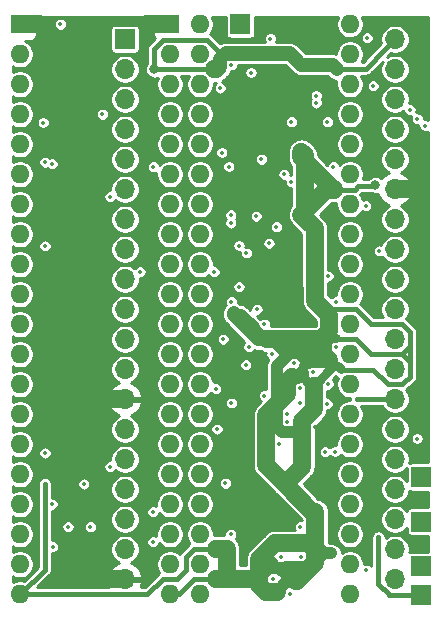
<source format=gbr>
G04 #@! TF.GenerationSoftware,KiCad,Pcbnew,(5.1.5)-3*
G04 #@! TF.CreationDate,2020-05-12T20:02:37-04:00*
G04 #@! TF.ProjectId,6526ESP32,36353236-4553-4503-9332-2e6b69636164,rev?*
G04 #@! TF.SameCoordinates,Original*
G04 #@! TF.FileFunction,Copper,L4,Bot*
G04 #@! TF.FilePolarity,Positive*
%FSLAX46Y46*%
G04 Gerber Fmt 4.6, Leading zero omitted, Abs format (unit mm)*
G04 Created by KiCad (PCBNEW (5.1.5)-3) date 2020-05-12 20:02:37*
%MOMM*%
%LPD*%
G04 APERTURE LIST*
%ADD10R,1.600000X1.600000*%
%ADD11O,1.600000X1.600000*%
%ADD12R,1.700000X1.700000*%
%ADD13O,1.700000X1.700000*%
%ADD14C,0.350000*%
%ADD15C,0.800000*%
%ADD16C,0.434000*%
%ADD17C,1.500000*%
%ADD18C,1.200000*%
%ADD19C,1.000000*%
%ADD20C,0.750000*%
%ADD21C,0.254000*%
G04 APERTURE END LIST*
D10*
X38100000Y-35560000D03*
D11*
X53340000Y-83820000D03*
X38100000Y-38100000D03*
X53340000Y-81280000D03*
X38100000Y-40640000D03*
X53340000Y-78740000D03*
X38100000Y-43180000D03*
X53340000Y-76200000D03*
X38100000Y-45720000D03*
X53340000Y-73660000D03*
X38100000Y-48260000D03*
X53340000Y-71120000D03*
X38100000Y-50800000D03*
X53340000Y-68580000D03*
X38100000Y-53340000D03*
X53340000Y-66040000D03*
X38100000Y-55880000D03*
X53340000Y-63500000D03*
X38100000Y-58420000D03*
X53340000Y-60960000D03*
X38100000Y-60960000D03*
X53340000Y-58420000D03*
X38100000Y-63500000D03*
X53340000Y-55880000D03*
X38100000Y-66040000D03*
X53340000Y-53340000D03*
X38100000Y-68580000D03*
X53340000Y-50800000D03*
X38100000Y-71120000D03*
X53340000Y-48260000D03*
X38100000Y-73660000D03*
X53340000Y-45720000D03*
X38100000Y-76200000D03*
X53340000Y-43180000D03*
X38100000Y-78740000D03*
X53340000Y-40640000D03*
X38100000Y-81280000D03*
X53340000Y-38100000D03*
X38100000Y-83820000D03*
X53340000Y-35560000D03*
D12*
X72085200Y-83896200D03*
X72085200Y-81432400D03*
X72085200Y-77673200D03*
X72085200Y-73888600D03*
X56769000Y-35560000D03*
D11*
X66040000Y-35560000D03*
X50800000Y-83820000D03*
X66040000Y-38100000D03*
X50800000Y-81280000D03*
X66040000Y-40640000D03*
X50800000Y-78740000D03*
X66040000Y-43180000D03*
X50800000Y-76200000D03*
X66040000Y-45720000D03*
X50800000Y-73660000D03*
X66040000Y-48260000D03*
X50800000Y-71120000D03*
X66040000Y-50800000D03*
X50800000Y-68580000D03*
X66040000Y-53340000D03*
X50800000Y-66040000D03*
X66040000Y-55880000D03*
X50800000Y-63500000D03*
X66040000Y-58420000D03*
X50800000Y-60960000D03*
X66040000Y-60960000D03*
X50800000Y-58420000D03*
X66040000Y-63500000D03*
X50800000Y-55880000D03*
X66040000Y-66040000D03*
X50800000Y-53340000D03*
X66040000Y-68580000D03*
X50800000Y-50800000D03*
X66040000Y-71120000D03*
X50800000Y-48260000D03*
X66040000Y-73660000D03*
X50800000Y-45720000D03*
X66040000Y-76200000D03*
X50800000Y-43180000D03*
X66040000Y-78740000D03*
X50800000Y-40640000D03*
X66040000Y-81280000D03*
X50800000Y-38100000D03*
X66040000Y-83820000D03*
D10*
X50800000Y-35560000D03*
D12*
X46990000Y-36830000D03*
D13*
X69850000Y-80010000D03*
X46990000Y-39370000D03*
X69850000Y-77470000D03*
X46990000Y-41910000D03*
X69850000Y-74930000D03*
X46990000Y-44450000D03*
X69850000Y-72390000D03*
X46990000Y-46990000D03*
X69850000Y-69850000D03*
X46990000Y-49530000D03*
X69850000Y-67310000D03*
X46990000Y-52070000D03*
X69850000Y-64770000D03*
X46990000Y-54610000D03*
X69850000Y-62230000D03*
X46990000Y-57150000D03*
X69850000Y-59690000D03*
X46990000Y-59690000D03*
X69850000Y-57150000D03*
X46990000Y-62230000D03*
X69850000Y-54610000D03*
X46990000Y-64770000D03*
X69850000Y-52070000D03*
X46990000Y-67310000D03*
X69850000Y-49530000D03*
X46990000Y-69850000D03*
X69850000Y-46990000D03*
X46990000Y-72390000D03*
X69850000Y-44450000D03*
X46990000Y-74930000D03*
X69850000Y-41910000D03*
X46990000Y-77470000D03*
X69850000Y-39370000D03*
X46990000Y-80010000D03*
X69850000Y-36830000D03*
X46990000Y-82550000D03*
X69850000Y-82550000D03*
D14*
X61912500Y-46355000D03*
X61912500Y-38989000D03*
X61912500Y-51689000D03*
X62039500Y-64389000D03*
X40068500Y-43878500D03*
X40195500Y-47244000D03*
X40195500Y-74485500D03*
X60515500Y-74485500D03*
X63119000Y-76835000D03*
X40214000Y-71863500D03*
D15*
X56197500Y-60007500D03*
X68199000Y-49149000D03*
X49466500Y-39370000D03*
D14*
X69166419Y-65961581D03*
X70462599Y-66037001D03*
X70470081Y-60974919D03*
X69141799Y-60957001D03*
X63944500Y-46355000D03*
X57848500Y-46418500D03*
X61912500Y-44323000D03*
X61912500Y-56959500D03*
X63119000Y-69659500D03*
X42799000Y-43815000D03*
X44196000Y-52070000D03*
X43243500Y-55245000D03*
X43370500Y-71755000D03*
X44259500Y-80391000D03*
X57213500Y-80645000D03*
X58229500Y-74358500D03*
X63373000Y-74358500D03*
X56007000Y-38989000D03*
X55181500Y-46418500D03*
X55943500Y-51689000D03*
X57213500Y-64389000D03*
X55499000Y-74422000D03*
X61912500Y-80645000D03*
X60198000Y-80645000D03*
X40214000Y-54320000D03*
X62928500Y-65024000D03*
X68453000Y-78994000D03*
X43497500Y-74485500D03*
X40864000Y-79785000D03*
X64135000Y-43815000D03*
X63182500Y-42227500D03*
X63182500Y-41592500D03*
X49339500Y-76835000D03*
X61849000Y-78105000D03*
X49339500Y-79375000D03*
X42164000Y-78105000D03*
X44069000Y-78105000D03*
X56007000Y-67627500D03*
X45722999Y-73022001D03*
X54784143Y-69833643D03*
X45722999Y-50167999D03*
X61340010Y-64262000D03*
X45085000Y-43180000D03*
X64120000Y-67691000D03*
X61849000Y-66357500D03*
X54673500Y-66421000D03*
X64790501Y-71734499D03*
X63944500Y-71755000D03*
X60706000Y-69214010D03*
X61849000Y-67627500D03*
X41529000Y-35560000D03*
X40830500Y-47371000D03*
X40830500Y-76200000D03*
X64822999Y-62875501D03*
X58102500Y-51816000D03*
X57467500Y-62865000D03*
X55943500Y-52387500D03*
X48260000Y-56515000D03*
X54546500Y-56515000D03*
X56642000Y-54292500D03*
X56642000Y-57785000D03*
X55308500Y-62230000D03*
X58166000Y-59690000D03*
X57277000Y-54927500D03*
X68506000Y-54747500D03*
X56007000Y-59055000D03*
X64833500Y-59055000D03*
X58547000Y-46990000D03*
X60071000Y-71120000D03*
X60706000Y-68580000D03*
X64198500Y-56884898D03*
X64198500Y-66040000D03*
X59436000Y-63500000D03*
X58801000Y-60960000D03*
X60452000Y-48260000D03*
X67373500Y-50927000D03*
X61087000Y-43817000D03*
X61087000Y-48895000D03*
X59183980Y-54100020D03*
X58801000Y-66992500D03*
X66624200Y-67310000D03*
X59817000Y-52705000D03*
X49403000Y-47625000D03*
X72385021Y-44137479D03*
X71729600Y-70637400D03*
X64643000Y-47625000D03*
X55054500Y-40957500D03*
X55773501Y-47604499D03*
X71117001Y-42801999D03*
X57663602Y-39650000D03*
X68008500Y-40767000D03*
X71751011Y-43564989D03*
X67500500Y-36703000D03*
X59309000Y-36766500D03*
X60960000Y-83820000D03*
X59499500Y-82486500D03*
X67437000Y-81788000D03*
X55943500Y-78740000D03*
D16*
X62039500Y-64141513D02*
X62039500Y-64389000D01*
X62039500Y-64085328D02*
X62039500Y-64141513D01*
X61624171Y-63669999D02*
X62039500Y-64085328D01*
X60482161Y-63669999D02*
X61624171Y-63669999D01*
X60690499Y-74310501D02*
X60515500Y-74485500D01*
X62441001Y-72559999D02*
X60690499Y-74310501D01*
X62441001Y-66073339D02*
X62441001Y-72559999D01*
X62039500Y-65671838D02*
X62441001Y-66073339D01*
X62039500Y-64389000D02*
X62039500Y-65671838D01*
X69241839Y-66037001D02*
X70462599Y-66037001D01*
X68027837Y-64822999D02*
X69166419Y-65961581D01*
X65561837Y-64822999D02*
X68027837Y-64822999D01*
X65127838Y-64389000D02*
X65561837Y-64822999D01*
X62039500Y-64389000D02*
X65127838Y-64389000D01*
X58989163Y-62177001D02*
X58858081Y-62045919D01*
X66518163Y-62177001D02*
X58989163Y-62177001D01*
X67838163Y-63497001D02*
X66518163Y-62177001D01*
X66431501Y-49582999D02*
X64018501Y-49582999D01*
X66738500Y-49276000D02*
X66431501Y-49582999D01*
X68199000Y-49276000D02*
X66738500Y-49276000D01*
X69000001Y-37679999D02*
X69850000Y-36830000D01*
X67362999Y-39317001D02*
X69000001Y-37679999D01*
X62240501Y-39317001D02*
X67362999Y-39317001D01*
X61912500Y-38989000D02*
X62240501Y-39317001D01*
X50215839Y-36882999D02*
X49466500Y-37632338D01*
X53924161Y-36882999D02*
X50215839Y-36882999D01*
X55438161Y-38396999D02*
X53924161Y-36882999D01*
X61912500Y-38989000D02*
X61320499Y-38396999D01*
X61320499Y-38396999D02*
X55438161Y-38396999D01*
X49466500Y-37632338D02*
X49466500Y-39370000D01*
D17*
X62865000Y-76835000D02*
X60515500Y-74485500D01*
X63119000Y-76835000D02*
X62865000Y-76835000D01*
X61993999Y-69147503D02*
X62974001Y-68167501D01*
X60515500Y-74485500D02*
X61993999Y-73007001D01*
X61993999Y-73007001D02*
X61993999Y-69147503D01*
X62974001Y-68167501D02*
X62974001Y-66897501D01*
X62974001Y-66897501D02*
X62974001Y-66149001D01*
X60723999Y-66897501D02*
X60723999Y-65817499D01*
X58945999Y-68675501D02*
X60723999Y-66897501D01*
X60515500Y-74485500D02*
X58945999Y-72915999D01*
X58945999Y-72915999D02*
X58945999Y-68675501D01*
X60723999Y-65817499D02*
X61154497Y-65387001D01*
D18*
X61662513Y-65382499D02*
X61953499Y-65091513D01*
X60723999Y-65817499D02*
X61158999Y-65382499D01*
X61158999Y-65382499D02*
X61662513Y-65382499D01*
D19*
X61158999Y-65382499D02*
X62053499Y-65382499D01*
X62053499Y-65444001D02*
X62053499Y-65382499D01*
D20*
X62974001Y-66364503D02*
X62053499Y-65444001D01*
X62974001Y-66897501D02*
X62974001Y-66364503D01*
X62090011Y-64622001D02*
X62090011Y-64389000D01*
X62053499Y-65444001D02*
X62053499Y-64658513D01*
X62053499Y-64658513D02*
X62090011Y-64622001D01*
X56819662Y-60007500D02*
X57873831Y-61061669D01*
X56197500Y-60007500D02*
X56819662Y-60007500D01*
D16*
X57873831Y-61061669D02*
X58858081Y-62045919D01*
D20*
X58967417Y-62236419D02*
X59048581Y-62236419D01*
X58050999Y-61320001D02*
X58967417Y-62236419D01*
X58050999Y-61238837D02*
X58050999Y-61320001D01*
X57873831Y-61061669D02*
X58050999Y-61238837D01*
D16*
X58858081Y-62045919D02*
X59048581Y-62236419D01*
X59048581Y-62236419D02*
X60482161Y-63669999D01*
D17*
X61880011Y-63136999D02*
X62465011Y-63721999D01*
X61168499Y-63136999D02*
X61880011Y-63136999D01*
X59048581Y-62236419D02*
X60267919Y-62236419D01*
X60267919Y-62236419D02*
X61168499Y-63136999D01*
X62465011Y-63944500D02*
X62465011Y-63721999D01*
X62465011Y-63721999D02*
X64039499Y-63721999D01*
X64289999Y-63972499D02*
X64039499Y-63721999D01*
X59048581Y-62236419D02*
X63598917Y-62236419D01*
X63697998Y-62335500D02*
X63598917Y-62236419D01*
D18*
X56197500Y-60151998D02*
X56197500Y-60030001D01*
X59048581Y-62236419D02*
X58281921Y-62236419D01*
X58281921Y-62236419D02*
X56197500Y-60151998D01*
D17*
X63073499Y-58960001D02*
X64289999Y-60176501D01*
X61912500Y-51689000D02*
X63073499Y-52849999D01*
X63073499Y-52849999D02*
X63073499Y-58960001D01*
X64289999Y-61545337D02*
X63598917Y-62236419D01*
X64289999Y-60176501D02*
X64289999Y-61545337D01*
X61912500Y-51689000D02*
X64018501Y-49582999D01*
X64666999Y-49582999D02*
X64719998Y-49530000D01*
X64018501Y-49582999D02*
X64666999Y-49582999D01*
D16*
X49466500Y-39370000D02*
X54546500Y-39370000D01*
D17*
X54881999Y-39148003D02*
X54660002Y-39370000D01*
X54881999Y-39210999D02*
X54881999Y-39148003D01*
X54546500Y-39370000D02*
X54722998Y-39370000D01*
X54722998Y-39370000D02*
X54881999Y-39210999D01*
D18*
X61737501Y-38814001D02*
X61912500Y-38989000D01*
X60937499Y-38013999D02*
X61737501Y-38814001D01*
X55538999Y-38013999D02*
X60937499Y-38013999D01*
X55031999Y-38520999D02*
X55538999Y-38013999D01*
X55031999Y-38884501D02*
X55031999Y-38520999D01*
X54546500Y-39370000D02*
X55031999Y-38884501D01*
X64560998Y-38989000D02*
X64941998Y-39370000D01*
X61912500Y-38989000D02*
X64560998Y-38989000D01*
D17*
X62087499Y-51514001D02*
X61912500Y-51689000D01*
X62212001Y-51389499D02*
X62087499Y-51514001D01*
X62212001Y-46654501D02*
X62212001Y-51389499D01*
X61912500Y-46355000D02*
X62212001Y-46654501D01*
X61912500Y-46828500D02*
X64666999Y-49582999D01*
X61912500Y-46355000D02*
X61912500Y-46828500D01*
D16*
X63119000Y-80314662D02*
X63119000Y-77082487D01*
X62196661Y-81237001D02*
X63119000Y-80314662D01*
X63119000Y-77082487D02*
X63119000Y-76835000D01*
X59872837Y-81237001D02*
X62196661Y-81237001D01*
X58612837Y-82497001D02*
X59872837Y-81237001D01*
X51538838Y-83820000D02*
X52861837Y-82497001D01*
X50800000Y-83820000D02*
X51538838Y-83820000D01*
X60515500Y-74732987D02*
X60515500Y-74485500D01*
X60515500Y-75044162D02*
X60515500Y-74732987D01*
X52861837Y-79957001D02*
X55602661Y-79957001D01*
X52122999Y-80695839D02*
X52861837Y-79957001D01*
X52122999Y-81758163D02*
X52122999Y-80695839D01*
X51384161Y-82497001D02*
X52122999Y-81758163D01*
D17*
X54713001Y-79957001D02*
X54660002Y-80010000D01*
X55602661Y-79957001D02*
X54713001Y-79957001D01*
X54713001Y-82497001D02*
X54660002Y-82550000D01*
D16*
X57986001Y-82497001D02*
X58612837Y-82497001D01*
X52861837Y-82497001D02*
X57986001Y-82497001D01*
D17*
X55602661Y-82128839D02*
X55234499Y-82497001D01*
X55602661Y-79957001D02*
X55602661Y-82128839D01*
X57986001Y-82497001D02*
X55234499Y-82497001D01*
X55234499Y-82497001D02*
X54713001Y-82497001D01*
X62452501Y-81770001D02*
X60738001Y-81770001D01*
X63119000Y-76835000D02*
X63119000Y-81103502D01*
X63119000Y-81103502D02*
X62452501Y-81770001D01*
X58374499Y-81946499D02*
X58959499Y-81361499D01*
X58959499Y-81361499D02*
X59249497Y-81361499D01*
X62452501Y-81770001D02*
X63037501Y-81185001D01*
X63037501Y-80104999D02*
X62452501Y-79519999D01*
X62452501Y-79519999D02*
X59657999Y-79519999D01*
X59657999Y-79519999D02*
X58374499Y-80803499D01*
X58374499Y-83026501D02*
X58959499Y-83611501D01*
X58374499Y-81946499D02*
X58374499Y-83026501D01*
X58959499Y-83611501D02*
X59834999Y-83611501D01*
X61513752Y-82708750D02*
X61500001Y-82694999D01*
X58374499Y-83026501D02*
X58374499Y-80803499D01*
X63037501Y-81185001D02*
X61513752Y-82708750D01*
D18*
X61513752Y-82708750D02*
X60737750Y-82708750D01*
X60738001Y-81770001D02*
X60307001Y-81770001D01*
X58645997Y-81897001D02*
X59031499Y-81511499D01*
X58374499Y-81897001D02*
X58645997Y-81897001D01*
D17*
X58374499Y-81897001D02*
X58374499Y-81946499D01*
X58374499Y-80803499D02*
X58374499Y-81897001D01*
D18*
X59031499Y-81511499D02*
X59626500Y-81511499D01*
D19*
X60579499Y-81611499D02*
X60738001Y-81770001D01*
X58931499Y-81611499D02*
X60579499Y-81611499D01*
X58645997Y-81897001D02*
X58931499Y-81611499D01*
X59834999Y-83611501D02*
X60737750Y-82708750D01*
D16*
X51384161Y-82497001D02*
X50217999Y-82497001D01*
X48895000Y-83820000D02*
X38100000Y-83820000D01*
X50217999Y-82497001D02*
X48895000Y-83820000D01*
X40195500Y-81724500D02*
X40195500Y-74485500D01*
X38100000Y-83820000D02*
X40195500Y-81724500D01*
D19*
X62095011Y-63721999D02*
X62465011Y-63721999D01*
X60920009Y-63386999D02*
X61760011Y-63386999D01*
X62974001Y-68509497D02*
X61394487Y-70089011D01*
X59830999Y-64476009D02*
X60920009Y-63386999D01*
X62974001Y-66364503D02*
X62974001Y-68509497D01*
X61394487Y-70089011D02*
X60285999Y-70089011D01*
X61760011Y-63386999D02*
X62095011Y-63721999D01*
X60285999Y-70089011D02*
X59830999Y-69634011D01*
X59830999Y-69634011D02*
X59830999Y-64476009D01*
D20*
X64994479Y-64489481D02*
X65274998Y-64770000D01*
X64639017Y-64489481D02*
X64994479Y-64489481D01*
X62974001Y-66364503D02*
X62974001Y-66154497D01*
X62974001Y-66154497D02*
X64639017Y-64489481D01*
X64072998Y-63235502D02*
X64072998Y-62515500D01*
X64289999Y-63972499D02*
X64289999Y-63452503D01*
X64072998Y-62515500D02*
X64462998Y-62125500D01*
X64289999Y-63452503D02*
X64072998Y-63235502D01*
X64462998Y-62125500D02*
X64820800Y-62125500D01*
D16*
X69166419Y-65961581D02*
X69241839Y-66037001D01*
X70637598Y-65862002D02*
X70462599Y-66037001D01*
X71117001Y-65382599D02*
X70637598Y-65862002D01*
X70452163Y-63497001D02*
X71117001Y-64161839D01*
X71117001Y-64161839D02*
X71117001Y-65382599D01*
X67838163Y-63497001D02*
X70452163Y-63497001D01*
X70452163Y-60957001D02*
X70470081Y-60974919D01*
X62504501Y-52281001D02*
X62504501Y-57602163D01*
X64549339Y-59647001D02*
X66528163Y-59647001D01*
X61912500Y-51689000D02*
X62504501Y-52281001D01*
X67838163Y-60957001D02*
X69141799Y-60957001D01*
X62504501Y-57602163D02*
X64549339Y-59647001D01*
X66528163Y-59647001D02*
X67838163Y-60957001D01*
X70470081Y-60974919D02*
X71117001Y-61621839D01*
X69141799Y-60957001D02*
X70452163Y-60957001D01*
X70458161Y-63497001D02*
X71117001Y-62838161D01*
X70452163Y-63497001D02*
X70458161Y-63497001D01*
X71117001Y-61621839D02*
X71117001Y-62080599D01*
X71117001Y-62838161D02*
X71117001Y-62080599D01*
X71117001Y-62080599D02*
X71117001Y-64161839D01*
D19*
X63037501Y-80853499D02*
X63525400Y-80365600D01*
X63037501Y-81185001D02*
X63037501Y-80853499D01*
D17*
X63525400Y-80365600D02*
X63037501Y-80104999D01*
D19*
X63525400Y-80365600D02*
X64465200Y-80365600D01*
X64465200Y-80365600D02*
X64465200Y-80365600D01*
D17*
X38100000Y-35560000D02*
X39751000Y-35560000D01*
X39751000Y-35560000D02*
X40259000Y-36068000D01*
X50800000Y-35560000D02*
X50673000Y-35560000D01*
X50673000Y-35560000D02*
X48895000Y-35560000D01*
X46990000Y-82550000D02*
X45212000Y-82550000D01*
X46990000Y-67310000D02*
X45787919Y-67310000D01*
X69850000Y-49530000D02*
X71052081Y-49530000D01*
D16*
X69321038Y-83896200D02*
X70801200Y-83896200D01*
X70801200Y-83896200D02*
X72085200Y-83896200D01*
X69321038Y-83817001D02*
X68453000Y-82948963D01*
X69321038Y-83896200D02*
X69321038Y-83817001D01*
X68453000Y-82948963D02*
X68453000Y-78994000D01*
X68453000Y-78994000D02*
X68453000Y-78994000D01*
X66624200Y-67310000D02*
X69850000Y-67310000D01*
D21*
G36*
X49365000Y-35274250D02*
G01*
X49523750Y-35433000D01*
X50673000Y-35433000D01*
X50673000Y-35413000D01*
X50927000Y-35413000D01*
X50927000Y-35433000D01*
X50947000Y-35433000D01*
X50947000Y-35687000D01*
X50927000Y-35687000D01*
X50927000Y-35707000D01*
X50673000Y-35707000D01*
X50673000Y-35687000D01*
X49523750Y-35687000D01*
X49365000Y-35845750D01*
X49361928Y-36360000D01*
X49374188Y-36484482D01*
X49410498Y-36604180D01*
X49469463Y-36714494D01*
X49500647Y-36752492D01*
X49064427Y-37188712D01*
X49041604Y-37207442D01*
X48966876Y-37298501D01*
X48911347Y-37402387D01*
X48877153Y-37515111D01*
X48873304Y-37554194D01*
X48865607Y-37632338D01*
X48868500Y-37661709D01*
X48868501Y-38863498D01*
X48859858Y-38872141D01*
X48774387Y-39000058D01*
X48715513Y-39142191D01*
X48685500Y-39293078D01*
X48685500Y-39446922D01*
X48715513Y-39597809D01*
X48774387Y-39739942D01*
X48859858Y-39867859D01*
X48968641Y-39976642D01*
X49096558Y-40062113D01*
X49238691Y-40120987D01*
X49389578Y-40151000D01*
X49543422Y-40151000D01*
X49694309Y-40120987D01*
X49745453Y-40099802D01*
X49664386Y-40295515D01*
X49619000Y-40523682D01*
X49619000Y-40756318D01*
X49664386Y-40984485D01*
X49753412Y-41199413D01*
X49882658Y-41392843D01*
X50047157Y-41557342D01*
X50240587Y-41686588D01*
X50455515Y-41775614D01*
X50683682Y-41821000D01*
X50916318Y-41821000D01*
X51144485Y-41775614D01*
X51359413Y-41686588D01*
X51552843Y-41557342D01*
X51717342Y-41392843D01*
X51846588Y-41199413D01*
X51935614Y-40984485D01*
X51981000Y-40756318D01*
X51981000Y-40523682D01*
X51935614Y-40295515D01*
X51846588Y-40080587D01*
X51771360Y-39968000D01*
X52368640Y-39968000D01*
X52293412Y-40080587D01*
X52204386Y-40295515D01*
X52159000Y-40523682D01*
X52159000Y-40756318D01*
X52204386Y-40984485D01*
X52293412Y-41199413D01*
X52422658Y-41392843D01*
X52587157Y-41557342D01*
X52780587Y-41686588D01*
X52995515Y-41775614D01*
X53223682Y-41821000D01*
X53456318Y-41821000D01*
X53684485Y-41775614D01*
X53899413Y-41686588D01*
X54092843Y-41557342D01*
X54112446Y-41537739D01*
X62626500Y-41537739D01*
X62626500Y-41647261D01*
X62647867Y-41754679D01*
X62689779Y-41855865D01*
X62725951Y-41910000D01*
X62689779Y-41964135D01*
X62647867Y-42065321D01*
X62626500Y-42172739D01*
X62626500Y-42282261D01*
X62647867Y-42389679D01*
X62689779Y-42490865D01*
X62750627Y-42581929D01*
X62828071Y-42659373D01*
X62919135Y-42720221D01*
X63020321Y-42762133D01*
X63127739Y-42783500D01*
X63237261Y-42783500D01*
X63344679Y-42762133D01*
X63445865Y-42720221D01*
X63536929Y-42659373D01*
X63614373Y-42581929D01*
X63675221Y-42490865D01*
X63717133Y-42389679D01*
X63738500Y-42282261D01*
X63738500Y-42172739D01*
X63717133Y-42065321D01*
X63675221Y-41964135D01*
X63639049Y-41910000D01*
X63675221Y-41855865D01*
X63717133Y-41754679D01*
X63738500Y-41647261D01*
X63738500Y-41537739D01*
X63717133Y-41430321D01*
X63675221Y-41329135D01*
X63614373Y-41238071D01*
X63536929Y-41160627D01*
X63445865Y-41099779D01*
X63344679Y-41057867D01*
X63237261Y-41036500D01*
X63127739Y-41036500D01*
X63020321Y-41057867D01*
X62919135Y-41099779D01*
X62828071Y-41160627D01*
X62750627Y-41238071D01*
X62689779Y-41329135D01*
X62647867Y-41430321D01*
X62626500Y-41537739D01*
X54112446Y-41537739D01*
X54257342Y-41392843D01*
X54386588Y-41199413D01*
X54475614Y-40984485D01*
X54521000Y-40756318D01*
X54521000Y-40523682D01*
X54516488Y-40501000D01*
X54604452Y-40501000D01*
X54660002Y-40506471D01*
X54691500Y-40503369D01*
X54722998Y-40506471D01*
X54729732Y-40505808D01*
X54700071Y-40525627D01*
X54622627Y-40603071D01*
X54561779Y-40694135D01*
X54519867Y-40795321D01*
X54498500Y-40902739D01*
X54498500Y-41012261D01*
X54519867Y-41119679D01*
X54561779Y-41220865D01*
X54622627Y-41311929D01*
X54700071Y-41389373D01*
X54791135Y-41450221D01*
X54892321Y-41492133D01*
X54999739Y-41513500D01*
X55109261Y-41513500D01*
X55216679Y-41492133D01*
X55317865Y-41450221D01*
X55408929Y-41389373D01*
X55486373Y-41311929D01*
X55547221Y-41220865D01*
X55589133Y-41119679D01*
X55610500Y-41012261D01*
X55610500Y-40902739D01*
X55589133Y-40795321D01*
X55547221Y-40694135D01*
X55486373Y-40603071D01*
X55408929Y-40525627D01*
X55317865Y-40464779D01*
X55216679Y-40422867D01*
X55169887Y-40413559D01*
X55354388Y-40314942D01*
X55526605Y-40173607D01*
X55562025Y-40130448D01*
X55642445Y-40050027D01*
X55685606Y-40014606D01*
X55826941Y-39842389D01*
X55931962Y-39645908D01*
X55947332Y-39595239D01*
X57107602Y-39595239D01*
X57107602Y-39704761D01*
X57128969Y-39812179D01*
X57170881Y-39913365D01*
X57231729Y-40004429D01*
X57309173Y-40081873D01*
X57400237Y-40142721D01*
X57501423Y-40184633D01*
X57608841Y-40206000D01*
X57718363Y-40206000D01*
X57825781Y-40184633D01*
X57926967Y-40142721D01*
X58018031Y-40081873D01*
X58095475Y-40004429D01*
X58156323Y-39913365D01*
X58198235Y-39812179D01*
X58219602Y-39704761D01*
X58219602Y-39595239D01*
X58198235Y-39487821D01*
X58156323Y-39386635D01*
X58095475Y-39295571D01*
X58018031Y-39218127D01*
X57926967Y-39157279D01*
X57825781Y-39115367D01*
X57718363Y-39094000D01*
X57608841Y-39094000D01*
X57501423Y-39115367D01*
X57400237Y-39157279D01*
X57309173Y-39218127D01*
X57231729Y-39295571D01*
X57170881Y-39386635D01*
X57128969Y-39487821D01*
X57107602Y-39595239D01*
X55947332Y-39595239D01*
X55962572Y-39545000D01*
X56061761Y-39545000D01*
X56169179Y-39523633D01*
X56270365Y-39481721D01*
X56361429Y-39420873D01*
X56438873Y-39343429D01*
X56499721Y-39252365D01*
X56541633Y-39151179D01*
X56563000Y-39043761D01*
X56563000Y-38994999D01*
X60531156Y-38994999D01*
X61077902Y-39541746D01*
X61077908Y-39541751D01*
X61184750Y-39648593D01*
X61215472Y-39686028D01*
X61364849Y-39808618D01*
X61535271Y-39899711D01*
X61720190Y-39955805D01*
X61864313Y-39970000D01*
X61864314Y-39970000D01*
X61912500Y-39974746D01*
X61960686Y-39970000D01*
X64154656Y-39970000D01*
X64282400Y-40097744D01*
X64394348Y-40189617D01*
X64564769Y-40280710D01*
X64749688Y-40336804D01*
X64893358Y-40350955D01*
X64859000Y-40523682D01*
X64859000Y-40756318D01*
X64904386Y-40984485D01*
X64993412Y-41199413D01*
X65122658Y-41392843D01*
X65287157Y-41557342D01*
X65480587Y-41686588D01*
X65695515Y-41775614D01*
X65923682Y-41821000D01*
X66156318Y-41821000D01*
X66384485Y-41775614D01*
X66599413Y-41686588D01*
X66792843Y-41557342D01*
X66957342Y-41392843D01*
X67086588Y-41199413D01*
X67175614Y-40984485D01*
X67221000Y-40756318D01*
X67221000Y-40712239D01*
X67452500Y-40712239D01*
X67452500Y-40821761D01*
X67473867Y-40929179D01*
X67515779Y-41030365D01*
X67576627Y-41121429D01*
X67654071Y-41198873D01*
X67745135Y-41259721D01*
X67846321Y-41301633D01*
X67953739Y-41323000D01*
X68063261Y-41323000D01*
X68170679Y-41301633D01*
X68271865Y-41259721D01*
X68362929Y-41198873D01*
X68440373Y-41121429D01*
X68501221Y-41030365D01*
X68543133Y-40929179D01*
X68564500Y-40821761D01*
X68564500Y-40712239D01*
X68543133Y-40604821D01*
X68501221Y-40503635D01*
X68440373Y-40412571D01*
X68362929Y-40335127D01*
X68271865Y-40274279D01*
X68170679Y-40232367D01*
X68063261Y-40211000D01*
X67953739Y-40211000D01*
X67846321Y-40232367D01*
X67745135Y-40274279D01*
X67654071Y-40335127D01*
X67576627Y-40412571D01*
X67515779Y-40503635D01*
X67473867Y-40604821D01*
X67452500Y-40712239D01*
X67221000Y-40712239D01*
X67221000Y-40523682D01*
X67175614Y-40295515D01*
X67086588Y-40080587D01*
X66975947Y-39915001D01*
X67333629Y-39915001D01*
X67362999Y-39917894D01*
X67392369Y-39915001D01*
X67392372Y-39915001D01*
X67480227Y-39906348D01*
X67592951Y-39872154D01*
X67696837Y-39816625D01*
X67787895Y-39741897D01*
X67806625Y-39719074D01*
X68799990Y-38725709D01*
X68759102Y-38786903D01*
X68666307Y-39010931D01*
X68619000Y-39248757D01*
X68619000Y-39491243D01*
X68666307Y-39729069D01*
X68759102Y-39953097D01*
X68893820Y-40154717D01*
X69065283Y-40326180D01*
X69266903Y-40460898D01*
X69490931Y-40553693D01*
X69728757Y-40601000D01*
X69971243Y-40601000D01*
X70209069Y-40553693D01*
X70433097Y-40460898D01*
X70634717Y-40326180D01*
X70806180Y-40154717D01*
X70940898Y-39953097D01*
X71033693Y-39729069D01*
X71081000Y-39491243D01*
X71081000Y-39248757D01*
X71033693Y-39010931D01*
X70940898Y-38786903D01*
X70806180Y-38585283D01*
X70634717Y-38413820D01*
X70433097Y-38279102D01*
X70209069Y-38186307D01*
X69971243Y-38139000D01*
X69728757Y-38139000D01*
X69490931Y-38186307D01*
X69266903Y-38279102D01*
X69205710Y-38319990D01*
X69443620Y-38082080D01*
X69443624Y-38082075D01*
X69508510Y-38017190D01*
X69728757Y-38061000D01*
X69971243Y-38061000D01*
X70209069Y-38013693D01*
X70433097Y-37920898D01*
X70634717Y-37786180D01*
X70806180Y-37614717D01*
X70940898Y-37413097D01*
X71033693Y-37189069D01*
X71081000Y-36951243D01*
X71081000Y-36708757D01*
X71033693Y-36470931D01*
X70940898Y-36246903D01*
X70806180Y-36045283D01*
X70634717Y-35873820D01*
X70433097Y-35739102D01*
X70209069Y-35646307D01*
X69971243Y-35599000D01*
X69728757Y-35599000D01*
X69490931Y-35646307D01*
X69266903Y-35739102D01*
X69065283Y-35873820D01*
X68893820Y-36045283D01*
X68759102Y-36246903D01*
X68666307Y-36470931D01*
X68619000Y-36708757D01*
X68619000Y-36951243D01*
X68662810Y-37171490D01*
X68597925Y-37236376D01*
X68597920Y-37236380D01*
X67115300Y-38719001D01*
X67046773Y-38719001D01*
X67086588Y-38659413D01*
X67175614Y-38444485D01*
X67221000Y-38216318D01*
X67221000Y-37983682D01*
X67175614Y-37755515D01*
X67086588Y-37540587D01*
X66957342Y-37347157D01*
X66792843Y-37182658D01*
X66599413Y-37053412D01*
X66384485Y-36964386D01*
X66156318Y-36919000D01*
X65923682Y-36919000D01*
X65695515Y-36964386D01*
X65480587Y-37053412D01*
X65287157Y-37182658D01*
X65122658Y-37347157D01*
X64993412Y-37540587D01*
X64904386Y-37755515D01*
X64859000Y-37983682D01*
X64859000Y-38054256D01*
X64753308Y-38022195D01*
X64609185Y-38008000D01*
X64609184Y-38008000D01*
X64560998Y-38003254D01*
X64512812Y-38008000D01*
X62318844Y-38008000D01*
X61665249Y-37354405D01*
X61634527Y-37316971D01*
X61485150Y-37194381D01*
X61314728Y-37103288D01*
X61129809Y-37047194D01*
X60985686Y-37032999D01*
X60985685Y-37032999D01*
X60937499Y-37028253D01*
X60889313Y-37032999D01*
X59799627Y-37032999D01*
X59801721Y-37029865D01*
X59843633Y-36928679D01*
X59865000Y-36821261D01*
X59865000Y-36711739D01*
X59843633Y-36604321D01*
X59801721Y-36503135D01*
X59740873Y-36412071D01*
X59663429Y-36334627D01*
X59572365Y-36273779D01*
X59471179Y-36231867D01*
X59363761Y-36210500D01*
X59254239Y-36210500D01*
X59146821Y-36231867D01*
X59045635Y-36273779D01*
X58954571Y-36334627D01*
X58877127Y-36412071D01*
X58816279Y-36503135D01*
X58774367Y-36604321D01*
X58753000Y-36711739D01*
X58753000Y-36821261D01*
X58774367Y-36928679D01*
X58816279Y-37029865D01*
X58818373Y-37032999D01*
X55587182Y-37032999D01*
X55538998Y-37028253D01*
X55490814Y-37032999D01*
X55490812Y-37032999D01*
X55346689Y-37047194D01*
X55161770Y-37103288D01*
X55049930Y-37163068D01*
X54367787Y-36480926D01*
X54349057Y-36458103D01*
X54257999Y-36383375D01*
X54211607Y-36358578D01*
X54257342Y-36312843D01*
X54386588Y-36119413D01*
X54475614Y-35904485D01*
X54521000Y-35676318D01*
X54521000Y-35443682D01*
X54475614Y-35215515D01*
X54386588Y-35000587D01*
X54352787Y-34950000D01*
X55536157Y-34950000D01*
X55536157Y-36410000D01*
X55543513Y-36484689D01*
X55565299Y-36556508D01*
X55600678Y-36622696D01*
X55648289Y-36680711D01*
X55706304Y-36728322D01*
X55772492Y-36763701D01*
X55844311Y-36785487D01*
X55919000Y-36792843D01*
X57619000Y-36792843D01*
X57693689Y-36785487D01*
X57765508Y-36763701D01*
X57831696Y-36728322D01*
X57889711Y-36680711D01*
X57937322Y-36622696D01*
X57972701Y-36556508D01*
X57994487Y-36484689D01*
X58001843Y-36410000D01*
X58001843Y-34950000D01*
X65027213Y-34950000D01*
X64993412Y-35000587D01*
X64904386Y-35215515D01*
X64859000Y-35443682D01*
X64859000Y-35676318D01*
X64904386Y-35904485D01*
X64993412Y-36119413D01*
X65122658Y-36312843D01*
X65287157Y-36477342D01*
X65480587Y-36606588D01*
X65695515Y-36695614D01*
X65923682Y-36741000D01*
X66156318Y-36741000D01*
X66384485Y-36695614D01*
X66498858Y-36648239D01*
X66944500Y-36648239D01*
X66944500Y-36757761D01*
X66965867Y-36865179D01*
X67007779Y-36966365D01*
X67068627Y-37057429D01*
X67146071Y-37134873D01*
X67237135Y-37195721D01*
X67338321Y-37237633D01*
X67445739Y-37259000D01*
X67555261Y-37259000D01*
X67662679Y-37237633D01*
X67763865Y-37195721D01*
X67854929Y-37134873D01*
X67932373Y-37057429D01*
X67993221Y-36966365D01*
X68035133Y-36865179D01*
X68056500Y-36757761D01*
X68056500Y-36648239D01*
X68035133Y-36540821D01*
X67993221Y-36439635D01*
X67932373Y-36348571D01*
X67854929Y-36271127D01*
X67763865Y-36210279D01*
X67662679Y-36168367D01*
X67555261Y-36147000D01*
X67445739Y-36147000D01*
X67338321Y-36168367D01*
X67237135Y-36210279D01*
X67146071Y-36271127D01*
X67068627Y-36348571D01*
X67007779Y-36439635D01*
X66965867Y-36540821D01*
X66944500Y-36648239D01*
X66498858Y-36648239D01*
X66599413Y-36606588D01*
X66792843Y-36477342D01*
X66957342Y-36312843D01*
X67086588Y-36119413D01*
X67175614Y-35904485D01*
X67221000Y-35676318D01*
X67221000Y-35443682D01*
X67175614Y-35215515D01*
X67086588Y-35000587D01*
X67052787Y-34950000D01*
X72619000Y-34950000D01*
X72619000Y-43632586D01*
X72547200Y-43602846D01*
X72439782Y-43581479D01*
X72330260Y-43581479D01*
X72307011Y-43586104D01*
X72307011Y-43510228D01*
X72285644Y-43402810D01*
X72243732Y-43301624D01*
X72182884Y-43210560D01*
X72105440Y-43133116D01*
X72014376Y-43072268D01*
X71913190Y-43030356D01*
X71805772Y-43008989D01*
X71696250Y-43008989D01*
X71627400Y-43022684D01*
X71651634Y-42964178D01*
X71673001Y-42856760D01*
X71673001Y-42747238D01*
X71651634Y-42639820D01*
X71609722Y-42538634D01*
X71548874Y-42447570D01*
X71471430Y-42370126D01*
X71380366Y-42309278D01*
X71279180Y-42267366D01*
X71171762Y-42245999D01*
X71062240Y-42245999D01*
X71037295Y-42250961D01*
X71081000Y-42031243D01*
X71081000Y-41788757D01*
X71033693Y-41550931D01*
X70940898Y-41326903D01*
X70806180Y-41125283D01*
X70634717Y-40953820D01*
X70433097Y-40819102D01*
X70209069Y-40726307D01*
X69971243Y-40679000D01*
X69728757Y-40679000D01*
X69490931Y-40726307D01*
X69266903Y-40819102D01*
X69065283Y-40953820D01*
X68893820Y-41125283D01*
X68759102Y-41326903D01*
X68666307Y-41550931D01*
X68619000Y-41788757D01*
X68619000Y-42031243D01*
X68666307Y-42269069D01*
X68759102Y-42493097D01*
X68893820Y-42694717D01*
X69065283Y-42866180D01*
X69266903Y-43000898D01*
X69490931Y-43093693D01*
X69728757Y-43141000D01*
X69971243Y-43141000D01*
X70209069Y-43093693D01*
X70433097Y-43000898D01*
X70571303Y-42908552D01*
X70582368Y-42964178D01*
X70624280Y-43065364D01*
X70685128Y-43156428D01*
X70762572Y-43233872D01*
X70853636Y-43294720D01*
X70954822Y-43336632D01*
X71062240Y-43357999D01*
X71171762Y-43357999D01*
X71240612Y-43344304D01*
X71216378Y-43402810D01*
X71195011Y-43510228D01*
X71195011Y-43619750D01*
X71216378Y-43727168D01*
X71258290Y-43828354D01*
X71319138Y-43919418D01*
X71396582Y-43996862D01*
X71487646Y-44057710D01*
X71588832Y-44099622D01*
X71696250Y-44120989D01*
X71805772Y-44120989D01*
X71829021Y-44116364D01*
X71829021Y-44192240D01*
X71850388Y-44299658D01*
X71892300Y-44400844D01*
X71953148Y-44491908D01*
X72030592Y-44569352D01*
X72121656Y-44630200D01*
X72222842Y-44672112D01*
X72330260Y-44693479D01*
X72439782Y-44693479D01*
X72547200Y-44672112D01*
X72619000Y-44642372D01*
X72619001Y-72655757D01*
X71235200Y-72655757D01*
X71160511Y-72663113D01*
X71088692Y-72684899D01*
X71041433Y-72710160D01*
X71081000Y-72511243D01*
X71081000Y-72268757D01*
X71033693Y-72030931D01*
X70940898Y-71806903D01*
X70806180Y-71605283D01*
X70634717Y-71433820D01*
X70433097Y-71299102D01*
X70209069Y-71206307D01*
X69971243Y-71159000D01*
X69728757Y-71159000D01*
X69490931Y-71206307D01*
X69266903Y-71299102D01*
X69065283Y-71433820D01*
X68893820Y-71605283D01*
X68759102Y-71806903D01*
X68666307Y-72030931D01*
X68619000Y-72268757D01*
X68619000Y-72511243D01*
X68666307Y-72749069D01*
X68759102Y-72973097D01*
X68893820Y-73174717D01*
X69065283Y-73346180D01*
X69266903Y-73480898D01*
X69490931Y-73573693D01*
X69728757Y-73621000D01*
X69971243Y-73621000D01*
X70209069Y-73573693D01*
X70433097Y-73480898D01*
X70634717Y-73346180D01*
X70806180Y-73174717D01*
X70852357Y-73105608D01*
X70852357Y-74214392D01*
X70806180Y-74145283D01*
X70634717Y-73973820D01*
X70433097Y-73839102D01*
X70209069Y-73746307D01*
X69971243Y-73699000D01*
X69728757Y-73699000D01*
X69490931Y-73746307D01*
X69266903Y-73839102D01*
X69065283Y-73973820D01*
X68893820Y-74145283D01*
X68759102Y-74346903D01*
X68666307Y-74570931D01*
X68619000Y-74808757D01*
X68619000Y-75051243D01*
X68666307Y-75289069D01*
X68759102Y-75513097D01*
X68893820Y-75714717D01*
X69065283Y-75886180D01*
X69266903Y-76020898D01*
X69490931Y-76113693D01*
X69728757Y-76161000D01*
X69971243Y-76161000D01*
X70209069Y-76113693D01*
X70433097Y-76020898D01*
X70634717Y-75886180D01*
X70806180Y-75714717D01*
X70940898Y-75513097D01*
X71033693Y-75289069D01*
X71074357Y-75084639D01*
X71088692Y-75092301D01*
X71160511Y-75114087D01*
X71235200Y-75121443D01*
X72619001Y-75121443D01*
X72619001Y-76440357D01*
X71235200Y-76440357D01*
X71160511Y-76447713D01*
X71088692Y-76469499D01*
X71022504Y-76504878D01*
X70964489Y-76552489D01*
X70916878Y-76610504D01*
X70881499Y-76676692D01*
X70859713Y-76748511D01*
X70858263Y-76763231D01*
X70806180Y-76685283D01*
X70634717Y-76513820D01*
X70433097Y-76379102D01*
X70209069Y-76286307D01*
X69971243Y-76239000D01*
X69728757Y-76239000D01*
X69490931Y-76286307D01*
X69266903Y-76379102D01*
X69065283Y-76513820D01*
X68893820Y-76685283D01*
X68759102Y-76886903D01*
X68666307Y-77110931D01*
X68619000Y-77348757D01*
X68619000Y-77591243D01*
X68666307Y-77829069D01*
X68759102Y-78053097D01*
X68893820Y-78254717D01*
X69065283Y-78426180D01*
X69266903Y-78560898D01*
X69490931Y-78653693D01*
X69728757Y-78701000D01*
X69971243Y-78701000D01*
X70209069Y-78653693D01*
X70433097Y-78560898D01*
X70634717Y-78426180D01*
X70806180Y-78254717D01*
X70852357Y-78185608D01*
X70852357Y-78523200D01*
X70859713Y-78597889D01*
X70881499Y-78669708D01*
X70916878Y-78735896D01*
X70964489Y-78793911D01*
X71022504Y-78841522D01*
X71088692Y-78876901D01*
X71160511Y-78898687D01*
X71235200Y-78906043D01*
X72619001Y-78906043D01*
X72619001Y-80199557D01*
X71235200Y-80199557D01*
X71160511Y-80206913D01*
X71088692Y-80228699D01*
X71058393Y-80244894D01*
X71081000Y-80131243D01*
X71081000Y-79888757D01*
X71033693Y-79650931D01*
X70940898Y-79426903D01*
X70806180Y-79225283D01*
X70634717Y-79053820D01*
X70433097Y-78919102D01*
X70209069Y-78826307D01*
X69971243Y-78779000D01*
X69728757Y-78779000D01*
X69490931Y-78826307D01*
X69266903Y-78919102D01*
X69065283Y-79053820D01*
X69051000Y-79068103D01*
X69051000Y-79023373D01*
X69053893Y-78994000D01*
X69042347Y-78876772D01*
X69008153Y-78764048D01*
X68952624Y-78660162D01*
X68877896Y-78569104D01*
X68786838Y-78494376D01*
X68682952Y-78438847D01*
X68570228Y-78404653D01*
X68482373Y-78396000D01*
X68453000Y-78393107D01*
X68423627Y-78396000D01*
X68335772Y-78404653D01*
X68223048Y-78438847D01*
X68119162Y-78494376D01*
X68028104Y-78569104D01*
X67953376Y-78660162D01*
X67897847Y-78764048D01*
X67863653Y-78876772D01*
X67852107Y-78994000D01*
X67855001Y-79023383D01*
X67855000Y-81419698D01*
X67791429Y-81356127D01*
X67700365Y-81295279D01*
X67599179Y-81253367D01*
X67491761Y-81232000D01*
X67382239Y-81232000D01*
X67274821Y-81253367D01*
X67221000Y-81275660D01*
X67221000Y-81163682D01*
X67175614Y-80935515D01*
X67086588Y-80720587D01*
X66957342Y-80527157D01*
X66792843Y-80362658D01*
X66599413Y-80233412D01*
X66384485Y-80144386D01*
X66156318Y-80099000D01*
X65923682Y-80099000D01*
X65695515Y-80144386D01*
X65480587Y-80233412D01*
X65346281Y-80323152D01*
X65333452Y-80192894D01*
X65283075Y-80026825D01*
X65201268Y-79873775D01*
X65091175Y-79739625D01*
X64957025Y-79629532D01*
X64803975Y-79547725D01*
X64637906Y-79497348D01*
X64508473Y-79484600D01*
X64250000Y-79484600D01*
X64250000Y-78623682D01*
X64859000Y-78623682D01*
X64859000Y-78856318D01*
X64904386Y-79084485D01*
X64993412Y-79299413D01*
X65122658Y-79492843D01*
X65287157Y-79657342D01*
X65480587Y-79786588D01*
X65695515Y-79875614D01*
X65923682Y-79921000D01*
X66156318Y-79921000D01*
X66384485Y-79875614D01*
X66599413Y-79786588D01*
X66792843Y-79657342D01*
X66957342Y-79492843D01*
X67086588Y-79299413D01*
X67175614Y-79084485D01*
X67221000Y-78856318D01*
X67221000Y-78623682D01*
X67175614Y-78395515D01*
X67086588Y-78180587D01*
X66957342Y-77987157D01*
X66792843Y-77822658D01*
X66599413Y-77693412D01*
X66384485Y-77604386D01*
X66156318Y-77559000D01*
X65923682Y-77559000D01*
X65695515Y-77604386D01*
X65480587Y-77693412D01*
X65287157Y-77822658D01*
X65122658Y-77987157D01*
X64993412Y-78180587D01*
X64904386Y-78395515D01*
X64859000Y-78623682D01*
X64250000Y-78623682D01*
X64250000Y-76890558D01*
X64255472Y-76835000D01*
X64233635Y-76613285D01*
X64168963Y-76400091D01*
X64063942Y-76203610D01*
X63965520Y-76083682D01*
X64859000Y-76083682D01*
X64859000Y-76316318D01*
X64904386Y-76544485D01*
X64993412Y-76759413D01*
X65122658Y-76952843D01*
X65287157Y-77117342D01*
X65480587Y-77246588D01*
X65695515Y-77335614D01*
X65923682Y-77381000D01*
X66156318Y-77381000D01*
X66384485Y-77335614D01*
X66599413Y-77246588D01*
X66792843Y-77117342D01*
X66957342Y-76952843D01*
X67086588Y-76759413D01*
X67175614Y-76544485D01*
X67221000Y-76316318D01*
X67221000Y-76083682D01*
X67175614Y-75855515D01*
X67086588Y-75640587D01*
X66957342Y-75447157D01*
X66792843Y-75282658D01*
X66599413Y-75153412D01*
X66384485Y-75064386D01*
X66156318Y-75019000D01*
X65923682Y-75019000D01*
X65695515Y-75064386D01*
X65480587Y-75153412D01*
X65287157Y-75282658D01*
X65122658Y-75447157D01*
X64993412Y-75640587D01*
X64904386Y-75855515D01*
X64859000Y-76083682D01*
X63965520Y-76083682D01*
X63922607Y-76031393D01*
X63750390Y-75890058D01*
X63553909Y-75785037D01*
X63353815Y-75724339D01*
X62114975Y-74485500D01*
X62754449Y-73846026D01*
X62797606Y-73810608D01*
X62938941Y-73638391D01*
X62989563Y-73543682D01*
X64859000Y-73543682D01*
X64859000Y-73776318D01*
X64904386Y-74004485D01*
X64993412Y-74219413D01*
X65122658Y-74412843D01*
X65287157Y-74577342D01*
X65480587Y-74706588D01*
X65695515Y-74795614D01*
X65923682Y-74841000D01*
X66156318Y-74841000D01*
X66384485Y-74795614D01*
X66599413Y-74706588D01*
X66792843Y-74577342D01*
X66957342Y-74412843D01*
X67086588Y-74219413D01*
X67175614Y-74004485D01*
X67221000Y-73776318D01*
X67221000Y-73543682D01*
X67175614Y-73315515D01*
X67086588Y-73100587D01*
X66957342Y-72907157D01*
X66792843Y-72742658D01*
X66599413Y-72613412D01*
X66384485Y-72524386D01*
X66156318Y-72479000D01*
X65923682Y-72479000D01*
X65695515Y-72524386D01*
X65480587Y-72613412D01*
X65287157Y-72742658D01*
X65122658Y-72907157D01*
X64993412Y-73100587D01*
X64904386Y-73315515D01*
X64859000Y-73543682D01*
X62989563Y-73543682D01*
X63043962Y-73441910D01*
X63108634Y-73228716D01*
X63124999Y-73062559D01*
X63124999Y-73062550D01*
X63130470Y-73007002D01*
X63124999Y-72951454D01*
X63124999Y-71700239D01*
X63388500Y-71700239D01*
X63388500Y-71809761D01*
X63409867Y-71917179D01*
X63451779Y-72018365D01*
X63512627Y-72109429D01*
X63590071Y-72186873D01*
X63681135Y-72247721D01*
X63782321Y-72289633D01*
X63889739Y-72311000D01*
X63999261Y-72311000D01*
X64106679Y-72289633D01*
X64207865Y-72247721D01*
X64298929Y-72186873D01*
X64376373Y-72109429D01*
X64377477Y-72107777D01*
X64436072Y-72166372D01*
X64527136Y-72227220D01*
X64628322Y-72269132D01*
X64735740Y-72290499D01*
X64845262Y-72290499D01*
X64952680Y-72269132D01*
X65053866Y-72227220D01*
X65144930Y-72166372D01*
X65222374Y-72088928D01*
X65268985Y-72019170D01*
X65287157Y-72037342D01*
X65480587Y-72166588D01*
X65695515Y-72255614D01*
X65923682Y-72301000D01*
X66156318Y-72301000D01*
X66384485Y-72255614D01*
X66599413Y-72166588D01*
X66792843Y-72037342D01*
X66957342Y-71872843D01*
X67086588Y-71679413D01*
X67175614Y-71464485D01*
X67221000Y-71236318D01*
X67221000Y-71003682D01*
X67175614Y-70775515D01*
X67086588Y-70560587D01*
X66957342Y-70367157D01*
X66792843Y-70202658D01*
X66599413Y-70073412D01*
X66384485Y-69984386D01*
X66156318Y-69939000D01*
X65923682Y-69939000D01*
X65695515Y-69984386D01*
X65480587Y-70073412D01*
X65287157Y-70202658D01*
X65122658Y-70367157D01*
X64993412Y-70560587D01*
X64904386Y-70775515D01*
X64859000Y-71003682D01*
X64859000Y-71181232D01*
X64845262Y-71178499D01*
X64735740Y-71178499D01*
X64628322Y-71199866D01*
X64527136Y-71241778D01*
X64436072Y-71302626D01*
X64358628Y-71380070D01*
X64357524Y-71381722D01*
X64298929Y-71323127D01*
X64207865Y-71262279D01*
X64106679Y-71220367D01*
X63999261Y-71199000D01*
X63889739Y-71199000D01*
X63782321Y-71220367D01*
X63681135Y-71262279D01*
X63590071Y-71323127D01*
X63512627Y-71400571D01*
X63451779Y-71491635D01*
X63409867Y-71592821D01*
X63388500Y-71700239D01*
X63124999Y-71700239D01*
X63124999Y-69615978D01*
X63734456Y-69006522D01*
X63777608Y-68971108D01*
X63814801Y-68925789D01*
X63918943Y-68798891D01*
X63936652Y-68765760D01*
X64023964Y-68602410D01*
X64088636Y-68389216D01*
X64102643Y-68247000D01*
X64174761Y-68247000D01*
X64282179Y-68225633D01*
X64383365Y-68183721D01*
X64474429Y-68122873D01*
X64551873Y-68045429D01*
X64612721Y-67954365D01*
X64654633Y-67853179D01*
X64676000Y-67745761D01*
X64676000Y-67636239D01*
X64654633Y-67528821D01*
X64612721Y-67427635D01*
X64551873Y-67336571D01*
X64474429Y-67259127D01*
X64383365Y-67198279D01*
X64282179Y-67156367D01*
X64174761Y-67135000D01*
X64105001Y-67135000D01*
X64105001Y-66588294D01*
X64143739Y-66596000D01*
X64253261Y-66596000D01*
X64360679Y-66574633D01*
X64461865Y-66532721D01*
X64552929Y-66471873D01*
X64630373Y-66394429D01*
X64691221Y-66303365D01*
X64733133Y-66202179D01*
X64754500Y-66094761D01*
X64754500Y-65985239D01*
X64733133Y-65877821D01*
X64691221Y-65776635D01*
X64630373Y-65685571D01*
X64571222Y-65626420D01*
X64821679Y-65375963D01*
X64852956Y-65401631D01*
X64984290Y-65471831D01*
X64996739Y-65475607D01*
X64993412Y-65480587D01*
X64904386Y-65695515D01*
X64859000Y-65923682D01*
X64859000Y-66156318D01*
X64904386Y-66384485D01*
X64993412Y-66599413D01*
X65122658Y-66792843D01*
X65287157Y-66957342D01*
X65480587Y-67086588D01*
X65695515Y-67175614D01*
X65923682Y-67221000D01*
X66032073Y-67221000D01*
X66023307Y-67310000D01*
X66032073Y-67399000D01*
X65923682Y-67399000D01*
X65695515Y-67444386D01*
X65480587Y-67533412D01*
X65287157Y-67662658D01*
X65122658Y-67827157D01*
X64993412Y-68020587D01*
X64904386Y-68235515D01*
X64859000Y-68463682D01*
X64859000Y-68696318D01*
X64904386Y-68924485D01*
X64993412Y-69139413D01*
X65122658Y-69332843D01*
X65287157Y-69497342D01*
X65480587Y-69626588D01*
X65695515Y-69715614D01*
X65923682Y-69761000D01*
X66156318Y-69761000D01*
X66318411Y-69728757D01*
X68619000Y-69728757D01*
X68619000Y-69971243D01*
X68666307Y-70209069D01*
X68759102Y-70433097D01*
X68893820Y-70634717D01*
X69065283Y-70806180D01*
X69266903Y-70940898D01*
X69490931Y-71033693D01*
X69728757Y-71081000D01*
X69971243Y-71081000D01*
X70209069Y-71033693D01*
X70433097Y-70940898D01*
X70634717Y-70806180D01*
X70806180Y-70634717D01*
X70840977Y-70582639D01*
X71173600Y-70582639D01*
X71173600Y-70692161D01*
X71194967Y-70799579D01*
X71236879Y-70900765D01*
X71297727Y-70991829D01*
X71375171Y-71069273D01*
X71466235Y-71130121D01*
X71567421Y-71172033D01*
X71674839Y-71193400D01*
X71784361Y-71193400D01*
X71891779Y-71172033D01*
X71992965Y-71130121D01*
X72084029Y-71069273D01*
X72161473Y-70991829D01*
X72222321Y-70900765D01*
X72264233Y-70799579D01*
X72285600Y-70692161D01*
X72285600Y-70582639D01*
X72264233Y-70475221D01*
X72222321Y-70374035D01*
X72161473Y-70282971D01*
X72084029Y-70205527D01*
X71992965Y-70144679D01*
X71891779Y-70102767D01*
X71784361Y-70081400D01*
X71674839Y-70081400D01*
X71567421Y-70102767D01*
X71466235Y-70144679D01*
X71375171Y-70205527D01*
X71297727Y-70282971D01*
X71236879Y-70374035D01*
X71194967Y-70475221D01*
X71173600Y-70582639D01*
X70840977Y-70582639D01*
X70940898Y-70433097D01*
X71033693Y-70209069D01*
X71081000Y-69971243D01*
X71081000Y-69728757D01*
X71033693Y-69490931D01*
X70940898Y-69266903D01*
X70806180Y-69065283D01*
X70634717Y-68893820D01*
X70433097Y-68759102D01*
X70209069Y-68666307D01*
X69971243Y-68619000D01*
X69728757Y-68619000D01*
X69490931Y-68666307D01*
X69266903Y-68759102D01*
X69065283Y-68893820D01*
X68893820Y-69065283D01*
X68759102Y-69266903D01*
X68666307Y-69490931D01*
X68619000Y-69728757D01*
X66318411Y-69728757D01*
X66384485Y-69715614D01*
X66599413Y-69626588D01*
X66792843Y-69497342D01*
X66957342Y-69332843D01*
X67086588Y-69139413D01*
X67175614Y-68924485D01*
X67221000Y-68696318D01*
X67221000Y-68463682D01*
X67175614Y-68235515D01*
X67086588Y-68020587D01*
X67011360Y-67908000D01*
X68769060Y-67908000D01*
X68893820Y-68094717D01*
X69065283Y-68266180D01*
X69266903Y-68400898D01*
X69490931Y-68493693D01*
X69728757Y-68541000D01*
X69971243Y-68541000D01*
X70209069Y-68493693D01*
X70433097Y-68400898D01*
X70634717Y-68266180D01*
X70806180Y-68094717D01*
X70940898Y-67893097D01*
X71033693Y-67669069D01*
X71081000Y-67431243D01*
X71081000Y-67188757D01*
X71033693Y-66950931D01*
X70940898Y-66726903D01*
X70807624Y-66527444D01*
X70887495Y-66461897D01*
X70906226Y-66439073D01*
X71039673Y-66305625D01*
X71039678Y-66305621D01*
X71519079Y-65826221D01*
X71541897Y-65807495D01*
X71616625Y-65716437D01*
X71672154Y-65612551D01*
X71706348Y-65499827D01*
X71715001Y-65411972D01*
X71715001Y-65411970D01*
X71717894Y-65382600D01*
X71715001Y-65353229D01*
X71715001Y-64191209D01*
X71717894Y-64161839D01*
X71715001Y-64132466D01*
X71715001Y-62867532D01*
X71717894Y-62838162D01*
X71715001Y-62808791D01*
X71715001Y-61651209D01*
X71717894Y-61621838D01*
X71713390Y-61576108D01*
X71706348Y-61504611D01*
X71672154Y-61391887D01*
X71616625Y-61288001D01*
X71541897Y-61196943D01*
X71519080Y-61178218D01*
X70895789Y-60554928D01*
X70877059Y-60532105D01*
X70806517Y-60474213D01*
X70940898Y-60273097D01*
X71033693Y-60049069D01*
X71081000Y-59811243D01*
X71081000Y-59568757D01*
X71033693Y-59330931D01*
X70940898Y-59106903D01*
X70806180Y-58905283D01*
X70634717Y-58733820D01*
X70433097Y-58599102D01*
X70209069Y-58506307D01*
X69971243Y-58459000D01*
X69728757Y-58459000D01*
X69490931Y-58506307D01*
X69266903Y-58599102D01*
X69065283Y-58733820D01*
X68893820Y-58905283D01*
X68759102Y-59106903D01*
X68666307Y-59330931D01*
X68619000Y-59568757D01*
X68619000Y-59811243D01*
X68666307Y-60049069D01*
X68759102Y-60273097D01*
X68816501Y-60359001D01*
X68085862Y-60359001D01*
X66971789Y-59244928D01*
X66953059Y-59222105D01*
X66928354Y-59201831D01*
X66957342Y-59172843D01*
X67086588Y-58979413D01*
X67175614Y-58764485D01*
X67221000Y-58536318D01*
X67221000Y-58303682D01*
X67175614Y-58075515D01*
X67086588Y-57860587D01*
X66957342Y-57667157D01*
X66792843Y-57502658D01*
X66599413Y-57373412D01*
X66384485Y-57284386D01*
X66156318Y-57239000D01*
X65923682Y-57239000D01*
X65695515Y-57284386D01*
X65480587Y-57373412D01*
X65287157Y-57502658D01*
X65122658Y-57667157D01*
X64993412Y-57860587D01*
X64904386Y-58075515D01*
X64859000Y-58303682D01*
X64859000Y-58499000D01*
X64778739Y-58499000D01*
X64671321Y-58520367D01*
X64570135Y-58562279D01*
X64479071Y-58623127D01*
X64425118Y-58677081D01*
X64204499Y-58456462D01*
X64204499Y-57440898D01*
X64253261Y-57440898D01*
X64360679Y-57419531D01*
X64461865Y-57377619D01*
X64552929Y-57316771D01*
X64630373Y-57239327D01*
X64691221Y-57148263D01*
X64733133Y-57047077D01*
X64754500Y-56939659D01*
X64754500Y-56830137D01*
X64733133Y-56722719D01*
X64691221Y-56621533D01*
X64630373Y-56530469D01*
X64552929Y-56453025D01*
X64461865Y-56392177D01*
X64360679Y-56350265D01*
X64253261Y-56328898D01*
X64204499Y-56328898D01*
X64204499Y-55763682D01*
X64859000Y-55763682D01*
X64859000Y-55996318D01*
X64904386Y-56224485D01*
X64993412Y-56439413D01*
X65122658Y-56632843D01*
X65287157Y-56797342D01*
X65480587Y-56926588D01*
X65695515Y-57015614D01*
X65923682Y-57061000D01*
X66156318Y-57061000D01*
X66318411Y-57028757D01*
X68619000Y-57028757D01*
X68619000Y-57271243D01*
X68666307Y-57509069D01*
X68759102Y-57733097D01*
X68893820Y-57934717D01*
X69065283Y-58106180D01*
X69266903Y-58240898D01*
X69490931Y-58333693D01*
X69728757Y-58381000D01*
X69971243Y-58381000D01*
X70209069Y-58333693D01*
X70433097Y-58240898D01*
X70634717Y-58106180D01*
X70806180Y-57934717D01*
X70940898Y-57733097D01*
X71033693Y-57509069D01*
X71081000Y-57271243D01*
X71081000Y-57028757D01*
X71033693Y-56790931D01*
X70940898Y-56566903D01*
X70806180Y-56365283D01*
X70634717Y-56193820D01*
X70433097Y-56059102D01*
X70209069Y-55966307D01*
X69971243Y-55919000D01*
X69728757Y-55919000D01*
X69490931Y-55966307D01*
X69266903Y-56059102D01*
X69065283Y-56193820D01*
X68893820Y-56365283D01*
X68759102Y-56566903D01*
X68666307Y-56790931D01*
X68619000Y-57028757D01*
X66318411Y-57028757D01*
X66384485Y-57015614D01*
X66599413Y-56926588D01*
X66792843Y-56797342D01*
X66957342Y-56632843D01*
X67086588Y-56439413D01*
X67175614Y-56224485D01*
X67221000Y-55996318D01*
X67221000Y-55763682D01*
X67175614Y-55535515D01*
X67086588Y-55320587D01*
X66957342Y-55127157D01*
X66792843Y-54962658D01*
X66599413Y-54833412D01*
X66384485Y-54744386D01*
X66156318Y-54699000D01*
X65923682Y-54699000D01*
X65695515Y-54744386D01*
X65480587Y-54833412D01*
X65287157Y-54962658D01*
X65122658Y-55127157D01*
X64993412Y-55320587D01*
X64904386Y-55535515D01*
X64859000Y-55763682D01*
X64204499Y-55763682D01*
X64204499Y-54692739D01*
X67950000Y-54692739D01*
X67950000Y-54802261D01*
X67971367Y-54909679D01*
X68013279Y-55010865D01*
X68074127Y-55101929D01*
X68151571Y-55179373D01*
X68242635Y-55240221D01*
X68343821Y-55282133D01*
X68451239Y-55303500D01*
X68560761Y-55303500D01*
X68668179Y-55282133D01*
X68769365Y-55240221D01*
X68784038Y-55230417D01*
X68893820Y-55394717D01*
X69065283Y-55566180D01*
X69266903Y-55700898D01*
X69490931Y-55793693D01*
X69728757Y-55841000D01*
X69971243Y-55841000D01*
X70209069Y-55793693D01*
X70433097Y-55700898D01*
X70634717Y-55566180D01*
X70806180Y-55394717D01*
X70940898Y-55193097D01*
X71033693Y-54969069D01*
X71081000Y-54731243D01*
X71081000Y-54488757D01*
X71033693Y-54250931D01*
X70940898Y-54026903D01*
X70806180Y-53825283D01*
X70634717Y-53653820D01*
X70433097Y-53519102D01*
X70209069Y-53426307D01*
X69971243Y-53379000D01*
X69728757Y-53379000D01*
X69490931Y-53426307D01*
X69266903Y-53519102D01*
X69065283Y-53653820D01*
X68893820Y-53825283D01*
X68759102Y-54026903D01*
X68680039Y-54217779D01*
X68668179Y-54212867D01*
X68560761Y-54191500D01*
X68451239Y-54191500D01*
X68343821Y-54212867D01*
X68242635Y-54254779D01*
X68151571Y-54315627D01*
X68074127Y-54393071D01*
X68013279Y-54484135D01*
X67971367Y-54585321D01*
X67950000Y-54692739D01*
X64204499Y-54692739D01*
X64204499Y-53223682D01*
X64859000Y-53223682D01*
X64859000Y-53456318D01*
X64904386Y-53684485D01*
X64993412Y-53899413D01*
X65122658Y-54092843D01*
X65287157Y-54257342D01*
X65480587Y-54386588D01*
X65695515Y-54475614D01*
X65923682Y-54521000D01*
X66156318Y-54521000D01*
X66384485Y-54475614D01*
X66599413Y-54386588D01*
X66792843Y-54257342D01*
X66957342Y-54092843D01*
X67086588Y-53899413D01*
X67175614Y-53684485D01*
X67221000Y-53456318D01*
X67221000Y-53223682D01*
X67175614Y-52995515D01*
X67086588Y-52780587D01*
X66957342Y-52587157D01*
X66792843Y-52422658D01*
X66599413Y-52293412D01*
X66384485Y-52204386D01*
X66156318Y-52159000D01*
X65923682Y-52159000D01*
X65695515Y-52204386D01*
X65480587Y-52293412D01*
X65287157Y-52422658D01*
X65122658Y-52587157D01*
X64993412Y-52780587D01*
X64904386Y-52995515D01*
X64859000Y-53223682D01*
X64204499Y-53223682D01*
X64204499Y-52905557D01*
X64209971Y-52849999D01*
X64188134Y-52628284D01*
X64123462Y-52415090D01*
X64018441Y-52218609D01*
X63988168Y-52181721D01*
X63877106Y-52046392D01*
X63833949Y-52010974D01*
X63511975Y-51689000D01*
X64486977Y-50713999D01*
X64611441Y-50713999D01*
X64666999Y-50719471D01*
X64722557Y-50713999D01*
X64859000Y-50700561D01*
X64859000Y-50916318D01*
X64904386Y-51144485D01*
X64993412Y-51359413D01*
X65122658Y-51552843D01*
X65287157Y-51717342D01*
X65480587Y-51846588D01*
X65695515Y-51935614D01*
X65923682Y-51981000D01*
X66156318Y-51981000D01*
X66384485Y-51935614D01*
X66599413Y-51846588D01*
X66792843Y-51717342D01*
X66957342Y-51552843D01*
X67065998Y-51390229D01*
X67110135Y-51419721D01*
X67211321Y-51461633D01*
X67318739Y-51483000D01*
X67428261Y-51483000D01*
X67535679Y-51461633D01*
X67636865Y-51419721D01*
X67727929Y-51358873D01*
X67805373Y-51281429D01*
X67866221Y-51190365D01*
X67908133Y-51089179D01*
X67929500Y-50981761D01*
X67929500Y-50872239D01*
X67908133Y-50764821D01*
X67866221Y-50663635D01*
X67805373Y-50572571D01*
X67727929Y-50495127D01*
X67636865Y-50434279D01*
X67535679Y-50392367D01*
X67428261Y-50371000D01*
X67318739Y-50371000D01*
X67211321Y-50392367D01*
X67158517Y-50414239D01*
X67086588Y-50240587D01*
X66957342Y-50047157D01*
X66885192Y-49975007D01*
X66986199Y-49874000D01*
X67908453Y-49874000D01*
X67971191Y-49899987D01*
X68122078Y-49930000D01*
X68275922Y-49930000D01*
X68413311Y-49902672D01*
X68453175Y-50034099D01*
X68578359Y-50296920D01*
X68752412Y-50530269D01*
X68968645Y-50725178D01*
X69218748Y-50874157D01*
X69381168Y-50931772D01*
X69266903Y-50979102D01*
X69065283Y-51113820D01*
X68893820Y-51285283D01*
X68759102Y-51486903D01*
X68666307Y-51710931D01*
X68619000Y-51948757D01*
X68619000Y-52191243D01*
X68666307Y-52429069D01*
X68759102Y-52653097D01*
X68893820Y-52854717D01*
X69065283Y-53026180D01*
X69266903Y-53160898D01*
X69490931Y-53253693D01*
X69728757Y-53301000D01*
X69971243Y-53301000D01*
X70209069Y-53253693D01*
X70433097Y-53160898D01*
X70634717Y-53026180D01*
X70806180Y-52854717D01*
X70940898Y-52653097D01*
X71033693Y-52429069D01*
X71081000Y-52191243D01*
X71081000Y-51948757D01*
X71033693Y-51710931D01*
X70940898Y-51486903D01*
X70806180Y-51285283D01*
X70634717Y-51113820D01*
X70433097Y-50979102D01*
X70318832Y-50931772D01*
X70481252Y-50874157D01*
X70731355Y-50725178D01*
X70947588Y-50530269D01*
X71121641Y-50296920D01*
X71246825Y-50034099D01*
X71291476Y-49886890D01*
X71170155Y-49657000D01*
X69977000Y-49657000D01*
X69977000Y-49677000D01*
X69723000Y-49677000D01*
X69723000Y-49657000D01*
X69703000Y-49657000D01*
X69703000Y-49403000D01*
X69723000Y-49403000D01*
X69723000Y-49383000D01*
X69977000Y-49383000D01*
X69977000Y-49403000D01*
X71170155Y-49403000D01*
X71291476Y-49173110D01*
X71246825Y-49025901D01*
X71121641Y-48763080D01*
X70947588Y-48529731D01*
X70731355Y-48334822D01*
X70481252Y-48185843D01*
X70318832Y-48128228D01*
X70433097Y-48080898D01*
X70634717Y-47946180D01*
X70806180Y-47774717D01*
X70940898Y-47573097D01*
X71033693Y-47349069D01*
X71081000Y-47111243D01*
X71081000Y-46868757D01*
X71033693Y-46630931D01*
X70940898Y-46406903D01*
X70806180Y-46205283D01*
X70634717Y-46033820D01*
X70433097Y-45899102D01*
X70209069Y-45806307D01*
X69971243Y-45759000D01*
X69728757Y-45759000D01*
X69490931Y-45806307D01*
X69266903Y-45899102D01*
X69065283Y-46033820D01*
X68893820Y-46205283D01*
X68759102Y-46406903D01*
X68666307Y-46630931D01*
X68619000Y-46868757D01*
X68619000Y-47111243D01*
X68666307Y-47349069D01*
X68759102Y-47573097D01*
X68893820Y-47774717D01*
X69065283Y-47946180D01*
X69266903Y-48080898D01*
X69381168Y-48128228D01*
X69218748Y-48185843D01*
X68968645Y-48334822D01*
X68752412Y-48529731D01*
X68723284Y-48568783D01*
X68696859Y-48542358D01*
X68568942Y-48456887D01*
X68426809Y-48398013D01*
X68275922Y-48368000D01*
X68122078Y-48368000D01*
X67971191Y-48398013D01*
X67829058Y-48456887D01*
X67701141Y-48542358D01*
X67592358Y-48651141D01*
X67574411Y-48678000D01*
X67145163Y-48678000D01*
X67175614Y-48604485D01*
X67221000Y-48376318D01*
X67221000Y-48143682D01*
X67175614Y-47915515D01*
X67086588Y-47700587D01*
X66957342Y-47507157D01*
X66792843Y-47342658D01*
X66599413Y-47213412D01*
X66384485Y-47124386D01*
X66156318Y-47079000D01*
X65923682Y-47079000D01*
X65695515Y-47124386D01*
X65480587Y-47213412D01*
X65287157Y-47342658D01*
X65174517Y-47455298D01*
X65135721Y-47361635D01*
X65074873Y-47270571D01*
X64997429Y-47193127D01*
X64906365Y-47132279D01*
X64805179Y-47090367D01*
X64697761Y-47069000D01*
X64588239Y-47069000D01*
X64480821Y-47090367D01*
X64379635Y-47132279D01*
X64288571Y-47193127D01*
X64211127Y-47270571D01*
X64150279Y-47361635D01*
X64119476Y-47436001D01*
X63347531Y-46664056D01*
X63348472Y-46654500D01*
X63343001Y-46598952D01*
X63343001Y-46598943D01*
X63326636Y-46432786D01*
X63261964Y-46219592D01*
X63156943Y-46023111D01*
X63015608Y-45850894D01*
X62972446Y-45815472D01*
X62760656Y-45603682D01*
X64859000Y-45603682D01*
X64859000Y-45836318D01*
X64904386Y-46064485D01*
X64993412Y-46279413D01*
X65122658Y-46472843D01*
X65287157Y-46637342D01*
X65480587Y-46766588D01*
X65695515Y-46855614D01*
X65923682Y-46901000D01*
X66156318Y-46901000D01*
X66384485Y-46855614D01*
X66599413Y-46766588D01*
X66792843Y-46637342D01*
X66957342Y-46472843D01*
X67086588Y-46279413D01*
X67175614Y-46064485D01*
X67221000Y-45836318D01*
X67221000Y-45603682D01*
X67175614Y-45375515D01*
X67086588Y-45160587D01*
X66957342Y-44967157D01*
X66792843Y-44802658D01*
X66599413Y-44673412D01*
X66384485Y-44584386D01*
X66156318Y-44539000D01*
X65923682Y-44539000D01*
X65695515Y-44584386D01*
X65480587Y-44673412D01*
X65287157Y-44802658D01*
X65122658Y-44967157D01*
X64993412Y-45160587D01*
X64904386Y-45375515D01*
X64859000Y-45603682D01*
X62760656Y-45603682D01*
X62751526Y-45594552D01*
X62716107Y-45551393D01*
X62543890Y-45410058D01*
X62347408Y-45305037D01*
X62134214Y-45240365D01*
X61912500Y-45218528D01*
X61690785Y-45240365D01*
X61477591Y-45305037D01*
X61281110Y-45410058D01*
X61108893Y-45551393D01*
X60967558Y-45723610D01*
X60862537Y-45920092D01*
X60797865Y-46133286D01*
X60781500Y-46299443D01*
X60781500Y-46299450D01*
X60776029Y-46355000D01*
X60781500Y-46410550D01*
X60781500Y-46772950D01*
X60776029Y-46828500D01*
X60781500Y-46884050D01*
X60781500Y-46884058D01*
X60797865Y-47050215D01*
X60862537Y-47263409D01*
X60908324Y-47349069D01*
X60967558Y-47459889D01*
X61073477Y-47588952D01*
X61073480Y-47588955D01*
X61081001Y-47598120D01*
X61081001Y-48339000D01*
X61032239Y-48339000D01*
X61001981Y-48345019D01*
X61008000Y-48314761D01*
X61008000Y-48205239D01*
X60986633Y-48097821D01*
X60944721Y-47996635D01*
X60883873Y-47905571D01*
X60806429Y-47828127D01*
X60715365Y-47767279D01*
X60614179Y-47725367D01*
X60506761Y-47704000D01*
X60397239Y-47704000D01*
X60289821Y-47725367D01*
X60188635Y-47767279D01*
X60097571Y-47828127D01*
X60020127Y-47905571D01*
X59959279Y-47996635D01*
X59917367Y-48097821D01*
X59896000Y-48205239D01*
X59896000Y-48314761D01*
X59917367Y-48422179D01*
X59959279Y-48523365D01*
X60020127Y-48614429D01*
X60097571Y-48691873D01*
X60188635Y-48752721D01*
X60289821Y-48794633D01*
X60397239Y-48816000D01*
X60506761Y-48816000D01*
X60537019Y-48809981D01*
X60531000Y-48840239D01*
X60531000Y-48949761D01*
X60552367Y-49057179D01*
X60594279Y-49158365D01*
X60655127Y-49249429D01*
X60732571Y-49326873D01*
X60823635Y-49387721D01*
X60924821Y-49429633D01*
X61032239Y-49451000D01*
X61081002Y-49451000D01*
X61081002Y-50919379D01*
X61029806Y-50981761D01*
X60967558Y-51057611D01*
X60862537Y-51254092D01*
X60797865Y-51467286D01*
X60776029Y-51689000D01*
X60797865Y-51910714D01*
X60862537Y-52123908D01*
X60967558Y-52320389D01*
X61108893Y-52492607D01*
X61152048Y-52528023D01*
X61906501Y-53282476D01*
X61906502Y-57572783D01*
X61903608Y-57602163D01*
X61915155Y-57719391D01*
X61942500Y-57809538D01*
X61942500Y-58904441D01*
X61937028Y-58960001D01*
X61958864Y-59181715D01*
X62023536Y-59394909D01*
X62128557Y-59591390D01*
X62234476Y-59720453D01*
X62234479Y-59720456D01*
X62269893Y-59763608D01*
X62313045Y-59799022D01*
X63158999Y-60644977D01*
X63158999Y-61076862D01*
X63130442Y-61105419D01*
X60323469Y-61105419D01*
X60267919Y-61099948D01*
X60212369Y-61105419D01*
X59338967Y-61105419D01*
X59357000Y-61014761D01*
X59357000Y-60905239D01*
X59335633Y-60797821D01*
X59293721Y-60696635D01*
X59232873Y-60605571D01*
X59155429Y-60528127D01*
X59064365Y-60467279D01*
X58963179Y-60425367D01*
X58855761Y-60404000D01*
X58746239Y-60404000D01*
X58638821Y-60425367D01*
X58537635Y-60467279D01*
X58446571Y-60528127D01*
X58428002Y-60546696D01*
X58127307Y-60246000D01*
X58220761Y-60246000D01*
X58328179Y-60224633D01*
X58429365Y-60182721D01*
X58520429Y-60121873D01*
X58597873Y-60044429D01*
X58658721Y-59953365D01*
X58700633Y-59852179D01*
X58722000Y-59744761D01*
X58722000Y-59635239D01*
X58700633Y-59527821D01*
X58658721Y-59426635D01*
X58597873Y-59335571D01*
X58520429Y-59258127D01*
X58429365Y-59197279D01*
X58328179Y-59155367D01*
X58220761Y-59134000D01*
X58111239Y-59134000D01*
X58003821Y-59155367D01*
X57902635Y-59197279D01*
X57811571Y-59258127D01*
X57734127Y-59335571D01*
X57673279Y-59426635D01*
X57631367Y-59527821D01*
X57610000Y-59635239D01*
X57610000Y-59728694D01*
X57380500Y-59499194D01*
X57356821Y-59470341D01*
X57241705Y-59375868D01*
X57110370Y-59305668D01*
X56967864Y-59262440D01*
X56856791Y-59251500D01*
X56819662Y-59247843D01*
X56793889Y-59250381D01*
X56745151Y-59210383D01*
X56574729Y-59119290D01*
X56561880Y-59115392D01*
X56563000Y-59109761D01*
X56563000Y-59000239D01*
X56541633Y-58892821D01*
X56499721Y-58791635D01*
X56438873Y-58700571D01*
X56361429Y-58623127D01*
X56270365Y-58562279D01*
X56169179Y-58520367D01*
X56061761Y-58499000D01*
X55952239Y-58499000D01*
X55844821Y-58520367D01*
X55743635Y-58562279D01*
X55652571Y-58623127D01*
X55575127Y-58700571D01*
X55514279Y-58791635D01*
X55472367Y-58892821D01*
X55451000Y-59000239D01*
X55451000Y-59109761D01*
X55472367Y-59217179D01*
X55514279Y-59318365D01*
X55515693Y-59320481D01*
X55500472Y-59332973D01*
X55377882Y-59482350D01*
X55286789Y-59652772D01*
X55230695Y-59837691D01*
X55216500Y-59981814D01*
X55216500Y-60103812D01*
X55211754Y-60151998D01*
X55221199Y-60247894D01*
X55230695Y-60344307D01*
X55286789Y-60529226D01*
X55377882Y-60699649D01*
X55500472Y-60849026D01*
X55537907Y-60879748D01*
X57102179Y-62444020D01*
X57035627Y-62510571D01*
X56974779Y-62601635D01*
X56932867Y-62702821D01*
X56911500Y-62810239D01*
X56911500Y-62919761D01*
X56932867Y-63027179D01*
X56974779Y-63128365D01*
X57035627Y-63219429D01*
X57113071Y-63296873D01*
X57204135Y-63357721D01*
X57305321Y-63399633D01*
X57412739Y-63421000D01*
X57522261Y-63421000D01*
X57629679Y-63399633D01*
X57730865Y-63357721D01*
X57821929Y-63296873D01*
X57899373Y-63219429D01*
X57940437Y-63157973D01*
X58089611Y-63203224D01*
X58233734Y-63217419D01*
X58233736Y-63217419D01*
X58281920Y-63222165D01*
X58330104Y-63217419D01*
X58484651Y-63217419D01*
X58613672Y-63286382D01*
X58826866Y-63351054D01*
X58897354Y-63357996D01*
X58880000Y-63445239D01*
X58880000Y-63554761D01*
X58901367Y-63662179D01*
X58943279Y-63763365D01*
X59004127Y-63854429D01*
X59081571Y-63931873D01*
X59117926Y-63956165D01*
X59094931Y-63984184D01*
X59013124Y-64137235D01*
X58986455Y-64225151D01*
X58972133Y-64272367D01*
X58962748Y-64303304D01*
X58945737Y-64476009D01*
X58950000Y-64519289D01*
X58950000Y-66455245D01*
X58855761Y-66436500D01*
X58746239Y-66436500D01*
X58638821Y-66457867D01*
X58537635Y-66499779D01*
X58446571Y-66560627D01*
X58369127Y-66638071D01*
X58308279Y-66729135D01*
X58266367Y-66830321D01*
X58245000Y-66937739D01*
X58245000Y-67047261D01*
X58266367Y-67154679D01*
X58308279Y-67255865D01*
X58369127Y-67346929D01*
X58446571Y-67424373D01*
X58537137Y-67484888D01*
X58185545Y-67836480D01*
X58142393Y-67871894D01*
X58106979Y-67915046D01*
X58106976Y-67915049D01*
X58001057Y-68044112D01*
X57896036Y-68240593D01*
X57831364Y-68453787D01*
X57809528Y-68675501D01*
X57815000Y-68731061D01*
X57814999Y-72860448D01*
X57809528Y-72915999D01*
X57814999Y-72971549D01*
X57814999Y-72971556D01*
X57831364Y-73137713D01*
X57896036Y-73350907D01*
X58001057Y-73547389D01*
X58142392Y-73719606D01*
X58185549Y-73755024D01*
X59676480Y-75245956D01*
X59711893Y-75289107D01*
X59755044Y-75324520D01*
X59755047Y-75324523D01*
X59755052Y-75324527D01*
X61988000Y-77557476D01*
X61988000Y-77565756D01*
X61903761Y-77549000D01*
X61794239Y-77549000D01*
X61686821Y-77570367D01*
X61585635Y-77612279D01*
X61494571Y-77673127D01*
X61417127Y-77750571D01*
X61356279Y-77841635D01*
X61314367Y-77942821D01*
X61293000Y-78050239D01*
X61293000Y-78159761D01*
X61314367Y-78267179D01*
X61356279Y-78368365D01*
X61370066Y-78388999D01*
X59713546Y-78388999D01*
X59657998Y-78383528D01*
X59602450Y-78388999D01*
X59602441Y-78388999D01*
X59436284Y-78405364D01*
X59223090Y-78470036D01*
X59037746Y-78569104D01*
X59026609Y-78575057D01*
X58911277Y-78669708D01*
X58854392Y-78716392D01*
X58818978Y-78759544D01*
X57614049Y-79964474D01*
X57570892Y-79999892D01*
X57429557Y-80172109D01*
X57324536Y-80368591D01*
X57259864Y-80581785D01*
X57243499Y-80747942D01*
X57243499Y-80747949D01*
X57238028Y-80803499D01*
X57243499Y-80859049D01*
X57243499Y-81366001D01*
X56733661Y-81366001D01*
X56733661Y-80012559D01*
X56739133Y-79957001D01*
X56717296Y-79735286D01*
X56652624Y-79522092D01*
X56547603Y-79325611D01*
X56406268Y-79153394D01*
X56356913Y-79112889D01*
X56375373Y-79094429D01*
X56436221Y-79003365D01*
X56478133Y-78902179D01*
X56499500Y-78794761D01*
X56499500Y-78685239D01*
X56478133Y-78577821D01*
X56436221Y-78476635D01*
X56375373Y-78385571D01*
X56297929Y-78308127D01*
X56206865Y-78247279D01*
X56105679Y-78205367D01*
X55998261Y-78184000D01*
X55888739Y-78184000D01*
X55781321Y-78205367D01*
X55680135Y-78247279D01*
X55589071Y-78308127D01*
X55511627Y-78385571D01*
X55450779Y-78476635D01*
X55408867Y-78577821D01*
X55387500Y-78685239D01*
X55387500Y-78794761D01*
X55393714Y-78826001D01*
X54768551Y-78826001D01*
X54713001Y-78820530D01*
X54657451Y-78826001D01*
X54657443Y-78826001D01*
X54521000Y-78839439D01*
X54521000Y-78623682D01*
X54475614Y-78395515D01*
X54386588Y-78180587D01*
X54257342Y-77987157D01*
X54092843Y-77822658D01*
X53899413Y-77693412D01*
X53684485Y-77604386D01*
X53456318Y-77559000D01*
X53223682Y-77559000D01*
X52995515Y-77604386D01*
X52780587Y-77693412D01*
X52587157Y-77822658D01*
X52422658Y-77987157D01*
X52293412Y-78180587D01*
X52204386Y-78395515D01*
X52159000Y-78623682D01*
X52159000Y-78856318D01*
X52204386Y-79084485D01*
X52293412Y-79299413D01*
X52422658Y-79492843D01*
X52450661Y-79520846D01*
X52436941Y-79532105D01*
X52418211Y-79554928D01*
X51720921Y-80252218D01*
X51698104Y-80270943D01*
X51625772Y-80359081D01*
X51623376Y-80362001D01*
X51598578Y-80408393D01*
X51552843Y-80362658D01*
X51359413Y-80233412D01*
X51144485Y-80144386D01*
X50916318Y-80099000D01*
X50683682Y-80099000D01*
X50455515Y-80144386D01*
X50240587Y-80233412D01*
X50047157Y-80362658D01*
X49882658Y-80527157D01*
X49753412Y-80720587D01*
X49664386Y-80935515D01*
X49619000Y-81163682D01*
X49619000Y-81396318D01*
X49664386Y-81624485D01*
X49753412Y-81839413D01*
X49867885Y-82010734D01*
X49793103Y-82072105D01*
X49774379Y-82094921D01*
X48647301Y-83222000D01*
X48306852Y-83222000D01*
X48386825Y-83054099D01*
X48431476Y-82906890D01*
X48310155Y-82677000D01*
X47117000Y-82677000D01*
X47117000Y-82697000D01*
X46863000Y-82697000D01*
X46863000Y-82677000D01*
X45669845Y-82677000D01*
X45548524Y-82906890D01*
X45593175Y-83054099D01*
X45673148Y-83222000D01*
X39543699Y-83222000D01*
X40572589Y-82193110D01*
X45548524Y-82193110D01*
X45669845Y-82423000D01*
X46863000Y-82423000D01*
X46863000Y-82403000D01*
X47117000Y-82403000D01*
X47117000Y-82423000D01*
X48310155Y-82423000D01*
X48431476Y-82193110D01*
X48386825Y-82045901D01*
X48261641Y-81783080D01*
X48087588Y-81549731D01*
X47871355Y-81354822D01*
X47621252Y-81205843D01*
X47458832Y-81148228D01*
X47573097Y-81100898D01*
X47774717Y-80966180D01*
X47946180Y-80794717D01*
X48080898Y-80593097D01*
X48173693Y-80369069D01*
X48221000Y-80131243D01*
X48221000Y-79888757D01*
X48173693Y-79650931D01*
X48080898Y-79426903D01*
X48009628Y-79320239D01*
X48783500Y-79320239D01*
X48783500Y-79429761D01*
X48804867Y-79537179D01*
X48846779Y-79638365D01*
X48907627Y-79729429D01*
X48985071Y-79806873D01*
X49076135Y-79867721D01*
X49177321Y-79909633D01*
X49284739Y-79931000D01*
X49394261Y-79931000D01*
X49501679Y-79909633D01*
X49602865Y-79867721D01*
X49693929Y-79806873D01*
X49771373Y-79729429D01*
X49832221Y-79638365D01*
X49874133Y-79537179D01*
X49882903Y-79493088D01*
X50047157Y-79657342D01*
X50240587Y-79786588D01*
X50455515Y-79875614D01*
X50683682Y-79921000D01*
X50916318Y-79921000D01*
X51144485Y-79875614D01*
X51359413Y-79786588D01*
X51552843Y-79657342D01*
X51717342Y-79492843D01*
X51846588Y-79299413D01*
X51935614Y-79084485D01*
X51981000Y-78856318D01*
X51981000Y-78623682D01*
X51935614Y-78395515D01*
X51846588Y-78180587D01*
X51717342Y-77987157D01*
X51552843Y-77822658D01*
X51359413Y-77693412D01*
X51144485Y-77604386D01*
X50916318Y-77559000D01*
X50683682Y-77559000D01*
X50455515Y-77604386D01*
X50240587Y-77693412D01*
X50047157Y-77822658D01*
X49882658Y-77987157D01*
X49753412Y-78180587D01*
X49664386Y-78395515D01*
X49619000Y-78623682D01*
X49619000Y-78856318D01*
X49627429Y-78898692D01*
X49602865Y-78882279D01*
X49501679Y-78840367D01*
X49394261Y-78819000D01*
X49284739Y-78819000D01*
X49177321Y-78840367D01*
X49076135Y-78882279D01*
X48985071Y-78943127D01*
X48907627Y-79020571D01*
X48846779Y-79111635D01*
X48804867Y-79212821D01*
X48783500Y-79320239D01*
X48009628Y-79320239D01*
X47946180Y-79225283D01*
X47774717Y-79053820D01*
X47573097Y-78919102D01*
X47349069Y-78826307D01*
X47111243Y-78779000D01*
X46868757Y-78779000D01*
X46630931Y-78826307D01*
X46406903Y-78919102D01*
X46205283Y-79053820D01*
X46033820Y-79225283D01*
X45899102Y-79426903D01*
X45806307Y-79650931D01*
X45759000Y-79888757D01*
X45759000Y-80131243D01*
X45806307Y-80369069D01*
X45899102Y-80593097D01*
X46033820Y-80794717D01*
X46205283Y-80966180D01*
X46406903Y-81100898D01*
X46521168Y-81148228D01*
X46358748Y-81205843D01*
X46108645Y-81354822D01*
X45892412Y-81549731D01*
X45718359Y-81783080D01*
X45593175Y-82045901D01*
X45548524Y-82193110D01*
X40572589Y-82193110D01*
X40597580Y-82168120D01*
X40620396Y-82149396D01*
X40669706Y-82089311D01*
X40695124Y-82058339D01*
X40750653Y-81954452D01*
X40763571Y-81911866D01*
X40784847Y-81841728D01*
X40791912Y-81770001D01*
X40796394Y-81724500D01*
X40793500Y-81695122D01*
X40793500Y-80337869D01*
X40809239Y-80341000D01*
X40918761Y-80341000D01*
X41026179Y-80319633D01*
X41127365Y-80277721D01*
X41218429Y-80216873D01*
X41295873Y-80139429D01*
X41356721Y-80048365D01*
X41398633Y-79947179D01*
X41420000Y-79839761D01*
X41420000Y-79730239D01*
X41398633Y-79622821D01*
X41356721Y-79521635D01*
X41295873Y-79430571D01*
X41218429Y-79353127D01*
X41127365Y-79292279D01*
X41026179Y-79250367D01*
X40918761Y-79229000D01*
X40809239Y-79229000D01*
X40793500Y-79232131D01*
X40793500Y-78050239D01*
X41608000Y-78050239D01*
X41608000Y-78159761D01*
X41629367Y-78267179D01*
X41671279Y-78368365D01*
X41732127Y-78459429D01*
X41809571Y-78536873D01*
X41900635Y-78597721D01*
X42001821Y-78639633D01*
X42109239Y-78661000D01*
X42218761Y-78661000D01*
X42326179Y-78639633D01*
X42427365Y-78597721D01*
X42518429Y-78536873D01*
X42595873Y-78459429D01*
X42656721Y-78368365D01*
X42698633Y-78267179D01*
X42720000Y-78159761D01*
X42720000Y-78050239D01*
X43513000Y-78050239D01*
X43513000Y-78159761D01*
X43534367Y-78267179D01*
X43576279Y-78368365D01*
X43637127Y-78459429D01*
X43714571Y-78536873D01*
X43805635Y-78597721D01*
X43906821Y-78639633D01*
X44014239Y-78661000D01*
X44123761Y-78661000D01*
X44231179Y-78639633D01*
X44332365Y-78597721D01*
X44423429Y-78536873D01*
X44500873Y-78459429D01*
X44561721Y-78368365D01*
X44603633Y-78267179D01*
X44625000Y-78159761D01*
X44625000Y-78050239D01*
X44603633Y-77942821D01*
X44561721Y-77841635D01*
X44500873Y-77750571D01*
X44423429Y-77673127D01*
X44332365Y-77612279D01*
X44231179Y-77570367D01*
X44123761Y-77549000D01*
X44014239Y-77549000D01*
X43906821Y-77570367D01*
X43805635Y-77612279D01*
X43714571Y-77673127D01*
X43637127Y-77750571D01*
X43576279Y-77841635D01*
X43534367Y-77942821D01*
X43513000Y-78050239D01*
X42720000Y-78050239D01*
X42698633Y-77942821D01*
X42656721Y-77841635D01*
X42595873Y-77750571D01*
X42518429Y-77673127D01*
X42427365Y-77612279D01*
X42326179Y-77570367D01*
X42218761Y-77549000D01*
X42109239Y-77549000D01*
X42001821Y-77570367D01*
X41900635Y-77612279D01*
X41809571Y-77673127D01*
X41732127Y-77750571D01*
X41671279Y-77841635D01*
X41629367Y-77942821D01*
X41608000Y-78050239D01*
X40793500Y-78050239D01*
X40793500Y-77348757D01*
X45759000Y-77348757D01*
X45759000Y-77591243D01*
X45806307Y-77829069D01*
X45899102Y-78053097D01*
X46033820Y-78254717D01*
X46205283Y-78426180D01*
X46406903Y-78560898D01*
X46630931Y-78653693D01*
X46868757Y-78701000D01*
X47111243Y-78701000D01*
X47349069Y-78653693D01*
X47573097Y-78560898D01*
X47774717Y-78426180D01*
X47946180Y-78254717D01*
X48080898Y-78053097D01*
X48173693Y-77829069D01*
X48221000Y-77591243D01*
X48221000Y-77348757D01*
X48173693Y-77110931D01*
X48080898Y-76886903D01*
X48009628Y-76780239D01*
X48783500Y-76780239D01*
X48783500Y-76889761D01*
X48804867Y-76997179D01*
X48846779Y-77098365D01*
X48907627Y-77189429D01*
X48985071Y-77266873D01*
X49076135Y-77327721D01*
X49177321Y-77369633D01*
X49284739Y-77391000D01*
X49394261Y-77391000D01*
X49501679Y-77369633D01*
X49602865Y-77327721D01*
X49693929Y-77266873D01*
X49771373Y-77189429D01*
X49832221Y-77098365D01*
X49874133Y-76997179D01*
X49882903Y-76953088D01*
X50047157Y-77117342D01*
X50240587Y-77246588D01*
X50455515Y-77335614D01*
X50683682Y-77381000D01*
X50916318Y-77381000D01*
X51144485Y-77335614D01*
X51359413Y-77246588D01*
X51552843Y-77117342D01*
X51717342Y-76952843D01*
X51846588Y-76759413D01*
X51935614Y-76544485D01*
X51981000Y-76316318D01*
X51981000Y-76083682D01*
X52159000Y-76083682D01*
X52159000Y-76316318D01*
X52204386Y-76544485D01*
X52293412Y-76759413D01*
X52422658Y-76952843D01*
X52587157Y-77117342D01*
X52780587Y-77246588D01*
X52995515Y-77335614D01*
X53223682Y-77381000D01*
X53456318Y-77381000D01*
X53684485Y-77335614D01*
X53899413Y-77246588D01*
X54092843Y-77117342D01*
X54257342Y-76952843D01*
X54386588Y-76759413D01*
X54475614Y-76544485D01*
X54521000Y-76316318D01*
X54521000Y-76083682D01*
X54475614Y-75855515D01*
X54386588Y-75640587D01*
X54257342Y-75447157D01*
X54092843Y-75282658D01*
X53899413Y-75153412D01*
X53684485Y-75064386D01*
X53456318Y-75019000D01*
X53223682Y-75019000D01*
X52995515Y-75064386D01*
X52780587Y-75153412D01*
X52587157Y-75282658D01*
X52422658Y-75447157D01*
X52293412Y-75640587D01*
X52204386Y-75855515D01*
X52159000Y-76083682D01*
X51981000Y-76083682D01*
X51935614Y-75855515D01*
X51846588Y-75640587D01*
X51717342Y-75447157D01*
X51552843Y-75282658D01*
X51359413Y-75153412D01*
X51144485Y-75064386D01*
X50916318Y-75019000D01*
X50683682Y-75019000D01*
X50455515Y-75064386D01*
X50240587Y-75153412D01*
X50047157Y-75282658D01*
X49882658Y-75447157D01*
X49753412Y-75640587D01*
X49664386Y-75855515D01*
X49619000Y-76083682D01*
X49619000Y-76316318D01*
X49627429Y-76358692D01*
X49602865Y-76342279D01*
X49501679Y-76300367D01*
X49394261Y-76279000D01*
X49284739Y-76279000D01*
X49177321Y-76300367D01*
X49076135Y-76342279D01*
X48985071Y-76403127D01*
X48907627Y-76480571D01*
X48846779Y-76571635D01*
X48804867Y-76672821D01*
X48783500Y-76780239D01*
X48009628Y-76780239D01*
X47946180Y-76685283D01*
X47774717Y-76513820D01*
X47573097Y-76379102D01*
X47349069Y-76286307D01*
X47111243Y-76239000D01*
X46868757Y-76239000D01*
X46630931Y-76286307D01*
X46406903Y-76379102D01*
X46205283Y-76513820D01*
X46033820Y-76685283D01*
X45899102Y-76886903D01*
X45806307Y-77110931D01*
X45759000Y-77348757D01*
X40793500Y-77348757D01*
X40793500Y-76756000D01*
X40885261Y-76756000D01*
X40992679Y-76734633D01*
X41093865Y-76692721D01*
X41184929Y-76631873D01*
X41262373Y-76554429D01*
X41323221Y-76463365D01*
X41365133Y-76362179D01*
X41386500Y-76254761D01*
X41386500Y-76145239D01*
X41365133Y-76037821D01*
X41323221Y-75936635D01*
X41262373Y-75845571D01*
X41184929Y-75768127D01*
X41093865Y-75707279D01*
X40992679Y-75665367D01*
X40885261Y-75644000D01*
X40793500Y-75644000D01*
X40793500Y-74456127D01*
X40791000Y-74430739D01*
X42941500Y-74430739D01*
X42941500Y-74540261D01*
X42962867Y-74647679D01*
X43004779Y-74748865D01*
X43065627Y-74839929D01*
X43143071Y-74917373D01*
X43234135Y-74978221D01*
X43335321Y-75020133D01*
X43442739Y-75041500D01*
X43552261Y-75041500D01*
X43659679Y-75020133D01*
X43760865Y-74978221D01*
X43851929Y-74917373D01*
X43929373Y-74839929D01*
X43950201Y-74808757D01*
X45759000Y-74808757D01*
X45759000Y-75051243D01*
X45806307Y-75289069D01*
X45899102Y-75513097D01*
X46033820Y-75714717D01*
X46205283Y-75886180D01*
X46406903Y-76020898D01*
X46630931Y-76113693D01*
X46868757Y-76161000D01*
X47111243Y-76161000D01*
X47349069Y-76113693D01*
X47573097Y-76020898D01*
X47774717Y-75886180D01*
X47946180Y-75714717D01*
X48080898Y-75513097D01*
X48173693Y-75289069D01*
X48221000Y-75051243D01*
X48221000Y-74808757D01*
X48173693Y-74570931D01*
X48080898Y-74346903D01*
X47946180Y-74145283D01*
X47774717Y-73973820D01*
X47573097Y-73839102D01*
X47349069Y-73746307D01*
X47111243Y-73699000D01*
X46868757Y-73699000D01*
X46630931Y-73746307D01*
X46406903Y-73839102D01*
X46205283Y-73973820D01*
X46033820Y-74145283D01*
X45899102Y-74346903D01*
X45806307Y-74570931D01*
X45759000Y-74808757D01*
X43950201Y-74808757D01*
X43990221Y-74748865D01*
X44032133Y-74647679D01*
X44053500Y-74540261D01*
X44053500Y-74430739D01*
X44032133Y-74323321D01*
X43990221Y-74222135D01*
X43929373Y-74131071D01*
X43851929Y-74053627D01*
X43760865Y-73992779D01*
X43659679Y-73950867D01*
X43552261Y-73929500D01*
X43442739Y-73929500D01*
X43335321Y-73950867D01*
X43234135Y-73992779D01*
X43143071Y-74053627D01*
X43065627Y-74131071D01*
X43004779Y-74222135D01*
X42962867Y-74323321D01*
X42941500Y-74430739D01*
X40791000Y-74430739D01*
X40784847Y-74368272D01*
X40750653Y-74255548D01*
X40695124Y-74151662D01*
X40620396Y-74060604D01*
X40529338Y-73985876D01*
X40425452Y-73930347D01*
X40312728Y-73896153D01*
X40195500Y-73884607D01*
X40078273Y-73896153D01*
X39965549Y-73930347D01*
X39861663Y-73985876D01*
X39770605Y-74060604D01*
X39695877Y-74151662D01*
X39640348Y-74255548D01*
X39606154Y-74368272D01*
X39597501Y-74456127D01*
X39597500Y-81476800D01*
X38398969Y-82675332D01*
X38216318Y-82639000D01*
X37983682Y-82639000D01*
X37755515Y-82684386D01*
X37540587Y-82773412D01*
X37490000Y-82807213D01*
X37490000Y-82292787D01*
X37540587Y-82326588D01*
X37755515Y-82415614D01*
X37983682Y-82461000D01*
X38216318Y-82461000D01*
X38444485Y-82415614D01*
X38659413Y-82326588D01*
X38852843Y-82197342D01*
X39017342Y-82032843D01*
X39146588Y-81839413D01*
X39235614Y-81624485D01*
X39281000Y-81396318D01*
X39281000Y-81163682D01*
X39235614Y-80935515D01*
X39146588Y-80720587D01*
X39017342Y-80527157D01*
X38852843Y-80362658D01*
X38659413Y-80233412D01*
X38444485Y-80144386D01*
X38216318Y-80099000D01*
X37983682Y-80099000D01*
X37755515Y-80144386D01*
X37540587Y-80233412D01*
X37490000Y-80267213D01*
X37490000Y-79752787D01*
X37540587Y-79786588D01*
X37755515Y-79875614D01*
X37983682Y-79921000D01*
X38216318Y-79921000D01*
X38444485Y-79875614D01*
X38659413Y-79786588D01*
X38852843Y-79657342D01*
X39017342Y-79492843D01*
X39146588Y-79299413D01*
X39235614Y-79084485D01*
X39281000Y-78856318D01*
X39281000Y-78623682D01*
X39235614Y-78395515D01*
X39146588Y-78180587D01*
X39017342Y-77987157D01*
X38852843Y-77822658D01*
X38659413Y-77693412D01*
X38444485Y-77604386D01*
X38216318Y-77559000D01*
X37983682Y-77559000D01*
X37755515Y-77604386D01*
X37540587Y-77693412D01*
X37490000Y-77727213D01*
X37490000Y-77212787D01*
X37540587Y-77246588D01*
X37755515Y-77335614D01*
X37983682Y-77381000D01*
X38216318Y-77381000D01*
X38444485Y-77335614D01*
X38659413Y-77246588D01*
X38852843Y-77117342D01*
X39017342Y-76952843D01*
X39146588Y-76759413D01*
X39235614Y-76544485D01*
X39281000Y-76316318D01*
X39281000Y-76083682D01*
X39235614Y-75855515D01*
X39146588Y-75640587D01*
X39017342Y-75447157D01*
X38852843Y-75282658D01*
X38659413Y-75153412D01*
X38444485Y-75064386D01*
X38216318Y-75019000D01*
X37983682Y-75019000D01*
X37755515Y-75064386D01*
X37540587Y-75153412D01*
X37490000Y-75187213D01*
X37490000Y-74672787D01*
X37540587Y-74706588D01*
X37755515Y-74795614D01*
X37983682Y-74841000D01*
X38216318Y-74841000D01*
X38444485Y-74795614D01*
X38659413Y-74706588D01*
X38852843Y-74577342D01*
X39017342Y-74412843D01*
X39146588Y-74219413D01*
X39235614Y-74004485D01*
X39281000Y-73776318D01*
X39281000Y-73543682D01*
X39235614Y-73315515D01*
X39146588Y-73100587D01*
X39057489Y-72967240D01*
X45166999Y-72967240D01*
X45166999Y-73076762D01*
X45188366Y-73184180D01*
X45230278Y-73285366D01*
X45291126Y-73376430D01*
X45368570Y-73453874D01*
X45459634Y-73514722D01*
X45560820Y-73556634D01*
X45668238Y-73578001D01*
X45777760Y-73578001D01*
X45885178Y-73556634D01*
X45986364Y-73514722D01*
X46077428Y-73453874D01*
X46154872Y-73376430D01*
X46187181Y-73328078D01*
X46205283Y-73346180D01*
X46406903Y-73480898D01*
X46630931Y-73573693D01*
X46868757Y-73621000D01*
X47111243Y-73621000D01*
X47349069Y-73573693D01*
X47421522Y-73543682D01*
X49619000Y-73543682D01*
X49619000Y-73776318D01*
X49664386Y-74004485D01*
X49753412Y-74219413D01*
X49882658Y-74412843D01*
X50047157Y-74577342D01*
X50240587Y-74706588D01*
X50455515Y-74795614D01*
X50683682Y-74841000D01*
X50916318Y-74841000D01*
X51144485Y-74795614D01*
X51359413Y-74706588D01*
X51552843Y-74577342D01*
X51717342Y-74412843D01*
X51846588Y-74219413D01*
X51935614Y-74004485D01*
X51981000Y-73776318D01*
X51981000Y-73543682D01*
X52159000Y-73543682D01*
X52159000Y-73776318D01*
X52204386Y-74004485D01*
X52293412Y-74219413D01*
X52422658Y-74412843D01*
X52587157Y-74577342D01*
X52780587Y-74706588D01*
X52995515Y-74795614D01*
X53223682Y-74841000D01*
X53456318Y-74841000D01*
X53684485Y-74795614D01*
X53899413Y-74706588D01*
X54092843Y-74577342D01*
X54257342Y-74412843D01*
X54287813Y-74367239D01*
X54943000Y-74367239D01*
X54943000Y-74476761D01*
X54964367Y-74584179D01*
X55006279Y-74685365D01*
X55067127Y-74776429D01*
X55144571Y-74853873D01*
X55235635Y-74914721D01*
X55336821Y-74956633D01*
X55444239Y-74978000D01*
X55553761Y-74978000D01*
X55661179Y-74956633D01*
X55762365Y-74914721D01*
X55853429Y-74853873D01*
X55930873Y-74776429D01*
X55991721Y-74685365D01*
X56033633Y-74584179D01*
X56055000Y-74476761D01*
X56055000Y-74367239D01*
X56033633Y-74259821D01*
X55991721Y-74158635D01*
X55930873Y-74067571D01*
X55853429Y-73990127D01*
X55762365Y-73929279D01*
X55661179Y-73887367D01*
X55553761Y-73866000D01*
X55444239Y-73866000D01*
X55336821Y-73887367D01*
X55235635Y-73929279D01*
X55144571Y-73990127D01*
X55067127Y-74067571D01*
X55006279Y-74158635D01*
X54964367Y-74259821D01*
X54943000Y-74367239D01*
X54287813Y-74367239D01*
X54386588Y-74219413D01*
X54475614Y-74004485D01*
X54521000Y-73776318D01*
X54521000Y-73543682D01*
X54475614Y-73315515D01*
X54386588Y-73100587D01*
X54257342Y-72907157D01*
X54092843Y-72742658D01*
X53899413Y-72613412D01*
X53684485Y-72524386D01*
X53456318Y-72479000D01*
X53223682Y-72479000D01*
X52995515Y-72524386D01*
X52780587Y-72613412D01*
X52587157Y-72742658D01*
X52422658Y-72907157D01*
X52293412Y-73100587D01*
X52204386Y-73315515D01*
X52159000Y-73543682D01*
X51981000Y-73543682D01*
X51935614Y-73315515D01*
X51846588Y-73100587D01*
X51717342Y-72907157D01*
X51552843Y-72742658D01*
X51359413Y-72613412D01*
X51144485Y-72524386D01*
X50916318Y-72479000D01*
X50683682Y-72479000D01*
X50455515Y-72524386D01*
X50240587Y-72613412D01*
X50047157Y-72742658D01*
X49882658Y-72907157D01*
X49753412Y-73100587D01*
X49664386Y-73315515D01*
X49619000Y-73543682D01*
X47421522Y-73543682D01*
X47573097Y-73480898D01*
X47774717Y-73346180D01*
X47946180Y-73174717D01*
X48080898Y-72973097D01*
X48173693Y-72749069D01*
X48221000Y-72511243D01*
X48221000Y-72268757D01*
X48173693Y-72030931D01*
X48080898Y-71806903D01*
X47946180Y-71605283D01*
X47774717Y-71433820D01*
X47573097Y-71299102D01*
X47349069Y-71206307D01*
X47111243Y-71159000D01*
X46868757Y-71159000D01*
X46630931Y-71206307D01*
X46406903Y-71299102D01*
X46205283Y-71433820D01*
X46033820Y-71605283D01*
X45899102Y-71806903D01*
X45806307Y-72030931D01*
X45759000Y-72268757D01*
X45759000Y-72466001D01*
X45668238Y-72466001D01*
X45560820Y-72487368D01*
X45459634Y-72529280D01*
X45368570Y-72590128D01*
X45291126Y-72667572D01*
X45230278Y-72758636D01*
X45188366Y-72859822D01*
X45166999Y-72967240D01*
X39057489Y-72967240D01*
X39017342Y-72907157D01*
X38852843Y-72742658D01*
X38659413Y-72613412D01*
X38444485Y-72524386D01*
X38216318Y-72479000D01*
X37983682Y-72479000D01*
X37755515Y-72524386D01*
X37540587Y-72613412D01*
X37490000Y-72647213D01*
X37490000Y-72132787D01*
X37540587Y-72166588D01*
X37755515Y-72255614D01*
X37983682Y-72301000D01*
X38216318Y-72301000D01*
X38444485Y-72255614D01*
X38659413Y-72166588D01*
X38852843Y-72037342D01*
X39017342Y-71872843D01*
X39060174Y-71808739D01*
X39658000Y-71808739D01*
X39658000Y-71918261D01*
X39679367Y-72025679D01*
X39721279Y-72126865D01*
X39782127Y-72217929D01*
X39859571Y-72295373D01*
X39950635Y-72356221D01*
X40051821Y-72398133D01*
X40159239Y-72419500D01*
X40268761Y-72419500D01*
X40376179Y-72398133D01*
X40477365Y-72356221D01*
X40568429Y-72295373D01*
X40645873Y-72217929D01*
X40706721Y-72126865D01*
X40748633Y-72025679D01*
X40770000Y-71918261D01*
X40770000Y-71808739D01*
X40748633Y-71701321D01*
X40706721Y-71600135D01*
X40645873Y-71509071D01*
X40568429Y-71431627D01*
X40477365Y-71370779D01*
X40376179Y-71328867D01*
X40268761Y-71307500D01*
X40159239Y-71307500D01*
X40051821Y-71328867D01*
X39950635Y-71370779D01*
X39859571Y-71431627D01*
X39782127Y-71509071D01*
X39721279Y-71600135D01*
X39679367Y-71701321D01*
X39658000Y-71808739D01*
X39060174Y-71808739D01*
X39146588Y-71679413D01*
X39235614Y-71464485D01*
X39281000Y-71236318D01*
X39281000Y-71003682D01*
X39235614Y-70775515D01*
X39146588Y-70560587D01*
X39017342Y-70367157D01*
X38852843Y-70202658D01*
X38659413Y-70073412D01*
X38444485Y-69984386D01*
X38216318Y-69939000D01*
X37983682Y-69939000D01*
X37755515Y-69984386D01*
X37540587Y-70073412D01*
X37490000Y-70107213D01*
X37490000Y-69592787D01*
X37540587Y-69626588D01*
X37755515Y-69715614D01*
X37983682Y-69761000D01*
X38216318Y-69761000D01*
X38444485Y-69715614D01*
X38659413Y-69626588D01*
X38852843Y-69497342D01*
X39017342Y-69332843D01*
X39146588Y-69139413D01*
X39235614Y-68924485D01*
X39281000Y-68696318D01*
X39281000Y-68463682D01*
X39235614Y-68235515D01*
X39146588Y-68020587D01*
X39017342Y-67827157D01*
X38857075Y-67666890D01*
X45548524Y-67666890D01*
X45593175Y-67814099D01*
X45718359Y-68076920D01*
X45892412Y-68310269D01*
X46108645Y-68505178D01*
X46358748Y-68654157D01*
X46521168Y-68711772D01*
X46406903Y-68759102D01*
X46205283Y-68893820D01*
X46033820Y-69065283D01*
X45899102Y-69266903D01*
X45806307Y-69490931D01*
X45759000Y-69728757D01*
X45759000Y-69971243D01*
X45806307Y-70209069D01*
X45899102Y-70433097D01*
X46033820Y-70634717D01*
X46205283Y-70806180D01*
X46406903Y-70940898D01*
X46630931Y-71033693D01*
X46868757Y-71081000D01*
X47111243Y-71081000D01*
X47349069Y-71033693D01*
X47421522Y-71003682D01*
X49619000Y-71003682D01*
X49619000Y-71236318D01*
X49664386Y-71464485D01*
X49753412Y-71679413D01*
X49882658Y-71872843D01*
X50047157Y-72037342D01*
X50240587Y-72166588D01*
X50455515Y-72255614D01*
X50683682Y-72301000D01*
X50916318Y-72301000D01*
X51144485Y-72255614D01*
X51359413Y-72166588D01*
X51552843Y-72037342D01*
X51717342Y-71872843D01*
X51846588Y-71679413D01*
X51935614Y-71464485D01*
X51981000Y-71236318D01*
X51981000Y-71003682D01*
X52159000Y-71003682D01*
X52159000Y-71236318D01*
X52204386Y-71464485D01*
X52293412Y-71679413D01*
X52422658Y-71872843D01*
X52587157Y-72037342D01*
X52780587Y-72166588D01*
X52995515Y-72255614D01*
X53223682Y-72301000D01*
X53456318Y-72301000D01*
X53684485Y-72255614D01*
X53899413Y-72166588D01*
X54092843Y-72037342D01*
X54257342Y-71872843D01*
X54386588Y-71679413D01*
X54475614Y-71464485D01*
X54521000Y-71236318D01*
X54521000Y-71003682D01*
X54475614Y-70775515D01*
X54386588Y-70560587D01*
X54257342Y-70367157D01*
X54092843Y-70202658D01*
X53899413Y-70073412D01*
X53684485Y-69984386D01*
X53456318Y-69939000D01*
X53223682Y-69939000D01*
X52995515Y-69984386D01*
X52780587Y-70073412D01*
X52587157Y-70202658D01*
X52422658Y-70367157D01*
X52293412Y-70560587D01*
X52204386Y-70775515D01*
X52159000Y-71003682D01*
X51981000Y-71003682D01*
X51935614Y-70775515D01*
X51846588Y-70560587D01*
X51717342Y-70367157D01*
X51552843Y-70202658D01*
X51359413Y-70073412D01*
X51144485Y-69984386D01*
X50916318Y-69939000D01*
X50683682Y-69939000D01*
X50455515Y-69984386D01*
X50240587Y-70073412D01*
X50047157Y-70202658D01*
X49882658Y-70367157D01*
X49753412Y-70560587D01*
X49664386Y-70775515D01*
X49619000Y-71003682D01*
X47421522Y-71003682D01*
X47573097Y-70940898D01*
X47774717Y-70806180D01*
X47946180Y-70634717D01*
X48080898Y-70433097D01*
X48173693Y-70209069D01*
X48221000Y-69971243D01*
X48221000Y-69778882D01*
X54228143Y-69778882D01*
X54228143Y-69888404D01*
X54249510Y-69995822D01*
X54291422Y-70097008D01*
X54352270Y-70188072D01*
X54429714Y-70265516D01*
X54520778Y-70326364D01*
X54621964Y-70368276D01*
X54729382Y-70389643D01*
X54838904Y-70389643D01*
X54946322Y-70368276D01*
X55047508Y-70326364D01*
X55138572Y-70265516D01*
X55216016Y-70188072D01*
X55276864Y-70097008D01*
X55318776Y-69995822D01*
X55340143Y-69888404D01*
X55340143Y-69778882D01*
X55318776Y-69671464D01*
X55276864Y-69570278D01*
X55216016Y-69479214D01*
X55138572Y-69401770D01*
X55047508Y-69340922D01*
X54946322Y-69299010D01*
X54838904Y-69277643D01*
X54729382Y-69277643D01*
X54621964Y-69299010D01*
X54520778Y-69340922D01*
X54429714Y-69401770D01*
X54352270Y-69479214D01*
X54291422Y-69570278D01*
X54249510Y-69671464D01*
X54228143Y-69778882D01*
X48221000Y-69778882D01*
X48221000Y-69728757D01*
X48173693Y-69490931D01*
X48080898Y-69266903D01*
X47946180Y-69065283D01*
X47774717Y-68893820D01*
X47573097Y-68759102D01*
X47458832Y-68711772D01*
X47621252Y-68654157D01*
X47871355Y-68505178D01*
X47917390Y-68463682D01*
X49619000Y-68463682D01*
X49619000Y-68696318D01*
X49664386Y-68924485D01*
X49753412Y-69139413D01*
X49882658Y-69332843D01*
X50047157Y-69497342D01*
X50240587Y-69626588D01*
X50455515Y-69715614D01*
X50683682Y-69761000D01*
X50916318Y-69761000D01*
X51144485Y-69715614D01*
X51359413Y-69626588D01*
X51552843Y-69497342D01*
X51717342Y-69332843D01*
X51846588Y-69139413D01*
X51935614Y-68924485D01*
X51981000Y-68696318D01*
X51981000Y-68463682D01*
X52159000Y-68463682D01*
X52159000Y-68696318D01*
X52204386Y-68924485D01*
X52293412Y-69139413D01*
X52422658Y-69332843D01*
X52587157Y-69497342D01*
X52780587Y-69626588D01*
X52995515Y-69715614D01*
X53223682Y-69761000D01*
X53456318Y-69761000D01*
X53684485Y-69715614D01*
X53899413Y-69626588D01*
X54092843Y-69497342D01*
X54257342Y-69332843D01*
X54386588Y-69139413D01*
X54475614Y-68924485D01*
X54521000Y-68696318D01*
X54521000Y-68463682D01*
X54475614Y-68235515D01*
X54386588Y-68020587D01*
X54257342Y-67827157D01*
X54092843Y-67662658D01*
X53958270Y-67572739D01*
X55451000Y-67572739D01*
X55451000Y-67682261D01*
X55472367Y-67789679D01*
X55514279Y-67890865D01*
X55575127Y-67981929D01*
X55652571Y-68059373D01*
X55743635Y-68120221D01*
X55844821Y-68162133D01*
X55952239Y-68183500D01*
X56061761Y-68183500D01*
X56169179Y-68162133D01*
X56270365Y-68120221D01*
X56361429Y-68059373D01*
X56438873Y-67981929D01*
X56499721Y-67890865D01*
X56541633Y-67789679D01*
X56563000Y-67682261D01*
X56563000Y-67572739D01*
X56541633Y-67465321D01*
X56499721Y-67364135D01*
X56438873Y-67273071D01*
X56361429Y-67195627D01*
X56270365Y-67134779D01*
X56169179Y-67092867D01*
X56061761Y-67071500D01*
X55952239Y-67071500D01*
X55844821Y-67092867D01*
X55743635Y-67134779D01*
X55652571Y-67195627D01*
X55575127Y-67273071D01*
X55514279Y-67364135D01*
X55472367Y-67465321D01*
X55451000Y-67572739D01*
X53958270Y-67572739D01*
X53899413Y-67533412D01*
X53684485Y-67444386D01*
X53456318Y-67399000D01*
X53223682Y-67399000D01*
X52995515Y-67444386D01*
X52780587Y-67533412D01*
X52587157Y-67662658D01*
X52422658Y-67827157D01*
X52293412Y-68020587D01*
X52204386Y-68235515D01*
X52159000Y-68463682D01*
X51981000Y-68463682D01*
X51935614Y-68235515D01*
X51846588Y-68020587D01*
X51717342Y-67827157D01*
X51552843Y-67662658D01*
X51359413Y-67533412D01*
X51144485Y-67444386D01*
X50916318Y-67399000D01*
X50683682Y-67399000D01*
X50455515Y-67444386D01*
X50240587Y-67533412D01*
X50047157Y-67662658D01*
X49882658Y-67827157D01*
X49753412Y-68020587D01*
X49664386Y-68235515D01*
X49619000Y-68463682D01*
X47917390Y-68463682D01*
X48087588Y-68310269D01*
X48261641Y-68076920D01*
X48386825Y-67814099D01*
X48431476Y-67666890D01*
X48310155Y-67437000D01*
X47117000Y-67437000D01*
X47117000Y-67457000D01*
X46863000Y-67457000D01*
X46863000Y-67437000D01*
X45669845Y-67437000D01*
X45548524Y-67666890D01*
X38857075Y-67666890D01*
X38852843Y-67662658D01*
X38659413Y-67533412D01*
X38444485Y-67444386D01*
X38216318Y-67399000D01*
X37983682Y-67399000D01*
X37755515Y-67444386D01*
X37540587Y-67533412D01*
X37490000Y-67567213D01*
X37490000Y-67052787D01*
X37540587Y-67086588D01*
X37755515Y-67175614D01*
X37983682Y-67221000D01*
X38216318Y-67221000D01*
X38444485Y-67175614D01*
X38659413Y-67086588D01*
X38852843Y-66957342D01*
X38857075Y-66953110D01*
X45548524Y-66953110D01*
X45669845Y-67183000D01*
X46863000Y-67183000D01*
X46863000Y-67163000D01*
X47117000Y-67163000D01*
X47117000Y-67183000D01*
X48310155Y-67183000D01*
X48431476Y-66953110D01*
X48386825Y-66805901D01*
X48261641Y-66543080D01*
X48087588Y-66309731D01*
X47871355Y-66114822D01*
X47621252Y-65965843D01*
X47502398Y-65923682D01*
X49619000Y-65923682D01*
X49619000Y-66156318D01*
X49664386Y-66384485D01*
X49753412Y-66599413D01*
X49882658Y-66792843D01*
X50047157Y-66957342D01*
X50240587Y-67086588D01*
X50455515Y-67175614D01*
X50683682Y-67221000D01*
X50916318Y-67221000D01*
X51144485Y-67175614D01*
X51359413Y-67086588D01*
X51552843Y-66957342D01*
X51717342Y-66792843D01*
X51846588Y-66599413D01*
X51935614Y-66384485D01*
X51981000Y-66156318D01*
X51981000Y-65923682D01*
X52159000Y-65923682D01*
X52159000Y-66156318D01*
X52204386Y-66384485D01*
X52293412Y-66599413D01*
X52422658Y-66792843D01*
X52587157Y-66957342D01*
X52780587Y-67086588D01*
X52995515Y-67175614D01*
X53223682Y-67221000D01*
X53456318Y-67221000D01*
X53684485Y-67175614D01*
X53899413Y-67086588D01*
X54092843Y-66957342D01*
X54257342Y-66792843D01*
X54258023Y-66791825D01*
X54319071Y-66852873D01*
X54410135Y-66913721D01*
X54511321Y-66955633D01*
X54618739Y-66977000D01*
X54728261Y-66977000D01*
X54835679Y-66955633D01*
X54936865Y-66913721D01*
X55027929Y-66852873D01*
X55105373Y-66775429D01*
X55166221Y-66684365D01*
X55208133Y-66583179D01*
X55229500Y-66475761D01*
X55229500Y-66366239D01*
X55208133Y-66258821D01*
X55166221Y-66157635D01*
X55105373Y-66066571D01*
X55027929Y-65989127D01*
X54936865Y-65928279D01*
X54835679Y-65886367D01*
X54728261Y-65865000D01*
X54618739Y-65865000D01*
X54513492Y-65885935D01*
X54475614Y-65695515D01*
X54386588Y-65480587D01*
X54257342Y-65287157D01*
X54092843Y-65122658D01*
X53899413Y-64993412D01*
X53684485Y-64904386D01*
X53456318Y-64859000D01*
X53223682Y-64859000D01*
X52995515Y-64904386D01*
X52780587Y-64993412D01*
X52587157Y-65122658D01*
X52422658Y-65287157D01*
X52293412Y-65480587D01*
X52204386Y-65695515D01*
X52159000Y-65923682D01*
X51981000Y-65923682D01*
X51935614Y-65695515D01*
X51846588Y-65480587D01*
X51717342Y-65287157D01*
X51552843Y-65122658D01*
X51359413Y-64993412D01*
X51144485Y-64904386D01*
X50916318Y-64859000D01*
X50683682Y-64859000D01*
X50455515Y-64904386D01*
X50240587Y-64993412D01*
X50047157Y-65122658D01*
X49882658Y-65287157D01*
X49753412Y-65480587D01*
X49664386Y-65695515D01*
X49619000Y-65923682D01*
X47502398Y-65923682D01*
X47458832Y-65908228D01*
X47573097Y-65860898D01*
X47774717Y-65726180D01*
X47946180Y-65554717D01*
X48080898Y-65353097D01*
X48173693Y-65129069D01*
X48221000Y-64891243D01*
X48221000Y-64648757D01*
X48173693Y-64410931D01*
X48080898Y-64186903D01*
X47946180Y-63985283D01*
X47774717Y-63813820D01*
X47573097Y-63679102D01*
X47349069Y-63586307D01*
X47111243Y-63539000D01*
X46868757Y-63539000D01*
X46630931Y-63586307D01*
X46406903Y-63679102D01*
X46205283Y-63813820D01*
X46033820Y-63985283D01*
X45899102Y-64186903D01*
X45806307Y-64410931D01*
X45759000Y-64648757D01*
X45759000Y-64891243D01*
X45806307Y-65129069D01*
X45899102Y-65353097D01*
X46033820Y-65554717D01*
X46205283Y-65726180D01*
X46406903Y-65860898D01*
X46521168Y-65908228D01*
X46358748Y-65965843D01*
X46108645Y-66114822D01*
X45892412Y-66309731D01*
X45718359Y-66543080D01*
X45593175Y-66805901D01*
X45548524Y-66953110D01*
X38857075Y-66953110D01*
X39017342Y-66792843D01*
X39146588Y-66599413D01*
X39235614Y-66384485D01*
X39281000Y-66156318D01*
X39281000Y-65923682D01*
X39235614Y-65695515D01*
X39146588Y-65480587D01*
X39017342Y-65287157D01*
X38852843Y-65122658D01*
X38659413Y-64993412D01*
X38444485Y-64904386D01*
X38216318Y-64859000D01*
X37983682Y-64859000D01*
X37755515Y-64904386D01*
X37540587Y-64993412D01*
X37490000Y-65027213D01*
X37490000Y-64512787D01*
X37540587Y-64546588D01*
X37755515Y-64635614D01*
X37983682Y-64681000D01*
X38216318Y-64681000D01*
X38444485Y-64635614D01*
X38659413Y-64546588D01*
X38852843Y-64417342D01*
X39017342Y-64252843D01*
X39146588Y-64059413D01*
X39235614Y-63844485D01*
X39281000Y-63616318D01*
X39281000Y-63383682D01*
X39235614Y-63155515D01*
X39146588Y-62940587D01*
X39017342Y-62747157D01*
X38852843Y-62582658D01*
X38659413Y-62453412D01*
X38444485Y-62364386D01*
X38216318Y-62319000D01*
X37983682Y-62319000D01*
X37755515Y-62364386D01*
X37540587Y-62453412D01*
X37490000Y-62487213D01*
X37490000Y-61972787D01*
X37540587Y-62006588D01*
X37755515Y-62095614D01*
X37983682Y-62141000D01*
X38216318Y-62141000D01*
X38378411Y-62108757D01*
X45759000Y-62108757D01*
X45759000Y-62351243D01*
X45806307Y-62589069D01*
X45899102Y-62813097D01*
X46033820Y-63014717D01*
X46205283Y-63186180D01*
X46406903Y-63320898D01*
X46630931Y-63413693D01*
X46868757Y-63461000D01*
X47111243Y-63461000D01*
X47349069Y-63413693D01*
X47421522Y-63383682D01*
X49619000Y-63383682D01*
X49619000Y-63616318D01*
X49664386Y-63844485D01*
X49753412Y-64059413D01*
X49882658Y-64252843D01*
X50047157Y-64417342D01*
X50240587Y-64546588D01*
X50455515Y-64635614D01*
X50683682Y-64681000D01*
X50916318Y-64681000D01*
X51144485Y-64635614D01*
X51359413Y-64546588D01*
X51552843Y-64417342D01*
X51717342Y-64252843D01*
X51846588Y-64059413D01*
X51935614Y-63844485D01*
X51981000Y-63616318D01*
X51981000Y-63383682D01*
X52159000Y-63383682D01*
X52159000Y-63616318D01*
X52204386Y-63844485D01*
X52293412Y-64059413D01*
X52422658Y-64252843D01*
X52587157Y-64417342D01*
X52780587Y-64546588D01*
X52995515Y-64635614D01*
X53223682Y-64681000D01*
X53456318Y-64681000D01*
X53684485Y-64635614D01*
X53899413Y-64546588D01*
X54092843Y-64417342D01*
X54175946Y-64334239D01*
X56657500Y-64334239D01*
X56657500Y-64443761D01*
X56678867Y-64551179D01*
X56720779Y-64652365D01*
X56781627Y-64743429D01*
X56859071Y-64820873D01*
X56950135Y-64881721D01*
X57051321Y-64923633D01*
X57158739Y-64945000D01*
X57268261Y-64945000D01*
X57375679Y-64923633D01*
X57476865Y-64881721D01*
X57567929Y-64820873D01*
X57645373Y-64743429D01*
X57706221Y-64652365D01*
X57748133Y-64551179D01*
X57769500Y-64443761D01*
X57769500Y-64334239D01*
X57748133Y-64226821D01*
X57706221Y-64125635D01*
X57645373Y-64034571D01*
X57567929Y-63957127D01*
X57476865Y-63896279D01*
X57375679Y-63854367D01*
X57268261Y-63833000D01*
X57158739Y-63833000D01*
X57051321Y-63854367D01*
X56950135Y-63896279D01*
X56859071Y-63957127D01*
X56781627Y-64034571D01*
X56720779Y-64125635D01*
X56678867Y-64226821D01*
X56657500Y-64334239D01*
X54175946Y-64334239D01*
X54257342Y-64252843D01*
X54386588Y-64059413D01*
X54475614Y-63844485D01*
X54521000Y-63616318D01*
X54521000Y-63383682D01*
X54475614Y-63155515D01*
X54386588Y-62940587D01*
X54257342Y-62747157D01*
X54092843Y-62582658D01*
X53899413Y-62453412D01*
X53684485Y-62364386D01*
X53456318Y-62319000D01*
X53223682Y-62319000D01*
X52995515Y-62364386D01*
X52780587Y-62453412D01*
X52587157Y-62582658D01*
X52422658Y-62747157D01*
X52293412Y-62940587D01*
X52204386Y-63155515D01*
X52159000Y-63383682D01*
X51981000Y-63383682D01*
X51935614Y-63155515D01*
X51846588Y-62940587D01*
X51717342Y-62747157D01*
X51552843Y-62582658D01*
X51359413Y-62453412D01*
X51144485Y-62364386D01*
X50916318Y-62319000D01*
X50683682Y-62319000D01*
X50455515Y-62364386D01*
X50240587Y-62453412D01*
X50047157Y-62582658D01*
X49882658Y-62747157D01*
X49753412Y-62940587D01*
X49664386Y-63155515D01*
X49619000Y-63383682D01*
X47421522Y-63383682D01*
X47573097Y-63320898D01*
X47774717Y-63186180D01*
X47946180Y-63014717D01*
X48080898Y-62813097D01*
X48173693Y-62589069D01*
X48221000Y-62351243D01*
X48221000Y-62175239D01*
X54752500Y-62175239D01*
X54752500Y-62284761D01*
X54773867Y-62392179D01*
X54815779Y-62493365D01*
X54876627Y-62584429D01*
X54954071Y-62661873D01*
X55045135Y-62722721D01*
X55146321Y-62764633D01*
X55253739Y-62786000D01*
X55363261Y-62786000D01*
X55470679Y-62764633D01*
X55571865Y-62722721D01*
X55662929Y-62661873D01*
X55740373Y-62584429D01*
X55801221Y-62493365D01*
X55843133Y-62392179D01*
X55864500Y-62284761D01*
X55864500Y-62175239D01*
X55843133Y-62067821D01*
X55801221Y-61966635D01*
X55740373Y-61875571D01*
X55662929Y-61798127D01*
X55571865Y-61737279D01*
X55470679Y-61695367D01*
X55363261Y-61674000D01*
X55253739Y-61674000D01*
X55146321Y-61695367D01*
X55045135Y-61737279D01*
X54954071Y-61798127D01*
X54876627Y-61875571D01*
X54815779Y-61966635D01*
X54773867Y-62067821D01*
X54752500Y-62175239D01*
X48221000Y-62175239D01*
X48221000Y-62108757D01*
X48173693Y-61870931D01*
X48080898Y-61646903D01*
X47946180Y-61445283D01*
X47774717Y-61273820D01*
X47573097Y-61139102D01*
X47349069Y-61046307D01*
X47111243Y-60999000D01*
X46868757Y-60999000D01*
X46630931Y-61046307D01*
X46406903Y-61139102D01*
X46205283Y-61273820D01*
X46033820Y-61445283D01*
X45899102Y-61646903D01*
X45806307Y-61870931D01*
X45759000Y-62108757D01*
X38378411Y-62108757D01*
X38444485Y-62095614D01*
X38659413Y-62006588D01*
X38852843Y-61877342D01*
X39017342Y-61712843D01*
X39146588Y-61519413D01*
X39235614Y-61304485D01*
X39281000Y-61076318D01*
X39281000Y-60843682D01*
X39235614Y-60615515D01*
X39146588Y-60400587D01*
X39017342Y-60207157D01*
X38852843Y-60042658D01*
X38659413Y-59913412D01*
X38444485Y-59824386D01*
X38216318Y-59779000D01*
X37983682Y-59779000D01*
X37755515Y-59824386D01*
X37540587Y-59913412D01*
X37490000Y-59947213D01*
X37490000Y-59432787D01*
X37540587Y-59466588D01*
X37755515Y-59555614D01*
X37983682Y-59601000D01*
X38216318Y-59601000D01*
X38378411Y-59568757D01*
X45759000Y-59568757D01*
X45759000Y-59811243D01*
X45806307Y-60049069D01*
X45899102Y-60273097D01*
X46033820Y-60474717D01*
X46205283Y-60646180D01*
X46406903Y-60780898D01*
X46630931Y-60873693D01*
X46868757Y-60921000D01*
X47111243Y-60921000D01*
X47349069Y-60873693D01*
X47421522Y-60843682D01*
X49619000Y-60843682D01*
X49619000Y-61076318D01*
X49664386Y-61304485D01*
X49753412Y-61519413D01*
X49882658Y-61712843D01*
X50047157Y-61877342D01*
X50240587Y-62006588D01*
X50455515Y-62095614D01*
X50683682Y-62141000D01*
X50916318Y-62141000D01*
X51144485Y-62095614D01*
X51359413Y-62006588D01*
X51552843Y-61877342D01*
X51717342Y-61712843D01*
X51846588Y-61519413D01*
X51935614Y-61304485D01*
X51981000Y-61076318D01*
X51981000Y-60843682D01*
X52159000Y-60843682D01*
X52159000Y-61076318D01*
X52204386Y-61304485D01*
X52293412Y-61519413D01*
X52422658Y-61712843D01*
X52587157Y-61877342D01*
X52780587Y-62006588D01*
X52995515Y-62095614D01*
X53223682Y-62141000D01*
X53456318Y-62141000D01*
X53684485Y-62095614D01*
X53899413Y-62006588D01*
X54092843Y-61877342D01*
X54257342Y-61712843D01*
X54386588Y-61519413D01*
X54475614Y-61304485D01*
X54521000Y-61076318D01*
X54521000Y-60843682D01*
X54475614Y-60615515D01*
X54386588Y-60400587D01*
X54257342Y-60207157D01*
X54092843Y-60042658D01*
X53899413Y-59913412D01*
X53684485Y-59824386D01*
X53456318Y-59779000D01*
X53223682Y-59779000D01*
X52995515Y-59824386D01*
X52780587Y-59913412D01*
X52587157Y-60042658D01*
X52422658Y-60207157D01*
X52293412Y-60400587D01*
X52204386Y-60615515D01*
X52159000Y-60843682D01*
X51981000Y-60843682D01*
X51935614Y-60615515D01*
X51846588Y-60400587D01*
X51717342Y-60207157D01*
X51552843Y-60042658D01*
X51359413Y-59913412D01*
X51144485Y-59824386D01*
X50916318Y-59779000D01*
X50683682Y-59779000D01*
X50455515Y-59824386D01*
X50240587Y-59913412D01*
X50047157Y-60042658D01*
X49882658Y-60207157D01*
X49753412Y-60400587D01*
X49664386Y-60615515D01*
X49619000Y-60843682D01*
X47421522Y-60843682D01*
X47573097Y-60780898D01*
X47774717Y-60646180D01*
X47946180Y-60474717D01*
X48080898Y-60273097D01*
X48173693Y-60049069D01*
X48221000Y-59811243D01*
X48221000Y-59568757D01*
X48173693Y-59330931D01*
X48080898Y-59106903D01*
X47946180Y-58905283D01*
X47774717Y-58733820D01*
X47573097Y-58599102D01*
X47349069Y-58506307D01*
X47111243Y-58459000D01*
X46868757Y-58459000D01*
X46630931Y-58506307D01*
X46406903Y-58599102D01*
X46205283Y-58733820D01*
X46033820Y-58905283D01*
X45899102Y-59106903D01*
X45806307Y-59330931D01*
X45759000Y-59568757D01*
X38378411Y-59568757D01*
X38444485Y-59555614D01*
X38659413Y-59466588D01*
X38852843Y-59337342D01*
X39017342Y-59172843D01*
X39146588Y-58979413D01*
X39235614Y-58764485D01*
X39281000Y-58536318D01*
X39281000Y-58303682D01*
X39235614Y-58075515D01*
X39146588Y-57860587D01*
X39017342Y-57667157D01*
X38852843Y-57502658D01*
X38659413Y-57373412D01*
X38444485Y-57284386D01*
X38216318Y-57239000D01*
X37983682Y-57239000D01*
X37755515Y-57284386D01*
X37540587Y-57373412D01*
X37490000Y-57407213D01*
X37490000Y-56892787D01*
X37540587Y-56926588D01*
X37755515Y-57015614D01*
X37983682Y-57061000D01*
X38216318Y-57061000D01*
X38378411Y-57028757D01*
X45759000Y-57028757D01*
X45759000Y-57271243D01*
X45806307Y-57509069D01*
X45899102Y-57733097D01*
X46033820Y-57934717D01*
X46205283Y-58106180D01*
X46406903Y-58240898D01*
X46630931Y-58333693D01*
X46868757Y-58381000D01*
X47111243Y-58381000D01*
X47349069Y-58333693D01*
X47421522Y-58303682D01*
X49619000Y-58303682D01*
X49619000Y-58536318D01*
X49664386Y-58764485D01*
X49753412Y-58979413D01*
X49882658Y-59172843D01*
X50047157Y-59337342D01*
X50240587Y-59466588D01*
X50455515Y-59555614D01*
X50683682Y-59601000D01*
X50916318Y-59601000D01*
X51144485Y-59555614D01*
X51359413Y-59466588D01*
X51552843Y-59337342D01*
X51717342Y-59172843D01*
X51846588Y-58979413D01*
X51935614Y-58764485D01*
X51981000Y-58536318D01*
X51981000Y-58303682D01*
X52159000Y-58303682D01*
X52159000Y-58536318D01*
X52204386Y-58764485D01*
X52293412Y-58979413D01*
X52422658Y-59172843D01*
X52587157Y-59337342D01*
X52780587Y-59466588D01*
X52995515Y-59555614D01*
X53223682Y-59601000D01*
X53456318Y-59601000D01*
X53684485Y-59555614D01*
X53899413Y-59466588D01*
X54092843Y-59337342D01*
X54257342Y-59172843D01*
X54386588Y-58979413D01*
X54475614Y-58764485D01*
X54521000Y-58536318D01*
X54521000Y-58303682D01*
X54475614Y-58075515D01*
X54386588Y-57860587D01*
X54299493Y-57730239D01*
X56086000Y-57730239D01*
X56086000Y-57839761D01*
X56107367Y-57947179D01*
X56149279Y-58048365D01*
X56210127Y-58139429D01*
X56287571Y-58216873D01*
X56378635Y-58277721D01*
X56479821Y-58319633D01*
X56587239Y-58341000D01*
X56696761Y-58341000D01*
X56804179Y-58319633D01*
X56905365Y-58277721D01*
X56996429Y-58216873D01*
X57073873Y-58139429D01*
X57134721Y-58048365D01*
X57176633Y-57947179D01*
X57198000Y-57839761D01*
X57198000Y-57730239D01*
X57176633Y-57622821D01*
X57134721Y-57521635D01*
X57073873Y-57430571D01*
X56996429Y-57353127D01*
X56905365Y-57292279D01*
X56804179Y-57250367D01*
X56696761Y-57229000D01*
X56587239Y-57229000D01*
X56479821Y-57250367D01*
X56378635Y-57292279D01*
X56287571Y-57353127D01*
X56210127Y-57430571D01*
X56149279Y-57521635D01*
X56107367Y-57622821D01*
X56086000Y-57730239D01*
X54299493Y-57730239D01*
X54257342Y-57667157D01*
X54092843Y-57502658D01*
X53899413Y-57373412D01*
X53684485Y-57284386D01*
X53456318Y-57239000D01*
X53223682Y-57239000D01*
X52995515Y-57284386D01*
X52780587Y-57373412D01*
X52587157Y-57502658D01*
X52422658Y-57667157D01*
X52293412Y-57860587D01*
X52204386Y-58075515D01*
X52159000Y-58303682D01*
X51981000Y-58303682D01*
X51935614Y-58075515D01*
X51846588Y-57860587D01*
X51717342Y-57667157D01*
X51552843Y-57502658D01*
X51359413Y-57373412D01*
X51144485Y-57284386D01*
X50916318Y-57239000D01*
X50683682Y-57239000D01*
X50455515Y-57284386D01*
X50240587Y-57373412D01*
X50047157Y-57502658D01*
X49882658Y-57667157D01*
X49753412Y-57860587D01*
X49664386Y-58075515D01*
X49619000Y-58303682D01*
X47421522Y-58303682D01*
X47573097Y-58240898D01*
X47774717Y-58106180D01*
X47946180Y-57934717D01*
X48080898Y-57733097D01*
X48173693Y-57509069D01*
X48221000Y-57271243D01*
X48221000Y-57071000D01*
X48314761Y-57071000D01*
X48422179Y-57049633D01*
X48523365Y-57007721D01*
X48614429Y-56946873D01*
X48691873Y-56869429D01*
X48752721Y-56778365D01*
X48794633Y-56677179D01*
X48816000Y-56569761D01*
X48816000Y-56460239D01*
X48794633Y-56352821D01*
X48752721Y-56251635D01*
X48691873Y-56160571D01*
X48614429Y-56083127D01*
X48523365Y-56022279D01*
X48422179Y-55980367D01*
X48314761Y-55959000D01*
X48205239Y-55959000D01*
X48097821Y-55980367D01*
X47996635Y-56022279D01*
X47905571Y-56083127D01*
X47828127Y-56160571D01*
X47793416Y-56212519D01*
X47774717Y-56193820D01*
X47573097Y-56059102D01*
X47349069Y-55966307D01*
X47111243Y-55919000D01*
X46868757Y-55919000D01*
X46630931Y-55966307D01*
X46406903Y-56059102D01*
X46205283Y-56193820D01*
X46033820Y-56365283D01*
X45899102Y-56566903D01*
X45806307Y-56790931D01*
X45759000Y-57028757D01*
X38378411Y-57028757D01*
X38444485Y-57015614D01*
X38659413Y-56926588D01*
X38852843Y-56797342D01*
X39017342Y-56632843D01*
X39146588Y-56439413D01*
X39235614Y-56224485D01*
X39281000Y-55996318D01*
X39281000Y-55763682D01*
X39235614Y-55535515D01*
X39146588Y-55320587D01*
X39017342Y-55127157D01*
X38852843Y-54962658D01*
X38659413Y-54833412D01*
X38444485Y-54744386D01*
X38216318Y-54699000D01*
X37983682Y-54699000D01*
X37755515Y-54744386D01*
X37540587Y-54833412D01*
X37490000Y-54867213D01*
X37490000Y-54352787D01*
X37540587Y-54386588D01*
X37755515Y-54475614D01*
X37983682Y-54521000D01*
X38216318Y-54521000D01*
X38444485Y-54475614D01*
X38659413Y-54386588D01*
X38841024Y-54265239D01*
X39658000Y-54265239D01*
X39658000Y-54374761D01*
X39679367Y-54482179D01*
X39721279Y-54583365D01*
X39782127Y-54674429D01*
X39859571Y-54751873D01*
X39950635Y-54812721D01*
X40051821Y-54854633D01*
X40159239Y-54876000D01*
X40268761Y-54876000D01*
X40376179Y-54854633D01*
X40477365Y-54812721D01*
X40568429Y-54751873D01*
X40645873Y-54674429D01*
X40706721Y-54583365D01*
X40745908Y-54488757D01*
X45759000Y-54488757D01*
X45759000Y-54731243D01*
X45806307Y-54969069D01*
X45899102Y-55193097D01*
X46033820Y-55394717D01*
X46205283Y-55566180D01*
X46406903Y-55700898D01*
X46630931Y-55793693D01*
X46868757Y-55841000D01*
X47111243Y-55841000D01*
X47349069Y-55793693D01*
X47421522Y-55763682D01*
X49619000Y-55763682D01*
X49619000Y-55996318D01*
X49664386Y-56224485D01*
X49753412Y-56439413D01*
X49882658Y-56632843D01*
X50047157Y-56797342D01*
X50240587Y-56926588D01*
X50455515Y-57015614D01*
X50683682Y-57061000D01*
X50916318Y-57061000D01*
X51144485Y-57015614D01*
X51359413Y-56926588D01*
X51552843Y-56797342D01*
X51717342Y-56632843D01*
X51846588Y-56439413D01*
X51935614Y-56224485D01*
X51981000Y-55996318D01*
X51981000Y-55763682D01*
X52159000Y-55763682D01*
X52159000Y-55996318D01*
X52204386Y-56224485D01*
X52293412Y-56439413D01*
X52422658Y-56632843D01*
X52587157Y-56797342D01*
X52780587Y-56926588D01*
X52995515Y-57015614D01*
X53223682Y-57061000D01*
X53456318Y-57061000D01*
X53684485Y-57015614D01*
X53899413Y-56926588D01*
X54074603Y-56809530D01*
X54114627Y-56869429D01*
X54192071Y-56946873D01*
X54283135Y-57007721D01*
X54384321Y-57049633D01*
X54491739Y-57071000D01*
X54601261Y-57071000D01*
X54708679Y-57049633D01*
X54809865Y-57007721D01*
X54900929Y-56946873D01*
X54978373Y-56869429D01*
X55039221Y-56778365D01*
X55081133Y-56677179D01*
X55102500Y-56569761D01*
X55102500Y-56460239D01*
X55081133Y-56352821D01*
X55039221Y-56251635D01*
X54978373Y-56160571D01*
X54900929Y-56083127D01*
X54809865Y-56022279D01*
X54708679Y-55980367D01*
X54601261Y-55959000D01*
X54521000Y-55959000D01*
X54521000Y-55763682D01*
X54475614Y-55535515D01*
X54386588Y-55320587D01*
X54257342Y-55127157D01*
X54092843Y-54962658D01*
X53899413Y-54833412D01*
X53684485Y-54744386D01*
X53456318Y-54699000D01*
X53223682Y-54699000D01*
X52995515Y-54744386D01*
X52780587Y-54833412D01*
X52587157Y-54962658D01*
X52422658Y-55127157D01*
X52293412Y-55320587D01*
X52204386Y-55535515D01*
X52159000Y-55763682D01*
X51981000Y-55763682D01*
X51935614Y-55535515D01*
X51846588Y-55320587D01*
X51717342Y-55127157D01*
X51552843Y-54962658D01*
X51359413Y-54833412D01*
X51144485Y-54744386D01*
X50916318Y-54699000D01*
X50683682Y-54699000D01*
X50455515Y-54744386D01*
X50240587Y-54833412D01*
X50047157Y-54962658D01*
X49882658Y-55127157D01*
X49753412Y-55320587D01*
X49664386Y-55535515D01*
X49619000Y-55763682D01*
X47421522Y-55763682D01*
X47573097Y-55700898D01*
X47774717Y-55566180D01*
X47946180Y-55394717D01*
X48080898Y-55193097D01*
X48173693Y-54969069D01*
X48221000Y-54731243D01*
X48221000Y-54488757D01*
X48173693Y-54250931D01*
X48080898Y-54026903D01*
X47946180Y-53825283D01*
X47774717Y-53653820D01*
X47573097Y-53519102D01*
X47349069Y-53426307D01*
X47111243Y-53379000D01*
X46868757Y-53379000D01*
X46630931Y-53426307D01*
X46406903Y-53519102D01*
X46205283Y-53653820D01*
X46033820Y-53825283D01*
X45899102Y-54026903D01*
X45806307Y-54250931D01*
X45759000Y-54488757D01*
X40745908Y-54488757D01*
X40748633Y-54482179D01*
X40770000Y-54374761D01*
X40770000Y-54265239D01*
X40748633Y-54157821D01*
X40706721Y-54056635D01*
X40645873Y-53965571D01*
X40568429Y-53888127D01*
X40477365Y-53827279D01*
X40376179Y-53785367D01*
X40268761Y-53764000D01*
X40159239Y-53764000D01*
X40051821Y-53785367D01*
X39950635Y-53827279D01*
X39859571Y-53888127D01*
X39782127Y-53965571D01*
X39721279Y-54056635D01*
X39679367Y-54157821D01*
X39658000Y-54265239D01*
X38841024Y-54265239D01*
X38852843Y-54257342D01*
X39017342Y-54092843D01*
X39146588Y-53899413D01*
X39235614Y-53684485D01*
X39281000Y-53456318D01*
X39281000Y-53223682D01*
X39235614Y-52995515D01*
X39146588Y-52780587D01*
X39017342Y-52587157D01*
X38852843Y-52422658D01*
X38659413Y-52293412D01*
X38444485Y-52204386D01*
X38216318Y-52159000D01*
X37983682Y-52159000D01*
X37755515Y-52204386D01*
X37540587Y-52293412D01*
X37490000Y-52327213D01*
X37490000Y-51812787D01*
X37540587Y-51846588D01*
X37755515Y-51935614D01*
X37983682Y-51981000D01*
X38216318Y-51981000D01*
X38378411Y-51948757D01*
X45759000Y-51948757D01*
X45759000Y-52191243D01*
X45806307Y-52429069D01*
X45899102Y-52653097D01*
X46033820Y-52854717D01*
X46205283Y-53026180D01*
X46406903Y-53160898D01*
X46630931Y-53253693D01*
X46868757Y-53301000D01*
X47111243Y-53301000D01*
X47349069Y-53253693D01*
X47421522Y-53223682D01*
X49619000Y-53223682D01*
X49619000Y-53456318D01*
X49664386Y-53684485D01*
X49753412Y-53899413D01*
X49882658Y-54092843D01*
X50047157Y-54257342D01*
X50240587Y-54386588D01*
X50455515Y-54475614D01*
X50683682Y-54521000D01*
X50916318Y-54521000D01*
X51144485Y-54475614D01*
X51359413Y-54386588D01*
X51552843Y-54257342D01*
X51717342Y-54092843D01*
X51846588Y-53899413D01*
X51935614Y-53684485D01*
X51981000Y-53456318D01*
X51981000Y-53223682D01*
X52159000Y-53223682D01*
X52159000Y-53456318D01*
X52204386Y-53684485D01*
X52293412Y-53899413D01*
X52422658Y-54092843D01*
X52587157Y-54257342D01*
X52780587Y-54386588D01*
X52995515Y-54475614D01*
X53223682Y-54521000D01*
X53456318Y-54521000D01*
X53684485Y-54475614D01*
X53899413Y-54386588D01*
X54092843Y-54257342D01*
X54112446Y-54237739D01*
X56086000Y-54237739D01*
X56086000Y-54347261D01*
X56107367Y-54454679D01*
X56149279Y-54555865D01*
X56210127Y-54646929D01*
X56287571Y-54724373D01*
X56378635Y-54785221D01*
X56479821Y-54827133D01*
X56587239Y-54848500D01*
X56696761Y-54848500D01*
X56727019Y-54842481D01*
X56721000Y-54872739D01*
X56721000Y-54982261D01*
X56742367Y-55089679D01*
X56784279Y-55190865D01*
X56845127Y-55281929D01*
X56922571Y-55359373D01*
X57013635Y-55420221D01*
X57114821Y-55462133D01*
X57222239Y-55483500D01*
X57331761Y-55483500D01*
X57439179Y-55462133D01*
X57540365Y-55420221D01*
X57631429Y-55359373D01*
X57708873Y-55281929D01*
X57769721Y-55190865D01*
X57811633Y-55089679D01*
X57833000Y-54982261D01*
X57833000Y-54872739D01*
X57811633Y-54765321D01*
X57769721Y-54664135D01*
X57708873Y-54573071D01*
X57631429Y-54495627D01*
X57540365Y-54434779D01*
X57439179Y-54392867D01*
X57331761Y-54371500D01*
X57222239Y-54371500D01*
X57191981Y-54377519D01*
X57198000Y-54347261D01*
X57198000Y-54237739D01*
X57176633Y-54130321D01*
X57141400Y-54045259D01*
X58627980Y-54045259D01*
X58627980Y-54154781D01*
X58649347Y-54262199D01*
X58691259Y-54363385D01*
X58752107Y-54454449D01*
X58829551Y-54531893D01*
X58920615Y-54592741D01*
X59021801Y-54634653D01*
X59129219Y-54656020D01*
X59238741Y-54656020D01*
X59346159Y-54634653D01*
X59447345Y-54592741D01*
X59538409Y-54531893D01*
X59615853Y-54454449D01*
X59676701Y-54363385D01*
X59718613Y-54262199D01*
X59739980Y-54154781D01*
X59739980Y-54045259D01*
X59718613Y-53937841D01*
X59676701Y-53836655D01*
X59615853Y-53745591D01*
X59538409Y-53668147D01*
X59447345Y-53607299D01*
X59346159Y-53565387D01*
X59238741Y-53544020D01*
X59129219Y-53544020D01*
X59021801Y-53565387D01*
X58920615Y-53607299D01*
X58829551Y-53668147D01*
X58752107Y-53745591D01*
X58691259Y-53836655D01*
X58649347Y-53937841D01*
X58627980Y-54045259D01*
X57141400Y-54045259D01*
X57134721Y-54029135D01*
X57073873Y-53938071D01*
X56996429Y-53860627D01*
X56905365Y-53799779D01*
X56804179Y-53757867D01*
X56696761Y-53736500D01*
X56587239Y-53736500D01*
X56479821Y-53757867D01*
X56378635Y-53799779D01*
X56287571Y-53860627D01*
X56210127Y-53938071D01*
X56149279Y-54029135D01*
X56107367Y-54130321D01*
X56086000Y-54237739D01*
X54112446Y-54237739D01*
X54257342Y-54092843D01*
X54386588Y-53899413D01*
X54475614Y-53684485D01*
X54521000Y-53456318D01*
X54521000Y-53223682D01*
X54475614Y-52995515D01*
X54386588Y-52780587D01*
X54257342Y-52587157D01*
X54092843Y-52422658D01*
X53899413Y-52293412D01*
X53684485Y-52204386D01*
X53456318Y-52159000D01*
X53223682Y-52159000D01*
X52995515Y-52204386D01*
X52780587Y-52293412D01*
X52587157Y-52422658D01*
X52422658Y-52587157D01*
X52293412Y-52780587D01*
X52204386Y-52995515D01*
X52159000Y-53223682D01*
X51981000Y-53223682D01*
X51935614Y-52995515D01*
X51846588Y-52780587D01*
X51717342Y-52587157D01*
X51552843Y-52422658D01*
X51359413Y-52293412D01*
X51144485Y-52204386D01*
X50916318Y-52159000D01*
X50683682Y-52159000D01*
X50455515Y-52204386D01*
X50240587Y-52293412D01*
X50047157Y-52422658D01*
X49882658Y-52587157D01*
X49753412Y-52780587D01*
X49664386Y-52995515D01*
X49619000Y-53223682D01*
X47421522Y-53223682D01*
X47573097Y-53160898D01*
X47774717Y-53026180D01*
X47946180Y-52854717D01*
X48080898Y-52653097D01*
X48173693Y-52429069D01*
X48221000Y-52191243D01*
X48221000Y-51948757D01*
X48173693Y-51710931D01*
X48080898Y-51486903D01*
X47946180Y-51285283D01*
X47774717Y-51113820D01*
X47573097Y-50979102D01*
X47349069Y-50886307D01*
X47111243Y-50839000D01*
X46868757Y-50839000D01*
X46630931Y-50886307D01*
X46406903Y-50979102D01*
X46205283Y-51113820D01*
X46033820Y-51285283D01*
X45899102Y-51486903D01*
X45806307Y-51710931D01*
X45759000Y-51948757D01*
X38378411Y-51948757D01*
X38444485Y-51935614D01*
X38659413Y-51846588D01*
X38852843Y-51717342D01*
X39017342Y-51552843D01*
X39146588Y-51359413D01*
X39235614Y-51144485D01*
X39281000Y-50916318D01*
X39281000Y-50683682D01*
X39235614Y-50455515D01*
X39146588Y-50240587D01*
X39061496Y-50113238D01*
X45166999Y-50113238D01*
X45166999Y-50222760D01*
X45188366Y-50330178D01*
X45230278Y-50431364D01*
X45291126Y-50522428D01*
X45368570Y-50599872D01*
X45459634Y-50660720D01*
X45560820Y-50702632D01*
X45668238Y-50723999D01*
X45777760Y-50723999D01*
X45885178Y-50702632D01*
X45986364Y-50660720D01*
X46077428Y-50599872D01*
X46154872Y-50522428D01*
X46189583Y-50470480D01*
X46205283Y-50486180D01*
X46406903Y-50620898D01*
X46630931Y-50713693D01*
X46868757Y-50761000D01*
X47111243Y-50761000D01*
X47349069Y-50713693D01*
X47421522Y-50683682D01*
X49619000Y-50683682D01*
X49619000Y-50916318D01*
X49664386Y-51144485D01*
X49753412Y-51359413D01*
X49882658Y-51552843D01*
X50047157Y-51717342D01*
X50240587Y-51846588D01*
X50455515Y-51935614D01*
X50683682Y-51981000D01*
X50916318Y-51981000D01*
X51144485Y-51935614D01*
X51359413Y-51846588D01*
X51552843Y-51717342D01*
X51717342Y-51552843D01*
X51846588Y-51359413D01*
X51935614Y-51144485D01*
X51981000Y-50916318D01*
X51981000Y-50683682D01*
X52159000Y-50683682D01*
X52159000Y-50916318D01*
X52204386Y-51144485D01*
X52293412Y-51359413D01*
X52422658Y-51552843D01*
X52587157Y-51717342D01*
X52780587Y-51846588D01*
X52995515Y-51935614D01*
X53223682Y-51981000D01*
X53456318Y-51981000D01*
X53684485Y-51935614D01*
X53899413Y-51846588D01*
X54092843Y-51717342D01*
X54175946Y-51634239D01*
X55387500Y-51634239D01*
X55387500Y-51743761D01*
X55408867Y-51851179D01*
X55450779Y-51952365D01*
X55508166Y-52038250D01*
X55450779Y-52124135D01*
X55408867Y-52225321D01*
X55387500Y-52332739D01*
X55387500Y-52442261D01*
X55408867Y-52549679D01*
X55450779Y-52650865D01*
X55511627Y-52741929D01*
X55589071Y-52819373D01*
X55680135Y-52880221D01*
X55781321Y-52922133D01*
X55888739Y-52943500D01*
X55998261Y-52943500D01*
X56105679Y-52922133D01*
X56206865Y-52880221D01*
X56297929Y-52819373D01*
X56375373Y-52741929D01*
X56436221Y-52650865D01*
X56436480Y-52650239D01*
X59261000Y-52650239D01*
X59261000Y-52759761D01*
X59282367Y-52867179D01*
X59324279Y-52968365D01*
X59385127Y-53059429D01*
X59462571Y-53136873D01*
X59553635Y-53197721D01*
X59654821Y-53239633D01*
X59762239Y-53261000D01*
X59871761Y-53261000D01*
X59979179Y-53239633D01*
X60080365Y-53197721D01*
X60171429Y-53136873D01*
X60248873Y-53059429D01*
X60309721Y-52968365D01*
X60351633Y-52867179D01*
X60373000Y-52759761D01*
X60373000Y-52650239D01*
X60351633Y-52542821D01*
X60309721Y-52441635D01*
X60248873Y-52350571D01*
X60171429Y-52273127D01*
X60080365Y-52212279D01*
X59979179Y-52170367D01*
X59871761Y-52149000D01*
X59762239Y-52149000D01*
X59654821Y-52170367D01*
X59553635Y-52212279D01*
X59462571Y-52273127D01*
X59385127Y-52350571D01*
X59324279Y-52441635D01*
X59282367Y-52542821D01*
X59261000Y-52650239D01*
X56436480Y-52650239D01*
X56478133Y-52549679D01*
X56499500Y-52442261D01*
X56499500Y-52332739D01*
X56478133Y-52225321D01*
X56436221Y-52124135D01*
X56378834Y-52038250D01*
X56436221Y-51952365D01*
X56478133Y-51851179D01*
X56496023Y-51761239D01*
X57546500Y-51761239D01*
X57546500Y-51870761D01*
X57567867Y-51978179D01*
X57609779Y-52079365D01*
X57670627Y-52170429D01*
X57748071Y-52247873D01*
X57839135Y-52308721D01*
X57940321Y-52350633D01*
X58047739Y-52372000D01*
X58157261Y-52372000D01*
X58264679Y-52350633D01*
X58365865Y-52308721D01*
X58456929Y-52247873D01*
X58534373Y-52170429D01*
X58595221Y-52079365D01*
X58637133Y-51978179D01*
X58658500Y-51870761D01*
X58658500Y-51761239D01*
X58637133Y-51653821D01*
X58595221Y-51552635D01*
X58534373Y-51461571D01*
X58456929Y-51384127D01*
X58365865Y-51323279D01*
X58264679Y-51281367D01*
X58157261Y-51260000D01*
X58047739Y-51260000D01*
X57940321Y-51281367D01*
X57839135Y-51323279D01*
X57748071Y-51384127D01*
X57670627Y-51461571D01*
X57609779Y-51552635D01*
X57567867Y-51653821D01*
X57546500Y-51761239D01*
X56496023Y-51761239D01*
X56499500Y-51743761D01*
X56499500Y-51634239D01*
X56478133Y-51526821D01*
X56436221Y-51425635D01*
X56375373Y-51334571D01*
X56297929Y-51257127D01*
X56206865Y-51196279D01*
X56105679Y-51154367D01*
X55998261Y-51133000D01*
X55888739Y-51133000D01*
X55781321Y-51154367D01*
X55680135Y-51196279D01*
X55589071Y-51257127D01*
X55511627Y-51334571D01*
X55450779Y-51425635D01*
X55408867Y-51526821D01*
X55387500Y-51634239D01*
X54175946Y-51634239D01*
X54257342Y-51552843D01*
X54386588Y-51359413D01*
X54475614Y-51144485D01*
X54521000Y-50916318D01*
X54521000Y-50683682D01*
X54475614Y-50455515D01*
X54386588Y-50240587D01*
X54257342Y-50047157D01*
X54092843Y-49882658D01*
X53899413Y-49753412D01*
X53684485Y-49664386D01*
X53456318Y-49619000D01*
X53223682Y-49619000D01*
X52995515Y-49664386D01*
X52780587Y-49753412D01*
X52587157Y-49882658D01*
X52422658Y-50047157D01*
X52293412Y-50240587D01*
X52204386Y-50455515D01*
X52159000Y-50683682D01*
X51981000Y-50683682D01*
X51935614Y-50455515D01*
X51846588Y-50240587D01*
X51717342Y-50047157D01*
X51552843Y-49882658D01*
X51359413Y-49753412D01*
X51144485Y-49664386D01*
X50916318Y-49619000D01*
X50683682Y-49619000D01*
X50455515Y-49664386D01*
X50240587Y-49753412D01*
X50047157Y-49882658D01*
X49882658Y-50047157D01*
X49753412Y-50240587D01*
X49664386Y-50455515D01*
X49619000Y-50683682D01*
X47421522Y-50683682D01*
X47573097Y-50620898D01*
X47774717Y-50486180D01*
X47946180Y-50314717D01*
X48080898Y-50113097D01*
X48173693Y-49889069D01*
X48221000Y-49651243D01*
X48221000Y-49408757D01*
X48173693Y-49170931D01*
X48080898Y-48946903D01*
X47946180Y-48745283D01*
X47774717Y-48573820D01*
X47573097Y-48439102D01*
X47349069Y-48346307D01*
X47111243Y-48299000D01*
X46868757Y-48299000D01*
X46630931Y-48346307D01*
X46406903Y-48439102D01*
X46205283Y-48573820D01*
X46033820Y-48745283D01*
X45899102Y-48946903D01*
X45806307Y-49170931D01*
X45759000Y-49408757D01*
X45759000Y-49611999D01*
X45668238Y-49611999D01*
X45560820Y-49633366D01*
X45459634Y-49675278D01*
X45368570Y-49736126D01*
X45291126Y-49813570D01*
X45230278Y-49904634D01*
X45188366Y-50005820D01*
X45166999Y-50113238D01*
X39061496Y-50113238D01*
X39017342Y-50047157D01*
X38852843Y-49882658D01*
X38659413Y-49753412D01*
X38444485Y-49664386D01*
X38216318Y-49619000D01*
X37983682Y-49619000D01*
X37755515Y-49664386D01*
X37540587Y-49753412D01*
X37490000Y-49787213D01*
X37490000Y-49272787D01*
X37540587Y-49306588D01*
X37755515Y-49395614D01*
X37983682Y-49441000D01*
X38216318Y-49441000D01*
X38444485Y-49395614D01*
X38659413Y-49306588D01*
X38852843Y-49177342D01*
X39017342Y-49012843D01*
X39146588Y-48819413D01*
X39235614Y-48604485D01*
X39281000Y-48376318D01*
X39281000Y-48143682D01*
X39235614Y-47915515D01*
X39146588Y-47700587D01*
X39017342Y-47507157D01*
X38852843Y-47342658D01*
X38659413Y-47213412D01*
X38601055Y-47189239D01*
X39639500Y-47189239D01*
X39639500Y-47298761D01*
X39660867Y-47406179D01*
X39702779Y-47507365D01*
X39763627Y-47598429D01*
X39841071Y-47675873D01*
X39932135Y-47736721D01*
X40033321Y-47778633D01*
X40140739Y-47800000D01*
X40250261Y-47800000D01*
X40357679Y-47778633D01*
X40424255Y-47751057D01*
X40476071Y-47802873D01*
X40567135Y-47863721D01*
X40668321Y-47905633D01*
X40775739Y-47927000D01*
X40885261Y-47927000D01*
X40992679Y-47905633D01*
X41093865Y-47863721D01*
X41184929Y-47802873D01*
X41262373Y-47725429D01*
X41323221Y-47634365D01*
X41365133Y-47533179D01*
X41386500Y-47425761D01*
X41386500Y-47316239D01*
X41365133Y-47208821D01*
X41323221Y-47107635D01*
X41262373Y-47016571D01*
X41184929Y-46939127D01*
X41093865Y-46878279D01*
X41070877Y-46868757D01*
X45759000Y-46868757D01*
X45759000Y-47111243D01*
X45806307Y-47349069D01*
X45899102Y-47573097D01*
X46033820Y-47774717D01*
X46205283Y-47946180D01*
X46406903Y-48080898D01*
X46630931Y-48173693D01*
X46868757Y-48221000D01*
X47111243Y-48221000D01*
X47349069Y-48173693D01*
X47573097Y-48080898D01*
X47774717Y-47946180D01*
X47946180Y-47774717D01*
X48080898Y-47573097D01*
X48082081Y-47570239D01*
X48847000Y-47570239D01*
X48847000Y-47679761D01*
X48868367Y-47787179D01*
X48910279Y-47888365D01*
X48971127Y-47979429D01*
X49048571Y-48056873D01*
X49139635Y-48117721D01*
X49240821Y-48159633D01*
X49348239Y-48181000D01*
X49457761Y-48181000D01*
X49565179Y-48159633D01*
X49620375Y-48136770D01*
X49619000Y-48143682D01*
X49619000Y-48376318D01*
X49664386Y-48604485D01*
X49753412Y-48819413D01*
X49882658Y-49012843D01*
X50047157Y-49177342D01*
X50240587Y-49306588D01*
X50455515Y-49395614D01*
X50683682Y-49441000D01*
X50916318Y-49441000D01*
X51144485Y-49395614D01*
X51359413Y-49306588D01*
X51552843Y-49177342D01*
X51717342Y-49012843D01*
X51846588Y-48819413D01*
X51935614Y-48604485D01*
X51981000Y-48376318D01*
X51981000Y-48143682D01*
X52159000Y-48143682D01*
X52159000Y-48376318D01*
X52204386Y-48604485D01*
X52293412Y-48819413D01*
X52422658Y-49012843D01*
X52587157Y-49177342D01*
X52780587Y-49306588D01*
X52995515Y-49395614D01*
X53223682Y-49441000D01*
X53456318Y-49441000D01*
X53684485Y-49395614D01*
X53899413Y-49306588D01*
X54092843Y-49177342D01*
X54257342Y-49012843D01*
X54386588Y-48819413D01*
X54475614Y-48604485D01*
X54521000Y-48376318D01*
X54521000Y-48143682D01*
X54475614Y-47915515D01*
X54386588Y-47700587D01*
X54285794Y-47549738D01*
X55217501Y-47549738D01*
X55217501Y-47659260D01*
X55238868Y-47766678D01*
X55280780Y-47867864D01*
X55341628Y-47958928D01*
X55419072Y-48036372D01*
X55510136Y-48097220D01*
X55611322Y-48139132D01*
X55718740Y-48160499D01*
X55828262Y-48160499D01*
X55935680Y-48139132D01*
X56036866Y-48097220D01*
X56127930Y-48036372D01*
X56205374Y-47958928D01*
X56266222Y-47867864D01*
X56308134Y-47766678D01*
X56329501Y-47659260D01*
X56329501Y-47549738D01*
X56308134Y-47442320D01*
X56266222Y-47341134D01*
X56205374Y-47250070D01*
X56127930Y-47172626D01*
X56036866Y-47111778D01*
X55935680Y-47069866D01*
X55828262Y-47048499D01*
X55718740Y-47048499D01*
X55611322Y-47069866D01*
X55510136Y-47111778D01*
X55419072Y-47172626D01*
X55341628Y-47250070D01*
X55280780Y-47341134D01*
X55238868Y-47442320D01*
X55217501Y-47549738D01*
X54285794Y-47549738D01*
X54257342Y-47507157D01*
X54092843Y-47342658D01*
X53899413Y-47213412D01*
X53684485Y-47124386D01*
X53456318Y-47079000D01*
X53223682Y-47079000D01*
X52995515Y-47124386D01*
X52780587Y-47213412D01*
X52587157Y-47342658D01*
X52422658Y-47507157D01*
X52293412Y-47700587D01*
X52204386Y-47915515D01*
X52159000Y-48143682D01*
X51981000Y-48143682D01*
X51935614Y-47915515D01*
X51846588Y-47700587D01*
X51717342Y-47507157D01*
X51552843Y-47342658D01*
X51359413Y-47213412D01*
X51144485Y-47124386D01*
X50916318Y-47079000D01*
X50683682Y-47079000D01*
X50455515Y-47124386D01*
X50240587Y-47213412D01*
X50047157Y-47342658D01*
X49934517Y-47455298D01*
X49895721Y-47361635D01*
X49834873Y-47270571D01*
X49757429Y-47193127D01*
X49666365Y-47132279D01*
X49565179Y-47090367D01*
X49457761Y-47069000D01*
X49348239Y-47069000D01*
X49240821Y-47090367D01*
X49139635Y-47132279D01*
X49048571Y-47193127D01*
X48971127Y-47270571D01*
X48910279Y-47361635D01*
X48868367Y-47462821D01*
X48847000Y-47570239D01*
X48082081Y-47570239D01*
X48173693Y-47349069D01*
X48221000Y-47111243D01*
X48221000Y-46868757D01*
X48173693Y-46630931D01*
X48080898Y-46406903D01*
X47946180Y-46205283D01*
X47774717Y-46033820D01*
X47573097Y-45899102D01*
X47349069Y-45806307D01*
X47111243Y-45759000D01*
X46868757Y-45759000D01*
X46630931Y-45806307D01*
X46406903Y-45899102D01*
X46205283Y-46033820D01*
X46033820Y-46205283D01*
X45899102Y-46406903D01*
X45806307Y-46630931D01*
X45759000Y-46868757D01*
X41070877Y-46868757D01*
X40992679Y-46836367D01*
X40885261Y-46815000D01*
X40775739Y-46815000D01*
X40668321Y-46836367D01*
X40601745Y-46863943D01*
X40549929Y-46812127D01*
X40458865Y-46751279D01*
X40357679Y-46709367D01*
X40250261Y-46688000D01*
X40140739Y-46688000D01*
X40033321Y-46709367D01*
X39932135Y-46751279D01*
X39841071Y-46812127D01*
X39763627Y-46889571D01*
X39702779Y-46980635D01*
X39660867Y-47081821D01*
X39639500Y-47189239D01*
X38601055Y-47189239D01*
X38444485Y-47124386D01*
X38216318Y-47079000D01*
X37983682Y-47079000D01*
X37755515Y-47124386D01*
X37540587Y-47213412D01*
X37490000Y-47247213D01*
X37490000Y-46732787D01*
X37540587Y-46766588D01*
X37755515Y-46855614D01*
X37983682Y-46901000D01*
X38216318Y-46901000D01*
X38444485Y-46855614D01*
X38659413Y-46766588D01*
X38852843Y-46637342D01*
X39017342Y-46472843D01*
X39146588Y-46279413D01*
X39235614Y-46064485D01*
X39281000Y-45836318D01*
X39281000Y-45603682D01*
X39235614Y-45375515D01*
X39146588Y-45160587D01*
X39017342Y-44967157D01*
X38852843Y-44802658D01*
X38659413Y-44673412D01*
X38444485Y-44584386D01*
X38216318Y-44539000D01*
X37983682Y-44539000D01*
X37755515Y-44584386D01*
X37540587Y-44673412D01*
X37490000Y-44707213D01*
X37490000Y-44192787D01*
X37540587Y-44226588D01*
X37755515Y-44315614D01*
X37983682Y-44361000D01*
X38216318Y-44361000D01*
X38444485Y-44315614D01*
X38659413Y-44226588D01*
X38852843Y-44097342D01*
X39017342Y-43932843D01*
X39090243Y-43823739D01*
X39512500Y-43823739D01*
X39512500Y-43933261D01*
X39533867Y-44040679D01*
X39575779Y-44141865D01*
X39636627Y-44232929D01*
X39714071Y-44310373D01*
X39805135Y-44371221D01*
X39906321Y-44413133D01*
X40013739Y-44434500D01*
X40123261Y-44434500D01*
X40230679Y-44413133D01*
X40331865Y-44371221D01*
X40395415Y-44328757D01*
X45759000Y-44328757D01*
X45759000Y-44571243D01*
X45806307Y-44809069D01*
X45899102Y-45033097D01*
X46033820Y-45234717D01*
X46205283Y-45406180D01*
X46406903Y-45540898D01*
X46630931Y-45633693D01*
X46868757Y-45681000D01*
X47111243Y-45681000D01*
X47349069Y-45633693D01*
X47421522Y-45603682D01*
X49619000Y-45603682D01*
X49619000Y-45836318D01*
X49664386Y-46064485D01*
X49753412Y-46279413D01*
X49882658Y-46472843D01*
X50047157Y-46637342D01*
X50240587Y-46766588D01*
X50455515Y-46855614D01*
X50683682Y-46901000D01*
X50916318Y-46901000D01*
X51144485Y-46855614D01*
X51359413Y-46766588D01*
X51552843Y-46637342D01*
X51717342Y-46472843D01*
X51846588Y-46279413D01*
X51935614Y-46064485D01*
X51981000Y-45836318D01*
X51981000Y-45603682D01*
X52159000Y-45603682D01*
X52159000Y-45836318D01*
X52204386Y-46064485D01*
X52293412Y-46279413D01*
X52422658Y-46472843D01*
X52587157Y-46637342D01*
X52780587Y-46766588D01*
X52995515Y-46855614D01*
X53223682Y-46901000D01*
X53456318Y-46901000D01*
X53684485Y-46855614D01*
X53899413Y-46766588D01*
X54092843Y-46637342D01*
X54257342Y-46472843D01*
X54330243Y-46363739D01*
X54625500Y-46363739D01*
X54625500Y-46473261D01*
X54646867Y-46580679D01*
X54688779Y-46681865D01*
X54749627Y-46772929D01*
X54827071Y-46850373D01*
X54918135Y-46911221D01*
X55019321Y-46953133D01*
X55126739Y-46974500D01*
X55236261Y-46974500D01*
X55343679Y-46953133D01*
X55386879Y-46935239D01*
X57991000Y-46935239D01*
X57991000Y-47044761D01*
X58012367Y-47152179D01*
X58054279Y-47253365D01*
X58115127Y-47344429D01*
X58192571Y-47421873D01*
X58283635Y-47482721D01*
X58384821Y-47524633D01*
X58492239Y-47546000D01*
X58601761Y-47546000D01*
X58709179Y-47524633D01*
X58810365Y-47482721D01*
X58901429Y-47421873D01*
X58978873Y-47344429D01*
X59039721Y-47253365D01*
X59081633Y-47152179D01*
X59103000Y-47044761D01*
X59103000Y-46935239D01*
X59081633Y-46827821D01*
X59039721Y-46726635D01*
X58978873Y-46635571D01*
X58901429Y-46558127D01*
X58810365Y-46497279D01*
X58709179Y-46455367D01*
X58601761Y-46434000D01*
X58492239Y-46434000D01*
X58384821Y-46455367D01*
X58283635Y-46497279D01*
X58192571Y-46558127D01*
X58115127Y-46635571D01*
X58054279Y-46726635D01*
X58012367Y-46827821D01*
X57991000Y-46935239D01*
X55386879Y-46935239D01*
X55444865Y-46911221D01*
X55535929Y-46850373D01*
X55613373Y-46772929D01*
X55674221Y-46681865D01*
X55716133Y-46580679D01*
X55737500Y-46473261D01*
X55737500Y-46363739D01*
X55716133Y-46256321D01*
X55674221Y-46155135D01*
X55613373Y-46064071D01*
X55535929Y-45986627D01*
X55444865Y-45925779D01*
X55343679Y-45883867D01*
X55236261Y-45862500D01*
X55126739Y-45862500D01*
X55019321Y-45883867D01*
X54918135Y-45925779D01*
X54827071Y-45986627D01*
X54749627Y-46064071D01*
X54688779Y-46155135D01*
X54646867Y-46256321D01*
X54625500Y-46363739D01*
X54330243Y-46363739D01*
X54386588Y-46279413D01*
X54475614Y-46064485D01*
X54521000Y-45836318D01*
X54521000Y-45603682D01*
X54475614Y-45375515D01*
X54386588Y-45160587D01*
X54257342Y-44967157D01*
X54092843Y-44802658D01*
X53899413Y-44673412D01*
X53684485Y-44584386D01*
X53456318Y-44539000D01*
X53223682Y-44539000D01*
X52995515Y-44584386D01*
X52780587Y-44673412D01*
X52587157Y-44802658D01*
X52422658Y-44967157D01*
X52293412Y-45160587D01*
X52204386Y-45375515D01*
X52159000Y-45603682D01*
X51981000Y-45603682D01*
X51935614Y-45375515D01*
X51846588Y-45160587D01*
X51717342Y-44967157D01*
X51552843Y-44802658D01*
X51359413Y-44673412D01*
X51144485Y-44584386D01*
X50916318Y-44539000D01*
X50683682Y-44539000D01*
X50455515Y-44584386D01*
X50240587Y-44673412D01*
X50047157Y-44802658D01*
X49882658Y-44967157D01*
X49753412Y-45160587D01*
X49664386Y-45375515D01*
X49619000Y-45603682D01*
X47421522Y-45603682D01*
X47573097Y-45540898D01*
X47774717Y-45406180D01*
X47946180Y-45234717D01*
X48080898Y-45033097D01*
X48173693Y-44809069D01*
X48221000Y-44571243D01*
X48221000Y-44328757D01*
X48173693Y-44090931D01*
X48080898Y-43866903D01*
X47946180Y-43665283D01*
X47774717Y-43493820D01*
X47573097Y-43359102D01*
X47349069Y-43266307D01*
X47111243Y-43219000D01*
X46868757Y-43219000D01*
X46630931Y-43266307D01*
X46406903Y-43359102D01*
X46205283Y-43493820D01*
X46033820Y-43665283D01*
X45899102Y-43866903D01*
X45806307Y-44090931D01*
X45759000Y-44328757D01*
X40395415Y-44328757D01*
X40422929Y-44310373D01*
X40500373Y-44232929D01*
X40561221Y-44141865D01*
X40603133Y-44040679D01*
X40624500Y-43933261D01*
X40624500Y-43823739D01*
X40603133Y-43716321D01*
X40561221Y-43615135D01*
X40500373Y-43524071D01*
X40422929Y-43446627D01*
X40331865Y-43385779D01*
X40230679Y-43343867D01*
X40123261Y-43322500D01*
X40013739Y-43322500D01*
X39906321Y-43343867D01*
X39805135Y-43385779D01*
X39714071Y-43446627D01*
X39636627Y-43524071D01*
X39575779Y-43615135D01*
X39533867Y-43716321D01*
X39512500Y-43823739D01*
X39090243Y-43823739D01*
X39146588Y-43739413D01*
X39235614Y-43524485D01*
X39281000Y-43296318D01*
X39281000Y-43125239D01*
X44529000Y-43125239D01*
X44529000Y-43234761D01*
X44550367Y-43342179D01*
X44592279Y-43443365D01*
X44653127Y-43534429D01*
X44730571Y-43611873D01*
X44821635Y-43672721D01*
X44922821Y-43714633D01*
X45030239Y-43736000D01*
X45139761Y-43736000D01*
X45247179Y-43714633D01*
X45348365Y-43672721D01*
X45439429Y-43611873D01*
X45516873Y-43534429D01*
X45577721Y-43443365D01*
X45619633Y-43342179D01*
X45641000Y-43234761D01*
X45641000Y-43125239D01*
X45619633Y-43017821D01*
X45577721Y-42916635D01*
X45516873Y-42825571D01*
X45439429Y-42748127D01*
X45348365Y-42687279D01*
X45247179Y-42645367D01*
X45139761Y-42624000D01*
X45030239Y-42624000D01*
X44922821Y-42645367D01*
X44821635Y-42687279D01*
X44730571Y-42748127D01*
X44653127Y-42825571D01*
X44592279Y-42916635D01*
X44550367Y-43017821D01*
X44529000Y-43125239D01*
X39281000Y-43125239D01*
X39281000Y-43063682D01*
X39235614Y-42835515D01*
X39146588Y-42620587D01*
X39017342Y-42427157D01*
X38852843Y-42262658D01*
X38659413Y-42133412D01*
X38444485Y-42044386D01*
X38216318Y-41999000D01*
X37983682Y-41999000D01*
X37755515Y-42044386D01*
X37540587Y-42133412D01*
X37490000Y-42167213D01*
X37490000Y-41652787D01*
X37540587Y-41686588D01*
X37755515Y-41775614D01*
X37983682Y-41821000D01*
X38216318Y-41821000D01*
X38378411Y-41788757D01*
X45759000Y-41788757D01*
X45759000Y-42031243D01*
X45806307Y-42269069D01*
X45899102Y-42493097D01*
X46033820Y-42694717D01*
X46205283Y-42866180D01*
X46406903Y-43000898D01*
X46630931Y-43093693D01*
X46868757Y-43141000D01*
X47111243Y-43141000D01*
X47349069Y-43093693D01*
X47421522Y-43063682D01*
X49619000Y-43063682D01*
X49619000Y-43296318D01*
X49664386Y-43524485D01*
X49753412Y-43739413D01*
X49882658Y-43932843D01*
X50047157Y-44097342D01*
X50240587Y-44226588D01*
X50455515Y-44315614D01*
X50683682Y-44361000D01*
X50916318Y-44361000D01*
X51144485Y-44315614D01*
X51359413Y-44226588D01*
X51552843Y-44097342D01*
X51717342Y-43932843D01*
X51846588Y-43739413D01*
X51935614Y-43524485D01*
X51981000Y-43296318D01*
X51981000Y-43063682D01*
X52159000Y-43063682D01*
X52159000Y-43296318D01*
X52204386Y-43524485D01*
X52293412Y-43739413D01*
X52422658Y-43932843D01*
X52587157Y-44097342D01*
X52780587Y-44226588D01*
X52995515Y-44315614D01*
X53223682Y-44361000D01*
X53456318Y-44361000D01*
X53684485Y-44315614D01*
X53899413Y-44226588D01*
X54092843Y-44097342D01*
X54257342Y-43932843D01*
X54371336Y-43762239D01*
X60531000Y-43762239D01*
X60531000Y-43871761D01*
X60552367Y-43979179D01*
X60594279Y-44080365D01*
X60655127Y-44171429D01*
X60732571Y-44248873D01*
X60823635Y-44309721D01*
X60924821Y-44351633D01*
X61032239Y-44373000D01*
X61141761Y-44373000D01*
X61249179Y-44351633D01*
X61350365Y-44309721D01*
X61441429Y-44248873D01*
X61518873Y-44171429D01*
X61579721Y-44080365D01*
X61621633Y-43979179D01*
X61643000Y-43871761D01*
X61643000Y-43762239D01*
X61642603Y-43760239D01*
X63579000Y-43760239D01*
X63579000Y-43869761D01*
X63600367Y-43977179D01*
X63642279Y-44078365D01*
X63703127Y-44169429D01*
X63780571Y-44246873D01*
X63871635Y-44307721D01*
X63972821Y-44349633D01*
X64080239Y-44371000D01*
X64189761Y-44371000D01*
X64297179Y-44349633D01*
X64398365Y-44307721D01*
X64489429Y-44246873D01*
X64566873Y-44169429D01*
X64627721Y-44078365D01*
X64669633Y-43977179D01*
X64691000Y-43869761D01*
X64691000Y-43760239D01*
X64669633Y-43652821D01*
X64627721Y-43551635D01*
X64566873Y-43460571D01*
X64489429Y-43383127D01*
X64398365Y-43322279D01*
X64297179Y-43280367D01*
X64189761Y-43259000D01*
X64080239Y-43259000D01*
X63972821Y-43280367D01*
X63871635Y-43322279D01*
X63780571Y-43383127D01*
X63703127Y-43460571D01*
X63642279Y-43551635D01*
X63600367Y-43652821D01*
X63579000Y-43760239D01*
X61642603Y-43760239D01*
X61621633Y-43654821D01*
X61579721Y-43553635D01*
X61518873Y-43462571D01*
X61441429Y-43385127D01*
X61350365Y-43324279D01*
X61249179Y-43282367D01*
X61141761Y-43261000D01*
X61032239Y-43261000D01*
X60924821Y-43282367D01*
X60823635Y-43324279D01*
X60732571Y-43385127D01*
X60655127Y-43462571D01*
X60594279Y-43553635D01*
X60552367Y-43654821D01*
X60531000Y-43762239D01*
X54371336Y-43762239D01*
X54386588Y-43739413D01*
X54475614Y-43524485D01*
X54521000Y-43296318D01*
X54521000Y-43063682D01*
X64859000Y-43063682D01*
X64859000Y-43296318D01*
X64904386Y-43524485D01*
X64993412Y-43739413D01*
X65122658Y-43932843D01*
X65287157Y-44097342D01*
X65480587Y-44226588D01*
X65695515Y-44315614D01*
X65923682Y-44361000D01*
X66156318Y-44361000D01*
X66318411Y-44328757D01*
X68619000Y-44328757D01*
X68619000Y-44571243D01*
X68666307Y-44809069D01*
X68759102Y-45033097D01*
X68893820Y-45234717D01*
X69065283Y-45406180D01*
X69266903Y-45540898D01*
X69490931Y-45633693D01*
X69728757Y-45681000D01*
X69971243Y-45681000D01*
X70209069Y-45633693D01*
X70433097Y-45540898D01*
X70634717Y-45406180D01*
X70806180Y-45234717D01*
X70940898Y-45033097D01*
X71033693Y-44809069D01*
X71081000Y-44571243D01*
X71081000Y-44328757D01*
X71033693Y-44090931D01*
X70940898Y-43866903D01*
X70806180Y-43665283D01*
X70634717Y-43493820D01*
X70433097Y-43359102D01*
X70209069Y-43266307D01*
X69971243Y-43219000D01*
X69728757Y-43219000D01*
X69490931Y-43266307D01*
X69266903Y-43359102D01*
X69065283Y-43493820D01*
X68893820Y-43665283D01*
X68759102Y-43866903D01*
X68666307Y-44090931D01*
X68619000Y-44328757D01*
X66318411Y-44328757D01*
X66384485Y-44315614D01*
X66599413Y-44226588D01*
X66792843Y-44097342D01*
X66957342Y-43932843D01*
X67086588Y-43739413D01*
X67175614Y-43524485D01*
X67221000Y-43296318D01*
X67221000Y-43063682D01*
X67175614Y-42835515D01*
X67086588Y-42620587D01*
X66957342Y-42427157D01*
X66792843Y-42262658D01*
X66599413Y-42133412D01*
X66384485Y-42044386D01*
X66156318Y-41999000D01*
X65923682Y-41999000D01*
X65695515Y-42044386D01*
X65480587Y-42133412D01*
X65287157Y-42262658D01*
X65122658Y-42427157D01*
X64993412Y-42620587D01*
X64904386Y-42835515D01*
X64859000Y-43063682D01*
X54521000Y-43063682D01*
X54475614Y-42835515D01*
X54386588Y-42620587D01*
X54257342Y-42427157D01*
X54092843Y-42262658D01*
X53899413Y-42133412D01*
X53684485Y-42044386D01*
X53456318Y-41999000D01*
X53223682Y-41999000D01*
X52995515Y-42044386D01*
X52780587Y-42133412D01*
X52587157Y-42262658D01*
X52422658Y-42427157D01*
X52293412Y-42620587D01*
X52204386Y-42835515D01*
X52159000Y-43063682D01*
X51981000Y-43063682D01*
X51935614Y-42835515D01*
X51846588Y-42620587D01*
X51717342Y-42427157D01*
X51552843Y-42262658D01*
X51359413Y-42133412D01*
X51144485Y-42044386D01*
X50916318Y-41999000D01*
X50683682Y-41999000D01*
X50455515Y-42044386D01*
X50240587Y-42133412D01*
X50047157Y-42262658D01*
X49882658Y-42427157D01*
X49753412Y-42620587D01*
X49664386Y-42835515D01*
X49619000Y-43063682D01*
X47421522Y-43063682D01*
X47573097Y-43000898D01*
X47774717Y-42866180D01*
X47946180Y-42694717D01*
X48080898Y-42493097D01*
X48173693Y-42269069D01*
X48221000Y-42031243D01*
X48221000Y-41788757D01*
X48173693Y-41550931D01*
X48080898Y-41326903D01*
X47946180Y-41125283D01*
X47774717Y-40953820D01*
X47573097Y-40819102D01*
X47349069Y-40726307D01*
X47111243Y-40679000D01*
X46868757Y-40679000D01*
X46630931Y-40726307D01*
X46406903Y-40819102D01*
X46205283Y-40953820D01*
X46033820Y-41125283D01*
X45899102Y-41326903D01*
X45806307Y-41550931D01*
X45759000Y-41788757D01*
X38378411Y-41788757D01*
X38444485Y-41775614D01*
X38659413Y-41686588D01*
X38852843Y-41557342D01*
X39017342Y-41392843D01*
X39146588Y-41199413D01*
X39235614Y-40984485D01*
X39281000Y-40756318D01*
X39281000Y-40523682D01*
X39235614Y-40295515D01*
X39146588Y-40080587D01*
X39017342Y-39887157D01*
X38852843Y-39722658D01*
X38659413Y-39593412D01*
X38444485Y-39504386D01*
X38216318Y-39459000D01*
X37983682Y-39459000D01*
X37755515Y-39504386D01*
X37540587Y-39593412D01*
X37490000Y-39627213D01*
X37490000Y-39112787D01*
X37540587Y-39146588D01*
X37755515Y-39235614D01*
X37983682Y-39281000D01*
X38216318Y-39281000D01*
X38378411Y-39248757D01*
X45759000Y-39248757D01*
X45759000Y-39491243D01*
X45806307Y-39729069D01*
X45899102Y-39953097D01*
X46033820Y-40154717D01*
X46205283Y-40326180D01*
X46406903Y-40460898D01*
X46630931Y-40553693D01*
X46868757Y-40601000D01*
X47111243Y-40601000D01*
X47349069Y-40553693D01*
X47573097Y-40460898D01*
X47774717Y-40326180D01*
X47946180Y-40154717D01*
X48080898Y-39953097D01*
X48173693Y-39729069D01*
X48221000Y-39491243D01*
X48221000Y-39248757D01*
X48173693Y-39010931D01*
X48080898Y-38786903D01*
X47946180Y-38585283D01*
X47774717Y-38413820D01*
X47573097Y-38279102D01*
X47349069Y-38186307D01*
X47111243Y-38139000D01*
X46868757Y-38139000D01*
X46630931Y-38186307D01*
X46406903Y-38279102D01*
X46205283Y-38413820D01*
X46033820Y-38585283D01*
X45899102Y-38786903D01*
X45806307Y-39010931D01*
X45759000Y-39248757D01*
X38378411Y-39248757D01*
X38444485Y-39235614D01*
X38659413Y-39146588D01*
X38852843Y-39017342D01*
X39017342Y-38852843D01*
X39146588Y-38659413D01*
X39235614Y-38444485D01*
X39281000Y-38216318D01*
X39281000Y-37983682D01*
X39235614Y-37755515D01*
X39146588Y-37540587D01*
X39017342Y-37347157D01*
X38852843Y-37182658D01*
X38659413Y-37053412D01*
X38520335Y-36995804D01*
X38900000Y-36998072D01*
X39024482Y-36985812D01*
X39144180Y-36949502D01*
X39254494Y-36890537D01*
X39351185Y-36811185D01*
X39430537Y-36714494D01*
X39489502Y-36604180D01*
X39525812Y-36484482D01*
X39538072Y-36360000D01*
X39535000Y-35845750D01*
X39376250Y-35687000D01*
X38227000Y-35687000D01*
X38227000Y-35707000D01*
X37973000Y-35707000D01*
X37973000Y-35687000D01*
X37953000Y-35687000D01*
X37953000Y-35505239D01*
X40973000Y-35505239D01*
X40973000Y-35614761D01*
X40994367Y-35722179D01*
X41036279Y-35823365D01*
X41097127Y-35914429D01*
X41174571Y-35991873D01*
X41265635Y-36052721D01*
X41366821Y-36094633D01*
X41474239Y-36116000D01*
X41583761Y-36116000D01*
X41691179Y-36094633D01*
X41792365Y-36052721D01*
X41883429Y-35991873D01*
X41895302Y-35980000D01*
X45757157Y-35980000D01*
X45757157Y-37680000D01*
X45764513Y-37754689D01*
X45786299Y-37826508D01*
X45821678Y-37892696D01*
X45869289Y-37950711D01*
X45927304Y-37998322D01*
X45993492Y-38033701D01*
X46065311Y-38055487D01*
X46140000Y-38062843D01*
X47840000Y-38062843D01*
X47914689Y-38055487D01*
X47986508Y-38033701D01*
X48052696Y-37998322D01*
X48110711Y-37950711D01*
X48158322Y-37892696D01*
X48193701Y-37826508D01*
X48215487Y-37754689D01*
X48222843Y-37680000D01*
X48222843Y-35980000D01*
X48215487Y-35905311D01*
X48193701Y-35833492D01*
X48158322Y-35767304D01*
X48110711Y-35709289D01*
X48052696Y-35661678D01*
X47986508Y-35626299D01*
X47914689Y-35604513D01*
X47840000Y-35597157D01*
X46140000Y-35597157D01*
X46065311Y-35604513D01*
X45993492Y-35626299D01*
X45927304Y-35661678D01*
X45869289Y-35709289D01*
X45821678Y-35767304D01*
X45786299Y-35833492D01*
X45764513Y-35905311D01*
X45757157Y-35980000D01*
X41895302Y-35980000D01*
X41960873Y-35914429D01*
X42021721Y-35823365D01*
X42063633Y-35722179D01*
X42085000Y-35614761D01*
X42085000Y-35505239D01*
X42063633Y-35397821D01*
X42021721Y-35296635D01*
X41960873Y-35205571D01*
X41883429Y-35128127D01*
X41792365Y-35067279D01*
X41691179Y-35025367D01*
X41583761Y-35004000D01*
X41474239Y-35004000D01*
X41366821Y-35025367D01*
X41265635Y-35067279D01*
X41174571Y-35128127D01*
X41097127Y-35205571D01*
X41036279Y-35296635D01*
X40994367Y-35397821D01*
X40973000Y-35505239D01*
X37953000Y-35505239D01*
X37953000Y-35433000D01*
X37973000Y-35433000D01*
X37973000Y-35413000D01*
X38227000Y-35413000D01*
X38227000Y-35433000D01*
X39376250Y-35433000D01*
X39535000Y-35274250D01*
X39536937Y-34950000D01*
X49363063Y-34950000D01*
X49365000Y-35274250D01*
G37*
X49365000Y-35274250D02*
X49523750Y-35433000D01*
X50673000Y-35433000D01*
X50673000Y-35413000D01*
X50927000Y-35413000D01*
X50927000Y-35433000D01*
X50947000Y-35433000D01*
X50947000Y-35687000D01*
X50927000Y-35687000D01*
X50927000Y-35707000D01*
X50673000Y-35707000D01*
X50673000Y-35687000D01*
X49523750Y-35687000D01*
X49365000Y-35845750D01*
X49361928Y-36360000D01*
X49374188Y-36484482D01*
X49410498Y-36604180D01*
X49469463Y-36714494D01*
X49500647Y-36752492D01*
X49064427Y-37188712D01*
X49041604Y-37207442D01*
X48966876Y-37298501D01*
X48911347Y-37402387D01*
X48877153Y-37515111D01*
X48873304Y-37554194D01*
X48865607Y-37632338D01*
X48868500Y-37661709D01*
X48868501Y-38863498D01*
X48859858Y-38872141D01*
X48774387Y-39000058D01*
X48715513Y-39142191D01*
X48685500Y-39293078D01*
X48685500Y-39446922D01*
X48715513Y-39597809D01*
X48774387Y-39739942D01*
X48859858Y-39867859D01*
X48968641Y-39976642D01*
X49096558Y-40062113D01*
X49238691Y-40120987D01*
X49389578Y-40151000D01*
X49543422Y-40151000D01*
X49694309Y-40120987D01*
X49745453Y-40099802D01*
X49664386Y-40295515D01*
X49619000Y-40523682D01*
X49619000Y-40756318D01*
X49664386Y-40984485D01*
X49753412Y-41199413D01*
X49882658Y-41392843D01*
X50047157Y-41557342D01*
X50240587Y-41686588D01*
X50455515Y-41775614D01*
X50683682Y-41821000D01*
X50916318Y-41821000D01*
X51144485Y-41775614D01*
X51359413Y-41686588D01*
X51552843Y-41557342D01*
X51717342Y-41392843D01*
X51846588Y-41199413D01*
X51935614Y-40984485D01*
X51981000Y-40756318D01*
X51981000Y-40523682D01*
X51935614Y-40295515D01*
X51846588Y-40080587D01*
X51771360Y-39968000D01*
X52368640Y-39968000D01*
X52293412Y-40080587D01*
X52204386Y-40295515D01*
X52159000Y-40523682D01*
X52159000Y-40756318D01*
X52204386Y-40984485D01*
X52293412Y-41199413D01*
X52422658Y-41392843D01*
X52587157Y-41557342D01*
X52780587Y-41686588D01*
X52995515Y-41775614D01*
X53223682Y-41821000D01*
X53456318Y-41821000D01*
X53684485Y-41775614D01*
X53899413Y-41686588D01*
X54092843Y-41557342D01*
X54112446Y-41537739D01*
X62626500Y-41537739D01*
X62626500Y-41647261D01*
X62647867Y-41754679D01*
X62689779Y-41855865D01*
X62725951Y-41910000D01*
X62689779Y-41964135D01*
X62647867Y-42065321D01*
X62626500Y-42172739D01*
X62626500Y-42282261D01*
X62647867Y-42389679D01*
X62689779Y-42490865D01*
X62750627Y-42581929D01*
X62828071Y-42659373D01*
X62919135Y-42720221D01*
X63020321Y-42762133D01*
X63127739Y-42783500D01*
X63237261Y-42783500D01*
X63344679Y-42762133D01*
X63445865Y-42720221D01*
X63536929Y-42659373D01*
X63614373Y-42581929D01*
X63675221Y-42490865D01*
X63717133Y-42389679D01*
X63738500Y-42282261D01*
X63738500Y-42172739D01*
X63717133Y-42065321D01*
X63675221Y-41964135D01*
X63639049Y-41910000D01*
X63675221Y-41855865D01*
X63717133Y-41754679D01*
X63738500Y-41647261D01*
X63738500Y-41537739D01*
X63717133Y-41430321D01*
X63675221Y-41329135D01*
X63614373Y-41238071D01*
X63536929Y-41160627D01*
X63445865Y-41099779D01*
X63344679Y-41057867D01*
X63237261Y-41036500D01*
X63127739Y-41036500D01*
X63020321Y-41057867D01*
X62919135Y-41099779D01*
X62828071Y-41160627D01*
X62750627Y-41238071D01*
X62689779Y-41329135D01*
X62647867Y-41430321D01*
X62626500Y-41537739D01*
X54112446Y-41537739D01*
X54257342Y-41392843D01*
X54386588Y-41199413D01*
X54475614Y-40984485D01*
X54521000Y-40756318D01*
X54521000Y-40523682D01*
X54516488Y-40501000D01*
X54604452Y-40501000D01*
X54660002Y-40506471D01*
X54691500Y-40503369D01*
X54722998Y-40506471D01*
X54729732Y-40505808D01*
X54700071Y-40525627D01*
X54622627Y-40603071D01*
X54561779Y-40694135D01*
X54519867Y-40795321D01*
X54498500Y-40902739D01*
X54498500Y-41012261D01*
X54519867Y-41119679D01*
X54561779Y-41220865D01*
X54622627Y-41311929D01*
X54700071Y-41389373D01*
X54791135Y-41450221D01*
X54892321Y-41492133D01*
X54999739Y-41513500D01*
X55109261Y-41513500D01*
X55216679Y-41492133D01*
X55317865Y-41450221D01*
X55408929Y-41389373D01*
X55486373Y-41311929D01*
X55547221Y-41220865D01*
X55589133Y-41119679D01*
X55610500Y-41012261D01*
X55610500Y-40902739D01*
X55589133Y-40795321D01*
X55547221Y-40694135D01*
X55486373Y-40603071D01*
X55408929Y-40525627D01*
X55317865Y-40464779D01*
X55216679Y-40422867D01*
X55169887Y-40413559D01*
X55354388Y-40314942D01*
X55526605Y-40173607D01*
X55562025Y-40130448D01*
X55642445Y-40050027D01*
X55685606Y-40014606D01*
X55826941Y-39842389D01*
X55931962Y-39645908D01*
X55947332Y-39595239D01*
X57107602Y-39595239D01*
X57107602Y-39704761D01*
X57128969Y-39812179D01*
X57170881Y-39913365D01*
X57231729Y-40004429D01*
X57309173Y-40081873D01*
X57400237Y-40142721D01*
X57501423Y-40184633D01*
X57608841Y-40206000D01*
X57718363Y-40206000D01*
X57825781Y-40184633D01*
X57926967Y-40142721D01*
X58018031Y-40081873D01*
X58095475Y-40004429D01*
X58156323Y-39913365D01*
X58198235Y-39812179D01*
X58219602Y-39704761D01*
X58219602Y-39595239D01*
X58198235Y-39487821D01*
X58156323Y-39386635D01*
X58095475Y-39295571D01*
X58018031Y-39218127D01*
X57926967Y-39157279D01*
X57825781Y-39115367D01*
X57718363Y-39094000D01*
X57608841Y-39094000D01*
X57501423Y-39115367D01*
X57400237Y-39157279D01*
X57309173Y-39218127D01*
X57231729Y-39295571D01*
X57170881Y-39386635D01*
X57128969Y-39487821D01*
X57107602Y-39595239D01*
X55947332Y-39595239D01*
X55962572Y-39545000D01*
X56061761Y-39545000D01*
X56169179Y-39523633D01*
X56270365Y-39481721D01*
X56361429Y-39420873D01*
X56438873Y-39343429D01*
X56499721Y-39252365D01*
X56541633Y-39151179D01*
X56563000Y-39043761D01*
X56563000Y-38994999D01*
X60531156Y-38994999D01*
X61077902Y-39541746D01*
X61077908Y-39541751D01*
X61184750Y-39648593D01*
X61215472Y-39686028D01*
X61364849Y-39808618D01*
X61535271Y-39899711D01*
X61720190Y-39955805D01*
X61864313Y-39970000D01*
X61864314Y-39970000D01*
X61912500Y-39974746D01*
X61960686Y-39970000D01*
X64154656Y-39970000D01*
X64282400Y-40097744D01*
X64394348Y-40189617D01*
X64564769Y-40280710D01*
X64749688Y-40336804D01*
X64893358Y-40350955D01*
X64859000Y-40523682D01*
X64859000Y-40756318D01*
X64904386Y-40984485D01*
X64993412Y-41199413D01*
X65122658Y-41392843D01*
X65287157Y-41557342D01*
X65480587Y-41686588D01*
X65695515Y-41775614D01*
X65923682Y-41821000D01*
X66156318Y-41821000D01*
X66384485Y-41775614D01*
X66599413Y-41686588D01*
X66792843Y-41557342D01*
X66957342Y-41392843D01*
X67086588Y-41199413D01*
X67175614Y-40984485D01*
X67221000Y-40756318D01*
X67221000Y-40712239D01*
X67452500Y-40712239D01*
X67452500Y-40821761D01*
X67473867Y-40929179D01*
X67515779Y-41030365D01*
X67576627Y-41121429D01*
X67654071Y-41198873D01*
X67745135Y-41259721D01*
X67846321Y-41301633D01*
X67953739Y-41323000D01*
X68063261Y-41323000D01*
X68170679Y-41301633D01*
X68271865Y-41259721D01*
X68362929Y-41198873D01*
X68440373Y-41121429D01*
X68501221Y-41030365D01*
X68543133Y-40929179D01*
X68564500Y-40821761D01*
X68564500Y-40712239D01*
X68543133Y-40604821D01*
X68501221Y-40503635D01*
X68440373Y-40412571D01*
X68362929Y-40335127D01*
X68271865Y-40274279D01*
X68170679Y-40232367D01*
X68063261Y-40211000D01*
X67953739Y-40211000D01*
X67846321Y-40232367D01*
X67745135Y-40274279D01*
X67654071Y-40335127D01*
X67576627Y-40412571D01*
X67515779Y-40503635D01*
X67473867Y-40604821D01*
X67452500Y-40712239D01*
X67221000Y-40712239D01*
X67221000Y-40523682D01*
X67175614Y-40295515D01*
X67086588Y-40080587D01*
X66975947Y-39915001D01*
X67333629Y-39915001D01*
X67362999Y-39917894D01*
X67392369Y-39915001D01*
X67392372Y-39915001D01*
X67480227Y-39906348D01*
X67592951Y-39872154D01*
X67696837Y-39816625D01*
X67787895Y-39741897D01*
X67806625Y-39719074D01*
X68799990Y-38725709D01*
X68759102Y-38786903D01*
X68666307Y-39010931D01*
X68619000Y-39248757D01*
X68619000Y-39491243D01*
X68666307Y-39729069D01*
X68759102Y-39953097D01*
X68893820Y-40154717D01*
X69065283Y-40326180D01*
X69266903Y-40460898D01*
X69490931Y-40553693D01*
X69728757Y-40601000D01*
X69971243Y-40601000D01*
X70209069Y-40553693D01*
X70433097Y-40460898D01*
X70634717Y-40326180D01*
X70806180Y-40154717D01*
X70940898Y-39953097D01*
X71033693Y-39729069D01*
X71081000Y-39491243D01*
X71081000Y-39248757D01*
X71033693Y-39010931D01*
X70940898Y-38786903D01*
X70806180Y-38585283D01*
X70634717Y-38413820D01*
X70433097Y-38279102D01*
X70209069Y-38186307D01*
X69971243Y-38139000D01*
X69728757Y-38139000D01*
X69490931Y-38186307D01*
X69266903Y-38279102D01*
X69205710Y-38319990D01*
X69443620Y-38082080D01*
X69443624Y-38082075D01*
X69508510Y-38017190D01*
X69728757Y-38061000D01*
X69971243Y-38061000D01*
X70209069Y-38013693D01*
X70433097Y-37920898D01*
X70634717Y-37786180D01*
X70806180Y-37614717D01*
X70940898Y-37413097D01*
X71033693Y-37189069D01*
X71081000Y-36951243D01*
X71081000Y-36708757D01*
X71033693Y-36470931D01*
X70940898Y-36246903D01*
X70806180Y-36045283D01*
X70634717Y-35873820D01*
X70433097Y-35739102D01*
X70209069Y-35646307D01*
X69971243Y-35599000D01*
X69728757Y-35599000D01*
X69490931Y-35646307D01*
X69266903Y-35739102D01*
X69065283Y-35873820D01*
X68893820Y-36045283D01*
X68759102Y-36246903D01*
X68666307Y-36470931D01*
X68619000Y-36708757D01*
X68619000Y-36951243D01*
X68662810Y-37171490D01*
X68597925Y-37236376D01*
X68597920Y-37236380D01*
X67115300Y-38719001D01*
X67046773Y-38719001D01*
X67086588Y-38659413D01*
X67175614Y-38444485D01*
X67221000Y-38216318D01*
X67221000Y-37983682D01*
X67175614Y-37755515D01*
X67086588Y-37540587D01*
X66957342Y-37347157D01*
X66792843Y-37182658D01*
X66599413Y-37053412D01*
X66384485Y-36964386D01*
X66156318Y-36919000D01*
X65923682Y-36919000D01*
X65695515Y-36964386D01*
X65480587Y-37053412D01*
X65287157Y-37182658D01*
X65122658Y-37347157D01*
X64993412Y-37540587D01*
X64904386Y-37755515D01*
X64859000Y-37983682D01*
X64859000Y-38054256D01*
X64753308Y-38022195D01*
X64609185Y-38008000D01*
X64609184Y-38008000D01*
X64560998Y-38003254D01*
X64512812Y-38008000D01*
X62318844Y-38008000D01*
X61665249Y-37354405D01*
X61634527Y-37316971D01*
X61485150Y-37194381D01*
X61314728Y-37103288D01*
X61129809Y-37047194D01*
X60985686Y-37032999D01*
X60985685Y-37032999D01*
X60937499Y-37028253D01*
X60889313Y-37032999D01*
X59799627Y-37032999D01*
X59801721Y-37029865D01*
X59843633Y-36928679D01*
X59865000Y-36821261D01*
X59865000Y-36711739D01*
X59843633Y-36604321D01*
X59801721Y-36503135D01*
X59740873Y-36412071D01*
X59663429Y-36334627D01*
X59572365Y-36273779D01*
X59471179Y-36231867D01*
X59363761Y-36210500D01*
X59254239Y-36210500D01*
X59146821Y-36231867D01*
X59045635Y-36273779D01*
X58954571Y-36334627D01*
X58877127Y-36412071D01*
X58816279Y-36503135D01*
X58774367Y-36604321D01*
X58753000Y-36711739D01*
X58753000Y-36821261D01*
X58774367Y-36928679D01*
X58816279Y-37029865D01*
X58818373Y-37032999D01*
X55587182Y-37032999D01*
X55538998Y-37028253D01*
X55490814Y-37032999D01*
X55490812Y-37032999D01*
X55346689Y-37047194D01*
X55161770Y-37103288D01*
X55049930Y-37163068D01*
X54367787Y-36480926D01*
X54349057Y-36458103D01*
X54257999Y-36383375D01*
X54211607Y-36358578D01*
X54257342Y-36312843D01*
X54386588Y-36119413D01*
X54475614Y-35904485D01*
X54521000Y-35676318D01*
X54521000Y-35443682D01*
X54475614Y-35215515D01*
X54386588Y-35000587D01*
X54352787Y-34950000D01*
X55536157Y-34950000D01*
X55536157Y-36410000D01*
X55543513Y-36484689D01*
X55565299Y-36556508D01*
X55600678Y-36622696D01*
X55648289Y-36680711D01*
X55706304Y-36728322D01*
X55772492Y-36763701D01*
X55844311Y-36785487D01*
X55919000Y-36792843D01*
X57619000Y-36792843D01*
X57693689Y-36785487D01*
X57765508Y-36763701D01*
X57831696Y-36728322D01*
X57889711Y-36680711D01*
X57937322Y-36622696D01*
X57972701Y-36556508D01*
X57994487Y-36484689D01*
X58001843Y-36410000D01*
X58001843Y-34950000D01*
X65027213Y-34950000D01*
X64993412Y-35000587D01*
X64904386Y-35215515D01*
X64859000Y-35443682D01*
X64859000Y-35676318D01*
X64904386Y-35904485D01*
X64993412Y-36119413D01*
X65122658Y-36312843D01*
X65287157Y-36477342D01*
X65480587Y-36606588D01*
X65695515Y-36695614D01*
X65923682Y-36741000D01*
X66156318Y-36741000D01*
X66384485Y-36695614D01*
X66498858Y-36648239D01*
X66944500Y-36648239D01*
X66944500Y-36757761D01*
X66965867Y-36865179D01*
X67007779Y-36966365D01*
X67068627Y-37057429D01*
X67146071Y-37134873D01*
X67237135Y-37195721D01*
X67338321Y-37237633D01*
X67445739Y-37259000D01*
X67555261Y-37259000D01*
X67662679Y-37237633D01*
X67763865Y-37195721D01*
X67854929Y-37134873D01*
X67932373Y-37057429D01*
X67993221Y-36966365D01*
X68035133Y-36865179D01*
X68056500Y-36757761D01*
X68056500Y-36648239D01*
X68035133Y-36540821D01*
X67993221Y-36439635D01*
X67932373Y-36348571D01*
X67854929Y-36271127D01*
X67763865Y-36210279D01*
X67662679Y-36168367D01*
X67555261Y-36147000D01*
X67445739Y-36147000D01*
X67338321Y-36168367D01*
X67237135Y-36210279D01*
X67146071Y-36271127D01*
X67068627Y-36348571D01*
X67007779Y-36439635D01*
X66965867Y-36540821D01*
X66944500Y-36648239D01*
X66498858Y-36648239D01*
X66599413Y-36606588D01*
X66792843Y-36477342D01*
X66957342Y-36312843D01*
X67086588Y-36119413D01*
X67175614Y-35904485D01*
X67221000Y-35676318D01*
X67221000Y-35443682D01*
X67175614Y-35215515D01*
X67086588Y-35000587D01*
X67052787Y-34950000D01*
X72619000Y-34950000D01*
X72619000Y-43632586D01*
X72547200Y-43602846D01*
X72439782Y-43581479D01*
X72330260Y-43581479D01*
X72307011Y-43586104D01*
X72307011Y-43510228D01*
X72285644Y-43402810D01*
X72243732Y-43301624D01*
X72182884Y-43210560D01*
X72105440Y-43133116D01*
X72014376Y-43072268D01*
X71913190Y-43030356D01*
X71805772Y-43008989D01*
X71696250Y-43008989D01*
X71627400Y-43022684D01*
X71651634Y-42964178D01*
X71673001Y-42856760D01*
X71673001Y-42747238D01*
X71651634Y-42639820D01*
X71609722Y-42538634D01*
X71548874Y-42447570D01*
X71471430Y-42370126D01*
X71380366Y-42309278D01*
X71279180Y-42267366D01*
X71171762Y-42245999D01*
X71062240Y-42245999D01*
X71037295Y-42250961D01*
X71081000Y-42031243D01*
X71081000Y-41788757D01*
X71033693Y-41550931D01*
X70940898Y-41326903D01*
X70806180Y-41125283D01*
X70634717Y-40953820D01*
X70433097Y-40819102D01*
X70209069Y-40726307D01*
X69971243Y-40679000D01*
X69728757Y-40679000D01*
X69490931Y-40726307D01*
X69266903Y-40819102D01*
X69065283Y-40953820D01*
X68893820Y-41125283D01*
X68759102Y-41326903D01*
X68666307Y-41550931D01*
X68619000Y-41788757D01*
X68619000Y-42031243D01*
X68666307Y-42269069D01*
X68759102Y-42493097D01*
X68893820Y-42694717D01*
X69065283Y-42866180D01*
X69266903Y-43000898D01*
X69490931Y-43093693D01*
X69728757Y-43141000D01*
X69971243Y-43141000D01*
X70209069Y-43093693D01*
X70433097Y-43000898D01*
X70571303Y-42908552D01*
X70582368Y-42964178D01*
X70624280Y-43065364D01*
X70685128Y-43156428D01*
X70762572Y-43233872D01*
X70853636Y-43294720D01*
X70954822Y-43336632D01*
X71062240Y-43357999D01*
X71171762Y-43357999D01*
X71240612Y-43344304D01*
X71216378Y-43402810D01*
X71195011Y-43510228D01*
X71195011Y-43619750D01*
X71216378Y-43727168D01*
X71258290Y-43828354D01*
X71319138Y-43919418D01*
X71396582Y-43996862D01*
X71487646Y-44057710D01*
X71588832Y-44099622D01*
X71696250Y-44120989D01*
X71805772Y-44120989D01*
X71829021Y-44116364D01*
X71829021Y-44192240D01*
X71850388Y-44299658D01*
X71892300Y-44400844D01*
X71953148Y-44491908D01*
X72030592Y-44569352D01*
X72121656Y-44630200D01*
X72222842Y-44672112D01*
X72330260Y-44693479D01*
X72439782Y-44693479D01*
X72547200Y-44672112D01*
X72619000Y-44642372D01*
X72619001Y-72655757D01*
X71235200Y-72655757D01*
X71160511Y-72663113D01*
X71088692Y-72684899D01*
X71041433Y-72710160D01*
X71081000Y-72511243D01*
X71081000Y-72268757D01*
X71033693Y-72030931D01*
X70940898Y-71806903D01*
X70806180Y-71605283D01*
X70634717Y-71433820D01*
X70433097Y-71299102D01*
X70209069Y-71206307D01*
X69971243Y-71159000D01*
X69728757Y-71159000D01*
X69490931Y-71206307D01*
X69266903Y-71299102D01*
X69065283Y-71433820D01*
X68893820Y-71605283D01*
X68759102Y-71806903D01*
X68666307Y-72030931D01*
X68619000Y-72268757D01*
X68619000Y-72511243D01*
X68666307Y-72749069D01*
X68759102Y-72973097D01*
X68893820Y-73174717D01*
X69065283Y-73346180D01*
X69266903Y-73480898D01*
X69490931Y-73573693D01*
X69728757Y-73621000D01*
X69971243Y-73621000D01*
X70209069Y-73573693D01*
X70433097Y-73480898D01*
X70634717Y-73346180D01*
X70806180Y-73174717D01*
X70852357Y-73105608D01*
X70852357Y-74214392D01*
X70806180Y-74145283D01*
X70634717Y-73973820D01*
X70433097Y-73839102D01*
X70209069Y-73746307D01*
X69971243Y-73699000D01*
X69728757Y-73699000D01*
X69490931Y-73746307D01*
X69266903Y-73839102D01*
X69065283Y-73973820D01*
X68893820Y-74145283D01*
X68759102Y-74346903D01*
X68666307Y-74570931D01*
X68619000Y-74808757D01*
X68619000Y-75051243D01*
X68666307Y-75289069D01*
X68759102Y-75513097D01*
X68893820Y-75714717D01*
X69065283Y-75886180D01*
X69266903Y-76020898D01*
X69490931Y-76113693D01*
X69728757Y-76161000D01*
X69971243Y-76161000D01*
X70209069Y-76113693D01*
X70433097Y-76020898D01*
X70634717Y-75886180D01*
X70806180Y-75714717D01*
X70940898Y-75513097D01*
X71033693Y-75289069D01*
X71074357Y-75084639D01*
X71088692Y-75092301D01*
X71160511Y-75114087D01*
X71235200Y-75121443D01*
X72619001Y-75121443D01*
X72619001Y-76440357D01*
X71235200Y-76440357D01*
X71160511Y-76447713D01*
X71088692Y-76469499D01*
X71022504Y-76504878D01*
X70964489Y-76552489D01*
X70916878Y-76610504D01*
X70881499Y-76676692D01*
X70859713Y-76748511D01*
X70858263Y-76763231D01*
X70806180Y-76685283D01*
X70634717Y-76513820D01*
X70433097Y-76379102D01*
X70209069Y-76286307D01*
X69971243Y-76239000D01*
X69728757Y-76239000D01*
X69490931Y-76286307D01*
X69266903Y-76379102D01*
X69065283Y-76513820D01*
X68893820Y-76685283D01*
X68759102Y-76886903D01*
X68666307Y-77110931D01*
X68619000Y-77348757D01*
X68619000Y-77591243D01*
X68666307Y-77829069D01*
X68759102Y-78053097D01*
X68893820Y-78254717D01*
X69065283Y-78426180D01*
X69266903Y-78560898D01*
X69490931Y-78653693D01*
X69728757Y-78701000D01*
X69971243Y-78701000D01*
X70209069Y-78653693D01*
X70433097Y-78560898D01*
X70634717Y-78426180D01*
X70806180Y-78254717D01*
X70852357Y-78185608D01*
X70852357Y-78523200D01*
X70859713Y-78597889D01*
X70881499Y-78669708D01*
X70916878Y-78735896D01*
X70964489Y-78793911D01*
X71022504Y-78841522D01*
X71088692Y-78876901D01*
X71160511Y-78898687D01*
X71235200Y-78906043D01*
X72619001Y-78906043D01*
X72619001Y-80199557D01*
X71235200Y-80199557D01*
X71160511Y-80206913D01*
X71088692Y-80228699D01*
X71058393Y-80244894D01*
X71081000Y-80131243D01*
X71081000Y-79888757D01*
X71033693Y-79650931D01*
X70940898Y-79426903D01*
X70806180Y-79225283D01*
X70634717Y-79053820D01*
X70433097Y-78919102D01*
X70209069Y-78826307D01*
X69971243Y-78779000D01*
X69728757Y-78779000D01*
X69490931Y-78826307D01*
X69266903Y-78919102D01*
X69065283Y-79053820D01*
X69051000Y-79068103D01*
X69051000Y-79023373D01*
X69053893Y-78994000D01*
X69042347Y-78876772D01*
X69008153Y-78764048D01*
X68952624Y-78660162D01*
X68877896Y-78569104D01*
X68786838Y-78494376D01*
X68682952Y-78438847D01*
X68570228Y-78404653D01*
X68482373Y-78396000D01*
X68453000Y-78393107D01*
X68423627Y-78396000D01*
X68335772Y-78404653D01*
X68223048Y-78438847D01*
X68119162Y-78494376D01*
X68028104Y-78569104D01*
X67953376Y-78660162D01*
X67897847Y-78764048D01*
X67863653Y-78876772D01*
X67852107Y-78994000D01*
X67855001Y-79023383D01*
X67855000Y-81419698D01*
X67791429Y-81356127D01*
X67700365Y-81295279D01*
X67599179Y-81253367D01*
X67491761Y-81232000D01*
X67382239Y-81232000D01*
X67274821Y-81253367D01*
X67221000Y-81275660D01*
X67221000Y-81163682D01*
X67175614Y-80935515D01*
X67086588Y-80720587D01*
X66957342Y-80527157D01*
X66792843Y-80362658D01*
X66599413Y-80233412D01*
X66384485Y-80144386D01*
X66156318Y-80099000D01*
X65923682Y-80099000D01*
X65695515Y-80144386D01*
X65480587Y-80233412D01*
X65346281Y-80323152D01*
X65333452Y-80192894D01*
X65283075Y-80026825D01*
X65201268Y-79873775D01*
X65091175Y-79739625D01*
X64957025Y-79629532D01*
X64803975Y-79547725D01*
X64637906Y-79497348D01*
X64508473Y-79484600D01*
X64250000Y-79484600D01*
X64250000Y-78623682D01*
X64859000Y-78623682D01*
X64859000Y-78856318D01*
X64904386Y-79084485D01*
X64993412Y-79299413D01*
X65122658Y-79492843D01*
X65287157Y-79657342D01*
X65480587Y-79786588D01*
X65695515Y-79875614D01*
X65923682Y-79921000D01*
X66156318Y-79921000D01*
X66384485Y-79875614D01*
X66599413Y-79786588D01*
X66792843Y-79657342D01*
X66957342Y-79492843D01*
X67086588Y-79299413D01*
X67175614Y-79084485D01*
X67221000Y-78856318D01*
X67221000Y-78623682D01*
X67175614Y-78395515D01*
X67086588Y-78180587D01*
X66957342Y-77987157D01*
X66792843Y-77822658D01*
X66599413Y-77693412D01*
X66384485Y-77604386D01*
X66156318Y-77559000D01*
X65923682Y-77559000D01*
X65695515Y-77604386D01*
X65480587Y-77693412D01*
X65287157Y-77822658D01*
X65122658Y-77987157D01*
X64993412Y-78180587D01*
X64904386Y-78395515D01*
X64859000Y-78623682D01*
X64250000Y-78623682D01*
X64250000Y-76890558D01*
X64255472Y-76835000D01*
X64233635Y-76613285D01*
X64168963Y-76400091D01*
X64063942Y-76203610D01*
X63965520Y-76083682D01*
X64859000Y-76083682D01*
X64859000Y-76316318D01*
X64904386Y-76544485D01*
X64993412Y-76759413D01*
X65122658Y-76952843D01*
X65287157Y-77117342D01*
X65480587Y-77246588D01*
X65695515Y-77335614D01*
X65923682Y-77381000D01*
X66156318Y-77381000D01*
X66384485Y-77335614D01*
X66599413Y-77246588D01*
X66792843Y-77117342D01*
X66957342Y-76952843D01*
X67086588Y-76759413D01*
X67175614Y-76544485D01*
X67221000Y-76316318D01*
X67221000Y-76083682D01*
X67175614Y-75855515D01*
X67086588Y-75640587D01*
X66957342Y-75447157D01*
X66792843Y-75282658D01*
X66599413Y-75153412D01*
X66384485Y-75064386D01*
X66156318Y-75019000D01*
X65923682Y-75019000D01*
X65695515Y-75064386D01*
X65480587Y-75153412D01*
X65287157Y-75282658D01*
X65122658Y-75447157D01*
X64993412Y-75640587D01*
X64904386Y-75855515D01*
X64859000Y-76083682D01*
X63965520Y-76083682D01*
X63922607Y-76031393D01*
X63750390Y-75890058D01*
X63553909Y-75785037D01*
X63353815Y-75724339D01*
X62114975Y-74485500D01*
X62754449Y-73846026D01*
X62797606Y-73810608D01*
X62938941Y-73638391D01*
X62989563Y-73543682D01*
X64859000Y-73543682D01*
X64859000Y-73776318D01*
X64904386Y-74004485D01*
X64993412Y-74219413D01*
X65122658Y-74412843D01*
X65287157Y-74577342D01*
X65480587Y-74706588D01*
X65695515Y-74795614D01*
X65923682Y-74841000D01*
X66156318Y-74841000D01*
X66384485Y-74795614D01*
X66599413Y-74706588D01*
X66792843Y-74577342D01*
X66957342Y-74412843D01*
X67086588Y-74219413D01*
X67175614Y-74004485D01*
X67221000Y-73776318D01*
X67221000Y-73543682D01*
X67175614Y-73315515D01*
X67086588Y-73100587D01*
X66957342Y-72907157D01*
X66792843Y-72742658D01*
X66599413Y-72613412D01*
X66384485Y-72524386D01*
X66156318Y-72479000D01*
X65923682Y-72479000D01*
X65695515Y-72524386D01*
X65480587Y-72613412D01*
X65287157Y-72742658D01*
X65122658Y-72907157D01*
X64993412Y-73100587D01*
X64904386Y-73315515D01*
X64859000Y-73543682D01*
X62989563Y-73543682D01*
X63043962Y-73441910D01*
X63108634Y-73228716D01*
X63124999Y-73062559D01*
X63124999Y-73062550D01*
X63130470Y-73007002D01*
X63124999Y-72951454D01*
X63124999Y-71700239D01*
X63388500Y-71700239D01*
X63388500Y-71809761D01*
X63409867Y-71917179D01*
X63451779Y-72018365D01*
X63512627Y-72109429D01*
X63590071Y-72186873D01*
X63681135Y-72247721D01*
X63782321Y-72289633D01*
X63889739Y-72311000D01*
X63999261Y-72311000D01*
X64106679Y-72289633D01*
X64207865Y-72247721D01*
X64298929Y-72186873D01*
X64376373Y-72109429D01*
X64377477Y-72107777D01*
X64436072Y-72166372D01*
X64527136Y-72227220D01*
X64628322Y-72269132D01*
X64735740Y-72290499D01*
X64845262Y-72290499D01*
X64952680Y-72269132D01*
X65053866Y-72227220D01*
X65144930Y-72166372D01*
X65222374Y-72088928D01*
X65268985Y-72019170D01*
X65287157Y-72037342D01*
X65480587Y-72166588D01*
X65695515Y-72255614D01*
X65923682Y-72301000D01*
X66156318Y-72301000D01*
X66384485Y-72255614D01*
X66599413Y-72166588D01*
X66792843Y-72037342D01*
X66957342Y-71872843D01*
X67086588Y-71679413D01*
X67175614Y-71464485D01*
X67221000Y-71236318D01*
X67221000Y-71003682D01*
X67175614Y-70775515D01*
X67086588Y-70560587D01*
X66957342Y-70367157D01*
X66792843Y-70202658D01*
X66599413Y-70073412D01*
X66384485Y-69984386D01*
X66156318Y-69939000D01*
X65923682Y-69939000D01*
X65695515Y-69984386D01*
X65480587Y-70073412D01*
X65287157Y-70202658D01*
X65122658Y-70367157D01*
X64993412Y-70560587D01*
X64904386Y-70775515D01*
X64859000Y-71003682D01*
X64859000Y-71181232D01*
X64845262Y-71178499D01*
X64735740Y-71178499D01*
X64628322Y-71199866D01*
X64527136Y-71241778D01*
X64436072Y-71302626D01*
X64358628Y-71380070D01*
X64357524Y-71381722D01*
X64298929Y-71323127D01*
X64207865Y-71262279D01*
X64106679Y-71220367D01*
X63999261Y-71199000D01*
X63889739Y-71199000D01*
X63782321Y-71220367D01*
X63681135Y-71262279D01*
X63590071Y-71323127D01*
X63512627Y-71400571D01*
X63451779Y-71491635D01*
X63409867Y-71592821D01*
X63388500Y-71700239D01*
X63124999Y-71700239D01*
X63124999Y-69615978D01*
X63734456Y-69006522D01*
X63777608Y-68971108D01*
X63814801Y-68925789D01*
X63918943Y-68798891D01*
X63936652Y-68765760D01*
X64023964Y-68602410D01*
X64088636Y-68389216D01*
X64102643Y-68247000D01*
X64174761Y-68247000D01*
X64282179Y-68225633D01*
X64383365Y-68183721D01*
X64474429Y-68122873D01*
X64551873Y-68045429D01*
X64612721Y-67954365D01*
X64654633Y-67853179D01*
X64676000Y-67745761D01*
X64676000Y-67636239D01*
X64654633Y-67528821D01*
X64612721Y-67427635D01*
X64551873Y-67336571D01*
X64474429Y-67259127D01*
X64383365Y-67198279D01*
X64282179Y-67156367D01*
X64174761Y-67135000D01*
X64105001Y-67135000D01*
X64105001Y-66588294D01*
X64143739Y-66596000D01*
X64253261Y-66596000D01*
X64360679Y-66574633D01*
X64461865Y-66532721D01*
X64552929Y-66471873D01*
X64630373Y-66394429D01*
X64691221Y-66303365D01*
X64733133Y-66202179D01*
X64754500Y-66094761D01*
X64754500Y-65985239D01*
X64733133Y-65877821D01*
X64691221Y-65776635D01*
X64630373Y-65685571D01*
X64571222Y-65626420D01*
X64821679Y-65375963D01*
X64852956Y-65401631D01*
X64984290Y-65471831D01*
X64996739Y-65475607D01*
X64993412Y-65480587D01*
X64904386Y-65695515D01*
X64859000Y-65923682D01*
X64859000Y-66156318D01*
X64904386Y-66384485D01*
X64993412Y-66599413D01*
X65122658Y-66792843D01*
X65287157Y-66957342D01*
X65480587Y-67086588D01*
X65695515Y-67175614D01*
X65923682Y-67221000D01*
X66032073Y-67221000D01*
X66023307Y-67310000D01*
X66032073Y-67399000D01*
X65923682Y-67399000D01*
X65695515Y-67444386D01*
X65480587Y-67533412D01*
X65287157Y-67662658D01*
X65122658Y-67827157D01*
X64993412Y-68020587D01*
X64904386Y-68235515D01*
X64859000Y-68463682D01*
X64859000Y-68696318D01*
X64904386Y-68924485D01*
X64993412Y-69139413D01*
X65122658Y-69332843D01*
X65287157Y-69497342D01*
X65480587Y-69626588D01*
X65695515Y-69715614D01*
X65923682Y-69761000D01*
X66156318Y-69761000D01*
X66318411Y-69728757D01*
X68619000Y-69728757D01*
X68619000Y-69971243D01*
X68666307Y-70209069D01*
X68759102Y-70433097D01*
X68893820Y-70634717D01*
X69065283Y-70806180D01*
X69266903Y-70940898D01*
X69490931Y-71033693D01*
X69728757Y-71081000D01*
X69971243Y-71081000D01*
X70209069Y-71033693D01*
X70433097Y-70940898D01*
X70634717Y-70806180D01*
X70806180Y-70634717D01*
X70840977Y-70582639D01*
X71173600Y-70582639D01*
X71173600Y-70692161D01*
X71194967Y-70799579D01*
X71236879Y-70900765D01*
X71297727Y-70991829D01*
X71375171Y-71069273D01*
X71466235Y-71130121D01*
X71567421Y-71172033D01*
X71674839Y-71193400D01*
X71784361Y-71193400D01*
X71891779Y-71172033D01*
X71992965Y-71130121D01*
X72084029Y-71069273D01*
X72161473Y-70991829D01*
X72222321Y-70900765D01*
X72264233Y-70799579D01*
X72285600Y-70692161D01*
X72285600Y-70582639D01*
X72264233Y-70475221D01*
X72222321Y-70374035D01*
X72161473Y-70282971D01*
X72084029Y-70205527D01*
X71992965Y-70144679D01*
X71891779Y-70102767D01*
X71784361Y-70081400D01*
X71674839Y-70081400D01*
X71567421Y-70102767D01*
X71466235Y-70144679D01*
X71375171Y-70205527D01*
X71297727Y-70282971D01*
X71236879Y-70374035D01*
X71194967Y-70475221D01*
X71173600Y-70582639D01*
X70840977Y-70582639D01*
X70940898Y-70433097D01*
X71033693Y-70209069D01*
X71081000Y-69971243D01*
X71081000Y-69728757D01*
X71033693Y-69490931D01*
X70940898Y-69266903D01*
X70806180Y-69065283D01*
X70634717Y-68893820D01*
X70433097Y-68759102D01*
X70209069Y-68666307D01*
X69971243Y-68619000D01*
X69728757Y-68619000D01*
X69490931Y-68666307D01*
X69266903Y-68759102D01*
X69065283Y-68893820D01*
X68893820Y-69065283D01*
X68759102Y-69266903D01*
X68666307Y-69490931D01*
X68619000Y-69728757D01*
X66318411Y-69728757D01*
X66384485Y-69715614D01*
X66599413Y-69626588D01*
X66792843Y-69497342D01*
X66957342Y-69332843D01*
X67086588Y-69139413D01*
X67175614Y-68924485D01*
X67221000Y-68696318D01*
X67221000Y-68463682D01*
X67175614Y-68235515D01*
X67086588Y-68020587D01*
X67011360Y-67908000D01*
X68769060Y-67908000D01*
X68893820Y-68094717D01*
X69065283Y-68266180D01*
X69266903Y-68400898D01*
X69490931Y-68493693D01*
X69728757Y-68541000D01*
X69971243Y-68541000D01*
X70209069Y-68493693D01*
X70433097Y-68400898D01*
X70634717Y-68266180D01*
X70806180Y-68094717D01*
X70940898Y-67893097D01*
X71033693Y-67669069D01*
X71081000Y-67431243D01*
X71081000Y-67188757D01*
X71033693Y-66950931D01*
X70940898Y-66726903D01*
X70807624Y-66527444D01*
X70887495Y-66461897D01*
X70906226Y-66439073D01*
X71039673Y-66305625D01*
X71039678Y-66305621D01*
X71519079Y-65826221D01*
X71541897Y-65807495D01*
X71616625Y-65716437D01*
X71672154Y-65612551D01*
X71706348Y-65499827D01*
X71715001Y-65411972D01*
X71715001Y-65411970D01*
X71717894Y-65382600D01*
X71715001Y-65353229D01*
X71715001Y-64191209D01*
X71717894Y-64161839D01*
X71715001Y-64132466D01*
X71715001Y-62867532D01*
X71717894Y-62838162D01*
X71715001Y-62808791D01*
X71715001Y-61651209D01*
X71717894Y-61621838D01*
X71713390Y-61576108D01*
X71706348Y-61504611D01*
X71672154Y-61391887D01*
X71616625Y-61288001D01*
X71541897Y-61196943D01*
X71519080Y-61178218D01*
X70895789Y-60554928D01*
X70877059Y-60532105D01*
X70806517Y-60474213D01*
X70940898Y-60273097D01*
X71033693Y-60049069D01*
X71081000Y-59811243D01*
X71081000Y-59568757D01*
X71033693Y-59330931D01*
X70940898Y-59106903D01*
X70806180Y-58905283D01*
X70634717Y-58733820D01*
X70433097Y-58599102D01*
X70209069Y-58506307D01*
X69971243Y-58459000D01*
X69728757Y-58459000D01*
X69490931Y-58506307D01*
X69266903Y-58599102D01*
X69065283Y-58733820D01*
X68893820Y-58905283D01*
X68759102Y-59106903D01*
X68666307Y-59330931D01*
X68619000Y-59568757D01*
X68619000Y-59811243D01*
X68666307Y-60049069D01*
X68759102Y-60273097D01*
X68816501Y-60359001D01*
X68085862Y-60359001D01*
X66971789Y-59244928D01*
X66953059Y-59222105D01*
X66928354Y-59201831D01*
X66957342Y-59172843D01*
X67086588Y-58979413D01*
X67175614Y-58764485D01*
X67221000Y-58536318D01*
X67221000Y-58303682D01*
X67175614Y-58075515D01*
X67086588Y-57860587D01*
X66957342Y-57667157D01*
X66792843Y-57502658D01*
X66599413Y-57373412D01*
X66384485Y-57284386D01*
X66156318Y-57239000D01*
X65923682Y-57239000D01*
X65695515Y-57284386D01*
X65480587Y-57373412D01*
X65287157Y-57502658D01*
X65122658Y-57667157D01*
X64993412Y-57860587D01*
X64904386Y-58075515D01*
X64859000Y-58303682D01*
X64859000Y-58499000D01*
X64778739Y-58499000D01*
X64671321Y-58520367D01*
X64570135Y-58562279D01*
X64479071Y-58623127D01*
X64425118Y-58677081D01*
X64204499Y-58456462D01*
X64204499Y-57440898D01*
X64253261Y-57440898D01*
X64360679Y-57419531D01*
X64461865Y-57377619D01*
X64552929Y-57316771D01*
X64630373Y-57239327D01*
X64691221Y-57148263D01*
X64733133Y-57047077D01*
X64754500Y-56939659D01*
X64754500Y-56830137D01*
X64733133Y-56722719D01*
X64691221Y-56621533D01*
X64630373Y-56530469D01*
X64552929Y-56453025D01*
X64461865Y-56392177D01*
X64360679Y-56350265D01*
X64253261Y-56328898D01*
X64204499Y-56328898D01*
X64204499Y-55763682D01*
X64859000Y-55763682D01*
X64859000Y-55996318D01*
X64904386Y-56224485D01*
X64993412Y-56439413D01*
X65122658Y-56632843D01*
X65287157Y-56797342D01*
X65480587Y-56926588D01*
X65695515Y-57015614D01*
X65923682Y-57061000D01*
X66156318Y-57061000D01*
X66318411Y-57028757D01*
X68619000Y-57028757D01*
X68619000Y-57271243D01*
X68666307Y-57509069D01*
X68759102Y-57733097D01*
X68893820Y-57934717D01*
X69065283Y-58106180D01*
X69266903Y-58240898D01*
X69490931Y-58333693D01*
X69728757Y-58381000D01*
X69971243Y-58381000D01*
X70209069Y-58333693D01*
X70433097Y-58240898D01*
X70634717Y-58106180D01*
X70806180Y-57934717D01*
X70940898Y-57733097D01*
X71033693Y-57509069D01*
X71081000Y-57271243D01*
X71081000Y-57028757D01*
X71033693Y-56790931D01*
X70940898Y-56566903D01*
X70806180Y-56365283D01*
X70634717Y-56193820D01*
X70433097Y-56059102D01*
X70209069Y-55966307D01*
X69971243Y-55919000D01*
X69728757Y-55919000D01*
X69490931Y-55966307D01*
X69266903Y-56059102D01*
X69065283Y-56193820D01*
X68893820Y-56365283D01*
X68759102Y-56566903D01*
X68666307Y-56790931D01*
X68619000Y-57028757D01*
X66318411Y-57028757D01*
X66384485Y-57015614D01*
X66599413Y-56926588D01*
X66792843Y-56797342D01*
X66957342Y-56632843D01*
X67086588Y-56439413D01*
X67175614Y-56224485D01*
X67221000Y-55996318D01*
X67221000Y-55763682D01*
X67175614Y-55535515D01*
X67086588Y-55320587D01*
X66957342Y-55127157D01*
X66792843Y-54962658D01*
X66599413Y-54833412D01*
X66384485Y-54744386D01*
X66156318Y-54699000D01*
X65923682Y-54699000D01*
X65695515Y-54744386D01*
X65480587Y-54833412D01*
X65287157Y-54962658D01*
X65122658Y-55127157D01*
X64993412Y-55320587D01*
X64904386Y-55535515D01*
X64859000Y-55763682D01*
X64204499Y-55763682D01*
X64204499Y-54692739D01*
X67950000Y-54692739D01*
X67950000Y-54802261D01*
X67971367Y-54909679D01*
X68013279Y-55010865D01*
X68074127Y-55101929D01*
X68151571Y-55179373D01*
X68242635Y-55240221D01*
X68343821Y-55282133D01*
X68451239Y-55303500D01*
X68560761Y-55303500D01*
X68668179Y-55282133D01*
X68769365Y-55240221D01*
X68784038Y-55230417D01*
X68893820Y-55394717D01*
X69065283Y-55566180D01*
X69266903Y-55700898D01*
X69490931Y-55793693D01*
X69728757Y-55841000D01*
X69971243Y-55841000D01*
X70209069Y-55793693D01*
X70433097Y-55700898D01*
X70634717Y-55566180D01*
X70806180Y-55394717D01*
X70940898Y-55193097D01*
X71033693Y-54969069D01*
X71081000Y-54731243D01*
X71081000Y-54488757D01*
X71033693Y-54250931D01*
X70940898Y-54026903D01*
X70806180Y-53825283D01*
X70634717Y-53653820D01*
X70433097Y-53519102D01*
X70209069Y-53426307D01*
X69971243Y-53379000D01*
X69728757Y-53379000D01*
X69490931Y-53426307D01*
X69266903Y-53519102D01*
X69065283Y-53653820D01*
X68893820Y-53825283D01*
X68759102Y-54026903D01*
X68680039Y-54217779D01*
X68668179Y-54212867D01*
X68560761Y-54191500D01*
X68451239Y-54191500D01*
X68343821Y-54212867D01*
X68242635Y-54254779D01*
X68151571Y-54315627D01*
X68074127Y-54393071D01*
X68013279Y-54484135D01*
X67971367Y-54585321D01*
X67950000Y-54692739D01*
X64204499Y-54692739D01*
X64204499Y-53223682D01*
X64859000Y-53223682D01*
X64859000Y-53456318D01*
X64904386Y-53684485D01*
X64993412Y-53899413D01*
X65122658Y-54092843D01*
X65287157Y-54257342D01*
X65480587Y-54386588D01*
X65695515Y-54475614D01*
X65923682Y-54521000D01*
X66156318Y-54521000D01*
X66384485Y-54475614D01*
X66599413Y-54386588D01*
X66792843Y-54257342D01*
X66957342Y-54092843D01*
X67086588Y-53899413D01*
X67175614Y-53684485D01*
X67221000Y-53456318D01*
X67221000Y-53223682D01*
X67175614Y-52995515D01*
X67086588Y-52780587D01*
X66957342Y-52587157D01*
X66792843Y-52422658D01*
X66599413Y-52293412D01*
X66384485Y-52204386D01*
X66156318Y-52159000D01*
X65923682Y-52159000D01*
X65695515Y-52204386D01*
X65480587Y-52293412D01*
X65287157Y-52422658D01*
X65122658Y-52587157D01*
X64993412Y-52780587D01*
X64904386Y-52995515D01*
X64859000Y-53223682D01*
X64204499Y-53223682D01*
X64204499Y-52905557D01*
X64209971Y-52849999D01*
X64188134Y-52628284D01*
X64123462Y-52415090D01*
X64018441Y-52218609D01*
X63988168Y-52181721D01*
X63877106Y-52046392D01*
X63833949Y-52010974D01*
X63511975Y-51689000D01*
X64486977Y-50713999D01*
X64611441Y-50713999D01*
X64666999Y-50719471D01*
X64722557Y-50713999D01*
X64859000Y-50700561D01*
X64859000Y-50916318D01*
X64904386Y-51144485D01*
X64993412Y-51359413D01*
X65122658Y-51552843D01*
X65287157Y-51717342D01*
X65480587Y-51846588D01*
X65695515Y-51935614D01*
X65923682Y-51981000D01*
X66156318Y-51981000D01*
X66384485Y-51935614D01*
X66599413Y-51846588D01*
X66792843Y-51717342D01*
X66957342Y-51552843D01*
X67065998Y-51390229D01*
X67110135Y-51419721D01*
X67211321Y-51461633D01*
X67318739Y-51483000D01*
X67428261Y-51483000D01*
X67535679Y-51461633D01*
X67636865Y-51419721D01*
X67727929Y-51358873D01*
X67805373Y-51281429D01*
X67866221Y-51190365D01*
X67908133Y-51089179D01*
X67929500Y-50981761D01*
X67929500Y-50872239D01*
X67908133Y-50764821D01*
X67866221Y-50663635D01*
X67805373Y-50572571D01*
X67727929Y-50495127D01*
X67636865Y-50434279D01*
X67535679Y-50392367D01*
X67428261Y-50371000D01*
X67318739Y-50371000D01*
X67211321Y-50392367D01*
X67158517Y-50414239D01*
X67086588Y-50240587D01*
X66957342Y-50047157D01*
X66885192Y-49975007D01*
X66986199Y-49874000D01*
X67908453Y-49874000D01*
X67971191Y-49899987D01*
X68122078Y-49930000D01*
X68275922Y-49930000D01*
X68413311Y-49902672D01*
X68453175Y-50034099D01*
X68578359Y-50296920D01*
X68752412Y-50530269D01*
X68968645Y-50725178D01*
X69218748Y-50874157D01*
X69381168Y-50931772D01*
X69266903Y-50979102D01*
X69065283Y-51113820D01*
X68893820Y-51285283D01*
X68759102Y-51486903D01*
X68666307Y-51710931D01*
X68619000Y-51948757D01*
X68619000Y-52191243D01*
X68666307Y-52429069D01*
X68759102Y-52653097D01*
X68893820Y-52854717D01*
X69065283Y-53026180D01*
X69266903Y-53160898D01*
X69490931Y-53253693D01*
X69728757Y-53301000D01*
X69971243Y-53301000D01*
X70209069Y-53253693D01*
X70433097Y-53160898D01*
X70634717Y-53026180D01*
X70806180Y-52854717D01*
X70940898Y-52653097D01*
X71033693Y-52429069D01*
X71081000Y-52191243D01*
X71081000Y-51948757D01*
X71033693Y-51710931D01*
X70940898Y-51486903D01*
X70806180Y-51285283D01*
X70634717Y-51113820D01*
X70433097Y-50979102D01*
X70318832Y-50931772D01*
X70481252Y-50874157D01*
X70731355Y-50725178D01*
X70947588Y-50530269D01*
X71121641Y-50296920D01*
X71246825Y-50034099D01*
X71291476Y-49886890D01*
X71170155Y-49657000D01*
X69977000Y-49657000D01*
X69977000Y-49677000D01*
X69723000Y-49677000D01*
X69723000Y-49657000D01*
X69703000Y-49657000D01*
X69703000Y-49403000D01*
X69723000Y-49403000D01*
X69723000Y-49383000D01*
X69977000Y-49383000D01*
X69977000Y-49403000D01*
X71170155Y-49403000D01*
X71291476Y-49173110D01*
X71246825Y-49025901D01*
X71121641Y-48763080D01*
X70947588Y-48529731D01*
X70731355Y-48334822D01*
X70481252Y-48185843D01*
X70318832Y-48128228D01*
X70433097Y-48080898D01*
X70634717Y-47946180D01*
X70806180Y-47774717D01*
X70940898Y-47573097D01*
X71033693Y-47349069D01*
X71081000Y-47111243D01*
X71081000Y-46868757D01*
X71033693Y-46630931D01*
X70940898Y-46406903D01*
X70806180Y-46205283D01*
X70634717Y-46033820D01*
X70433097Y-45899102D01*
X70209069Y-45806307D01*
X69971243Y-45759000D01*
X69728757Y-45759000D01*
X69490931Y-45806307D01*
X69266903Y-45899102D01*
X69065283Y-46033820D01*
X68893820Y-46205283D01*
X68759102Y-46406903D01*
X68666307Y-46630931D01*
X68619000Y-46868757D01*
X68619000Y-47111243D01*
X68666307Y-47349069D01*
X68759102Y-47573097D01*
X68893820Y-47774717D01*
X69065283Y-47946180D01*
X69266903Y-48080898D01*
X69381168Y-48128228D01*
X69218748Y-48185843D01*
X68968645Y-48334822D01*
X68752412Y-48529731D01*
X68723284Y-48568783D01*
X68696859Y-48542358D01*
X68568942Y-48456887D01*
X68426809Y-48398013D01*
X68275922Y-48368000D01*
X68122078Y-48368000D01*
X67971191Y-48398013D01*
X67829058Y-48456887D01*
X67701141Y-48542358D01*
X67592358Y-48651141D01*
X67574411Y-48678000D01*
X67145163Y-48678000D01*
X67175614Y-48604485D01*
X67221000Y-48376318D01*
X67221000Y-48143682D01*
X67175614Y-47915515D01*
X67086588Y-47700587D01*
X66957342Y-47507157D01*
X66792843Y-47342658D01*
X66599413Y-47213412D01*
X66384485Y-47124386D01*
X66156318Y-47079000D01*
X65923682Y-47079000D01*
X65695515Y-47124386D01*
X65480587Y-47213412D01*
X65287157Y-47342658D01*
X65174517Y-47455298D01*
X65135721Y-47361635D01*
X65074873Y-47270571D01*
X64997429Y-47193127D01*
X64906365Y-47132279D01*
X64805179Y-47090367D01*
X64697761Y-47069000D01*
X64588239Y-47069000D01*
X64480821Y-47090367D01*
X64379635Y-47132279D01*
X64288571Y-47193127D01*
X64211127Y-47270571D01*
X64150279Y-47361635D01*
X64119476Y-47436001D01*
X63347531Y-46664056D01*
X63348472Y-46654500D01*
X63343001Y-46598952D01*
X63343001Y-46598943D01*
X63326636Y-46432786D01*
X63261964Y-46219592D01*
X63156943Y-46023111D01*
X63015608Y-45850894D01*
X62972446Y-45815472D01*
X62760656Y-45603682D01*
X64859000Y-45603682D01*
X64859000Y-45836318D01*
X64904386Y-46064485D01*
X64993412Y-46279413D01*
X65122658Y-46472843D01*
X65287157Y-46637342D01*
X65480587Y-46766588D01*
X65695515Y-46855614D01*
X65923682Y-46901000D01*
X66156318Y-46901000D01*
X66384485Y-46855614D01*
X66599413Y-46766588D01*
X66792843Y-46637342D01*
X66957342Y-46472843D01*
X67086588Y-46279413D01*
X67175614Y-46064485D01*
X67221000Y-45836318D01*
X67221000Y-45603682D01*
X67175614Y-45375515D01*
X67086588Y-45160587D01*
X66957342Y-44967157D01*
X66792843Y-44802658D01*
X66599413Y-44673412D01*
X66384485Y-44584386D01*
X66156318Y-44539000D01*
X65923682Y-44539000D01*
X65695515Y-44584386D01*
X65480587Y-44673412D01*
X65287157Y-44802658D01*
X65122658Y-44967157D01*
X64993412Y-45160587D01*
X64904386Y-45375515D01*
X64859000Y-45603682D01*
X62760656Y-45603682D01*
X62751526Y-45594552D01*
X62716107Y-45551393D01*
X62543890Y-45410058D01*
X62347408Y-45305037D01*
X62134214Y-45240365D01*
X61912500Y-45218528D01*
X61690785Y-45240365D01*
X61477591Y-45305037D01*
X61281110Y-45410058D01*
X61108893Y-45551393D01*
X60967558Y-45723610D01*
X60862537Y-45920092D01*
X60797865Y-46133286D01*
X60781500Y-46299443D01*
X60781500Y-46299450D01*
X60776029Y-46355000D01*
X60781500Y-46410550D01*
X60781500Y-46772950D01*
X60776029Y-46828500D01*
X60781500Y-46884050D01*
X60781500Y-46884058D01*
X60797865Y-47050215D01*
X60862537Y-47263409D01*
X60908324Y-47349069D01*
X60967558Y-47459889D01*
X61073477Y-47588952D01*
X61073480Y-47588955D01*
X61081001Y-47598120D01*
X61081001Y-48339000D01*
X61032239Y-48339000D01*
X61001981Y-48345019D01*
X61008000Y-48314761D01*
X61008000Y-48205239D01*
X60986633Y-48097821D01*
X60944721Y-47996635D01*
X60883873Y-47905571D01*
X60806429Y-47828127D01*
X60715365Y-47767279D01*
X60614179Y-47725367D01*
X60506761Y-47704000D01*
X60397239Y-47704000D01*
X60289821Y-47725367D01*
X60188635Y-47767279D01*
X60097571Y-47828127D01*
X60020127Y-47905571D01*
X59959279Y-47996635D01*
X59917367Y-48097821D01*
X59896000Y-48205239D01*
X59896000Y-48314761D01*
X59917367Y-48422179D01*
X59959279Y-48523365D01*
X60020127Y-48614429D01*
X60097571Y-48691873D01*
X60188635Y-48752721D01*
X60289821Y-48794633D01*
X60397239Y-48816000D01*
X60506761Y-48816000D01*
X60537019Y-48809981D01*
X60531000Y-48840239D01*
X60531000Y-48949761D01*
X60552367Y-49057179D01*
X60594279Y-49158365D01*
X60655127Y-49249429D01*
X60732571Y-49326873D01*
X60823635Y-49387721D01*
X60924821Y-49429633D01*
X61032239Y-49451000D01*
X61081002Y-49451000D01*
X61081002Y-50919379D01*
X61029806Y-50981761D01*
X60967558Y-51057611D01*
X60862537Y-51254092D01*
X60797865Y-51467286D01*
X60776029Y-51689000D01*
X60797865Y-51910714D01*
X60862537Y-52123908D01*
X60967558Y-52320389D01*
X61108893Y-52492607D01*
X61152048Y-52528023D01*
X61906501Y-53282476D01*
X61906502Y-57572783D01*
X61903608Y-57602163D01*
X61915155Y-57719391D01*
X61942500Y-57809538D01*
X61942500Y-58904441D01*
X61937028Y-58960001D01*
X61958864Y-59181715D01*
X62023536Y-59394909D01*
X62128557Y-59591390D01*
X62234476Y-59720453D01*
X62234479Y-59720456D01*
X62269893Y-59763608D01*
X62313045Y-59799022D01*
X63158999Y-60644977D01*
X63158999Y-61076862D01*
X63130442Y-61105419D01*
X60323469Y-61105419D01*
X60267919Y-61099948D01*
X60212369Y-61105419D01*
X59338967Y-61105419D01*
X59357000Y-61014761D01*
X59357000Y-60905239D01*
X59335633Y-60797821D01*
X59293721Y-60696635D01*
X59232873Y-60605571D01*
X59155429Y-60528127D01*
X59064365Y-60467279D01*
X58963179Y-60425367D01*
X58855761Y-60404000D01*
X58746239Y-60404000D01*
X58638821Y-60425367D01*
X58537635Y-60467279D01*
X58446571Y-60528127D01*
X58428002Y-60546696D01*
X58127307Y-60246000D01*
X58220761Y-60246000D01*
X58328179Y-60224633D01*
X58429365Y-60182721D01*
X58520429Y-60121873D01*
X58597873Y-60044429D01*
X58658721Y-59953365D01*
X58700633Y-59852179D01*
X58722000Y-59744761D01*
X58722000Y-59635239D01*
X58700633Y-59527821D01*
X58658721Y-59426635D01*
X58597873Y-59335571D01*
X58520429Y-59258127D01*
X58429365Y-59197279D01*
X58328179Y-59155367D01*
X58220761Y-59134000D01*
X58111239Y-59134000D01*
X58003821Y-59155367D01*
X57902635Y-59197279D01*
X57811571Y-59258127D01*
X57734127Y-59335571D01*
X57673279Y-59426635D01*
X57631367Y-59527821D01*
X57610000Y-59635239D01*
X57610000Y-59728694D01*
X57380500Y-59499194D01*
X57356821Y-59470341D01*
X57241705Y-59375868D01*
X57110370Y-59305668D01*
X56967864Y-59262440D01*
X56856791Y-59251500D01*
X56819662Y-59247843D01*
X56793889Y-59250381D01*
X56745151Y-59210383D01*
X56574729Y-59119290D01*
X56561880Y-59115392D01*
X56563000Y-59109761D01*
X56563000Y-59000239D01*
X56541633Y-58892821D01*
X56499721Y-58791635D01*
X56438873Y-58700571D01*
X56361429Y-58623127D01*
X56270365Y-58562279D01*
X56169179Y-58520367D01*
X56061761Y-58499000D01*
X55952239Y-58499000D01*
X55844821Y-58520367D01*
X55743635Y-58562279D01*
X55652571Y-58623127D01*
X55575127Y-58700571D01*
X55514279Y-58791635D01*
X55472367Y-58892821D01*
X55451000Y-59000239D01*
X55451000Y-59109761D01*
X55472367Y-59217179D01*
X55514279Y-59318365D01*
X55515693Y-59320481D01*
X55500472Y-59332973D01*
X55377882Y-59482350D01*
X55286789Y-59652772D01*
X55230695Y-59837691D01*
X55216500Y-59981814D01*
X55216500Y-60103812D01*
X55211754Y-60151998D01*
X55221199Y-60247894D01*
X55230695Y-60344307D01*
X55286789Y-60529226D01*
X55377882Y-60699649D01*
X55500472Y-60849026D01*
X55537907Y-60879748D01*
X57102179Y-62444020D01*
X57035627Y-62510571D01*
X56974779Y-62601635D01*
X56932867Y-62702821D01*
X56911500Y-62810239D01*
X56911500Y-62919761D01*
X56932867Y-63027179D01*
X56974779Y-63128365D01*
X57035627Y-63219429D01*
X57113071Y-63296873D01*
X57204135Y-63357721D01*
X57305321Y-63399633D01*
X57412739Y-63421000D01*
X57522261Y-63421000D01*
X57629679Y-63399633D01*
X57730865Y-63357721D01*
X57821929Y-63296873D01*
X57899373Y-63219429D01*
X57940437Y-63157973D01*
X58089611Y-63203224D01*
X58233734Y-63217419D01*
X58233736Y-63217419D01*
X58281920Y-63222165D01*
X58330104Y-63217419D01*
X58484651Y-63217419D01*
X58613672Y-63286382D01*
X58826866Y-63351054D01*
X58897354Y-63357996D01*
X58880000Y-63445239D01*
X58880000Y-63554761D01*
X58901367Y-63662179D01*
X58943279Y-63763365D01*
X59004127Y-63854429D01*
X59081571Y-63931873D01*
X59117926Y-63956165D01*
X59094931Y-63984184D01*
X59013124Y-64137235D01*
X58986455Y-64225151D01*
X58972133Y-64272367D01*
X58962748Y-64303304D01*
X58945737Y-64476009D01*
X58950000Y-64519289D01*
X58950000Y-66455245D01*
X58855761Y-66436500D01*
X58746239Y-66436500D
... [87511 chars truncated]
</source>
